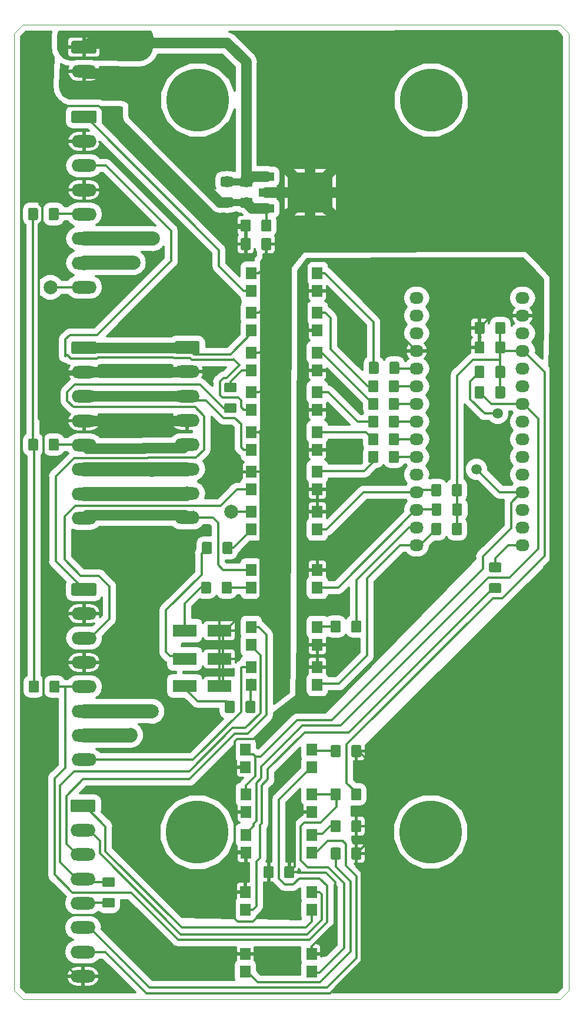
<source format=gbr>
G04 #@! TF.GenerationSoftware,KiCad,Pcbnew,(6.0.0-rc1-dev-347-gd8782b751)*
G04 #@! TF.CreationDate,2019-06-28T15:50:58+02:00*
G04 #@! TF.ProjectId,nano,6E616E6F2E6B696361645F7063620000,rev?*
G04 #@! TF.SameCoordinates,Original*
G04 #@! TF.FileFunction,Copper,L2,Bot,Signal*
G04 #@! TF.FilePolarity,Positive*
%FSLAX46Y46*%
G04 Gerber Fmt 4.6, Leading zero omitted, Abs format (unit mm)*
G04 Created by KiCad (PCBNEW (6.0.0-rc1-dev-347-gd8782b751)) date 06/28/19 15:50:58*
%MOMM*%
%LPD*%
G01*
G04 APERTURE LIST*
G04 #@! TA.AperFunction,NonConductor*
%ADD10C,0.100000*%
G04 #@! TD*
G04 #@! TA.AperFunction,ComponentPad*
%ADD11O,3.600000X1.800000*%
G04 #@! TD*
G04 #@! TA.AperFunction,Conductor*
%ADD12C,0.100000*%
G04 #@! TD*
G04 #@! TA.AperFunction,ComponentPad*
%ADD13C,1.800000*%
G04 #@! TD*
G04 #@! TA.AperFunction,SMDPad,CuDef*
%ADD14C,1.425000*%
G04 #@! TD*
G04 #@! TA.AperFunction,SMDPad,CuDef*
%ADD15R,1.500000X1.780000*%
G04 #@! TD*
G04 #@! TA.AperFunction,SMDPad,CuDef*
%ADD16R,3.500000X1.800000*%
G04 #@! TD*
G04 #@! TA.AperFunction,ComponentPad*
%ADD17C,9.000000*%
G04 #@! TD*
G04 #@! TA.AperFunction,SMDPad,CuDef*
%ADD18R,6.400000X5.800000*%
G04 #@! TD*
G04 #@! TA.AperFunction,SMDPad,CuDef*
%ADD19R,2.200000X1.200000*%
G04 #@! TD*
G04 #@! TA.AperFunction,ComponentPad*
%ADD20O,2.032000X1.727200*%
G04 #@! TD*
G04 #@! TA.AperFunction,ViaPad*
%ADD21C,2.000000*%
G04 #@! TD*
G04 #@! TA.AperFunction,ViaPad*
%ADD22C,1.500000*%
G04 #@! TD*
G04 #@! TA.AperFunction,Conductor*
%ADD23C,0.350000*%
G04 #@! TD*
G04 #@! TA.AperFunction,Conductor*
%ADD24C,2.000000*%
G04 #@! TD*
G04 #@! TA.AperFunction,Conductor*
%ADD25C,1.500000*%
G04 #@! TD*
G04 #@! TA.AperFunction,Conductor*
%ADD26C,1.000000*%
G04 #@! TD*
G04 APERTURE END LIST*
D10*
X82804000Y-172085000D02*
X81534000Y-170815000D01*
X82804000Y-32004000D02*
X81534000Y-33274000D01*
X161353500Y-170815000D02*
X160083500Y-172085000D01*
X161353500Y-33210500D02*
X160083500Y-31940500D01*
X110746885Y-148021384D02*
G75*
G03X110746885Y-148021384I-2796885J0D01*
G01*
X144208500Y-148018500D02*
G75*
G03X144208500Y-148018500I-2794000J0D01*
G01*
X110692022Y-42874021D02*
G75*
G03X110692022Y-42874021I-2805522J0D01*
G01*
X144030668Y-42875168D02*
G75*
G03X144030668Y-42875168I-2552668J0D01*
G01*
X81534000Y-170815000D02*
X81534000Y-33274000D01*
X160083500Y-172085000D02*
X82804000Y-172085000D01*
X161353500Y-33210500D02*
X161353500Y-170815000D01*
X82804000Y-32004000D02*
X160083500Y-31940500D01*
D11*
G04 #@! TO.P,SIGNAL_SOCKET1,8*
G04 #@! TO.N,GNDS*
X91440000Y-168772000D03*
G04 #@! TO.P,SIGNAL_SOCKET1,7*
G04 #@! TO.N,5V_ISO*
X91440000Y-165272000D03*
G04 #@! TO.P,SIGNAL_SOCKET1,6*
G04 #@! TO.N,PROBE_PLATE*
X91440000Y-161772000D03*
G04 #@! TO.P,SIGNAL_SOCKET1,5*
G04 #@! TO.N,GND_SPEED*
X91440000Y-158272000D03*
G04 #@! TO.P,SIGNAL_SOCKET1,4*
G04 #@! TO.N,SIGNAL_SPEED*
X91440000Y-154772000D03*
G04 #@! TO.P,SIGNAL_SOCKET1,3*
G04 #@! TO.N,SOURCE_SPEED*
X91440000Y-151272000D03*
G04 #@! TO.P,SIGNAL_SOCKET1,2*
G04 #@! TO.N,GND_FOR*
X91440000Y-147772000D03*
D12*
G04 #@! TD*
G04 #@! TO.N,SOURCE_FOR*
G04 #@! TO.C,SIGNAL_SOCKET1*
G36*
X93014504Y-143373204D02*
X93038773Y-143376804D01*
X93062571Y-143382765D01*
X93085671Y-143391030D01*
X93107849Y-143401520D01*
X93128893Y-143414133D01*
X93148598Y-143428747D01*
X93166777Y-143445223D01*
X93183253Y-143463402D01*
X93197867Y-143483107D01*
X93210480Y-143504151D01*
X93220970Y-143526329D01*
X93229235Y-143549429D01*
X93235196Y-143573227D01*
X93238796Y-143597496D01*
X93240000Y-143622000D01*
X93240000Y-144922000D01*
X93238796Y-144946504D01*
X93235196Y-144970773D01*
X93229235Y-144994571D01*
X93220970Y-145017671D01*
X93210480Y-145039849D01*
X93197867Y-145060893D01*
X93183253Y-145080598D01*
X93166777Y-145098777D01*
X93148598Y-145115253D01*
X93128893Y-145129867D01*
X93107849Y-145142480D01*
X93085671Y-145152970D01*
X93062571Y-145161235D01*
X93038773Y-145167196D01*
X93014504Y-145170796D01*
X92990000Y-145172000D01*
X89890000Y-145172000D01*
X89865496Y-145170796D01*
X89841227Y-145167196D01*
X89817429Y-145161235D01*
X89794329Y-145152970D01*
X89772151Y-145142480D01*
X89751107Y-145129867D01*
X89731402Y-145115253D01*
X89713223Y-145098777D01*
X89696747Y-145080598D01*
X89682133Y-145060893D01*
X89669520Y-145039849D01*
X89659030Y-145017671D01*
X89650765Y-144994571D01*
X89644804Y-144970773D01*
X89641204Y-144946504D01*
X89640000Y-144922000D01*
X89640000Y-143622000D01*
X89641204Y-143597496D01*
X89644804Y-143573227D01*
X89650765Y-143549429D01*
X89659030Y-143526329D01*
X89669520Y-143504151D01*
X89682133Y-143483107D01*
X89696747Y-143463402D01*
X89713223Y-143445223D01*
X89731402Y-143428747D01*
X89751107Y-143414133D01*
X89772151Y-143401520D01*
X89794329Y-143391030D01*
X89817429Y-143382765D01*
X89841227Y-143376804D01*
X89865496Y-143373204D01*
X89890000Y-143372000D01*
X92990000Y-143372000D01*
X93014504Y-143373204D01*
X93014504Y-143373204D01*
G37*
D13*
G04 #@! TO.P,SIGNAL_SOCKET1,1*
G04 #@! TO.N,SOURCE_FOR*
X91440000Y-144272000D03*
G04 #@! TD*
D12*
G04 #@! TO.N,SIGNAL_SPEED*
G04 #@! TO.C,R27*
G36*
X95772504Y-154519204D02*
X95796773Y-154522804D01*
X95820571Y-154528765D01*
X95843671Y-154537030D01*
X95865849Y-154547520D01*
X95886893Y-154560133D01*
X95906598Y-154574747D01*
X95924777Y-154591223D01*
X95941253Y-154609402D01*
X95955867Y-154629107D01*
X95968480Y-154650151D01*
X95978970Y-154672329D01*
X95987235Y-154695429D01*
X95993196Y-154719227D01*
X95996796Y-154743496D01*
X95998000Y-154768000D01*
X95998000Y-155693000D01*
X95996796Y-155717504D01*
X95993196Y-155741773D01*
X95987235Y-155765571D01*
X95978970Y-155788671D01*
X95968480Y-155810849D01*
X95955867Y-155831893D01*
X95941253Y-155851598D01*
X95924777Y-155869777D01*
X95906598Y-155886253D01*
X95886893Y-155900867D01*
X95865849Y-155913480D01*
X95843671Y-155923970D01*
X95820571Y-155932235D01*
X95796773Y-155938196D01*
X95772504Y-155941796D01*
X95748000Y-155943000D01*
X94498000Y-155943000D01*
X94473496Y-155941796D01*
X94449227Y-155938196D01*
X94425429Y-155932235D01*
X94402329Y-155923970D01*
X94380151Y-155913480D01*
X94359107Y-155900867D01*
X94339402Y-155886253D01*
X94321223Y-155869777D01*
X94304747Y-155851598D01*
X94290133Y-155831893D01*
X94277520Y-155810849D01*
X94267030Y-155788671D01*
X94258765Y-155765571D01*
X94252804Y-155741773D01*
X94249204Y-155717504D01*
X94248000Y-155693000D01*
X94248000Y-154768000D01*
X94249204Y-154743496D01*
X94252804Y-154719227D01*
X94258765Y-154695429D01*
X94267030Y-154672329D01*
X94277520Y-154650151D01*
X94290133Y-154629107D01*
X94304747Y-154609402D01*
X94321223Y-154591223D01*
X94339402Y-154574747D01*
X94359107Y-154560133D01*
X94380151Y-154547520D01*
X94402329Y-154537030D01*
X94425429Y-154528765D01*
X94449227Y-154522804D01*
X94473496Y-154519204D01*
X94498000Y-154518000D01*
X95748000Y-154518000D01*
X95772504Y-154519204D01*
X95772504Y-154519204D01*
G37*
D14*
G04 #@! TD*
G04 #@! TO.P,R27,2*
G04 #@! TO.N,SIGNAL_SPEED*
X95123000Y-155230500D03*
D12*
G04 #@! TO.N,GND_SPEED*
G04 #@! TO.C,R27*
G36*
X95772504Y-157494204D02*
X95796773Y-157497804D01*
X95820571Y-157503765D01*
X95843671Y-157512030D01*
X95865849Y-157522520D01*
X95886893Y-157535133D01*
X95906598Y-157549747D01*
X95924777Y-157566223D01*
X95941253Y-157584402D01*
X95955867Y-157604107D01*
X95968480Y-157625151D01*
X95978970Y-157647329D01*
X95987235Y-157670429D01*
X95993196Y-157694227D01*
X95996796Y-157718496D01*
X95998000Y-157743000D01*
X95998000Y-158668000D01*
X95996796Y-158692504D01*
X95993196Y-158716773D01*
X95987235Y-158740571D01*
X95978970Y-158763671D01*
X95968480Y-158785849D01*
X95955867Y-158806893D01*
X95941253Y-158826598D01*
X95924777Y-158844777D01*
X95906598Y-158861253D01*
X95886893Y-158875867D01*
X95865849Y-158888480D01*
X95843671Y-158898970D01*
X95820571Y-158907235D01*
X95796773Y-158913196D01*
X95772504Y-158916796D01*
X95748000Y-158918000D01*
X94498000Y-158918000D01*
X94473496Y-158916796D01*
X94449227Y-158913196D01*
X94425429Y-158907235D01*
X94402329Y-158898970D01*
X94380151Y-158888480D01*
X94359107Y-158875867D01*
X94339402Y-158861253D01*
X94321223Y-158844777D01*
X94304747Y-158826598D01*
X94290133Y-158806893D01*
X94277520Y-158785849D01*
X94267030Y-158763671D01*
X94258765Y-158740571D01*
X94252804Y-158716773D01*
X94249204Y-158692504D01*
X94248000Y-158668000D01*
X94248000Y-157743000D01*
X94249204Y-157718496D01*
X94252804Y-157694227D01*
X94258765Y-157670429D01*
X94267030Y-157647329D01*
X94277520Y-157625151D01*
X94290133Y-157604107D01*
X94304747Y-157584402D01*
X94321223Y-157566223D01*
X94339402Y-157549747D01*
X94359107Y-157535133D01*
X94380151Y-157522520D01*
X94402329Y-157512030D01*
X94425429Y-157503765D01*
X94449227Y-157497804D01*
X94473496Y-157494204D01*
X94498000Y-157493000D01*
X95748000Y-157493000D01*
X95772504Y-157494204D01*
X95772504Y-157494204D01*
G37*
D14*
G04 #@! TD*
G04 #@! TO.P,R27,1*
G04 #@! TO.N,GND_SPEED*
X95123000Y-158205500D03*
D12*
G04 #@! TO.N,+5V*
G04 #@! TO.C,C6*
G36*
X151952965Y-77485204D02*
X151977234Y-77488804D01*
X152001032Y-77494765D01*
X152024132Y-77503030D01*
X152046310Y-77513520D01*
X152067354Y-77526133D01*
X152087059Y-77540747D01*
X152105238Y-77557223D01*
X152121714Y-77575402D01*
X152136328Y-77595107D01*
X152148941Y-77616151D01*
X152159431Y-77638329D01*
X152167696Y-77661429D01*
X152173657Y-77685227D01*
X152177257Y-77709496D01*
X152178461Y-77734000D01*
X152178461Y-78984000D01*
X152177257Y-79008504D01*
X152173657Y-79032773D01*
X152167696Y-79056571D01*
X152159431Y-79079671D01*
X152148941Y-79101849D01*
X152136328Y-79122893D01*
X152121714Y-79142598D01*
X152105238Y-79160777D01*
X152087059Y-79177253D01*
X152067354Y-79191867D01*
X152046310Y-79204480D01*
X152024132Y-79214970D01*
X152001032Y-79223235D01*
X151977234Y-79229196D01*
X151952965Y-79232796D01*
X151928461Y-79234000D01*
X151003461Y-79234000D01*
X150978957Y-79232796D01*
X150954688Y-79229196D01*
X150930890Y-79223235D01*
X150907790Y-79214970D01*
X150885612Y-79204480D01*
X150864568Y-79191867D01*
X150844863Y-79177253D01*
X150826684Y-79160777D01*
X150810208Y-79142598D01*
X150795594Y-79122893D01*
X150782981Y-79101849D01*
X150772491Y-79079671D01*
X150764226Y-79056571D01*
X150758265Y-79032773D01*
X150754665Y-79008504D01*
X150753461Y-78984000D01*
X150753461Y-77734000D01*
X150754665Y-77709496D01*
X150758265Y-77685227D01*
X150764226Y-77661429D01*
X150772491Y-77638329D01*
X150782981Y-77616151D01*
X150795594Y-77595107D01*
X150810208Y-77575402D01*
X150826684Y-77557223D01*
X150844863Y-77540747D01*
X150864568Y-77526133D01*
X150885612Y-77513520D01*
X150907790Y-77503030D01*
X150930890Y-77494765D01*
X150954688Y-77488804D01*
X150978957Y-77485204D01*
X151003461Y-77484000D01*
X151928461Y-77484000D01*
X151952965Y-77485204D01*
X151952965Y-77485204D01*
G37*
D14*
G04 #@! TD*
G04 #@! TO.P,C6,2*
G04 #@! TO.N,+5V*
X151465961Y-78359000D03*
D12*
G04 #@! TO.N,GND*
G04 #@! TO.C,C6*
G36*
X148977965Y-77485204D02*
X149002234Y-77488804D01*
X149026032Y-77494765D01*
X149049132Y-77503030D01*
X149071310Y-77513520D01*
X149092354Y-77526133D01*
X149112059Y-77540747D01*
X149130238Y-77557223D01*
X149146714Y-77575402D01*
X149161328Y-77595107D01*
X149173941Y-77616151D01*
X149184431Y-77638329D01*
X149192696Y-77661429D01*
X149198657Y-77685227D01*
X149202257Y-77709496D01*
X149203461Y-77734000D01*
X149203461Y-78984000D01*
X149202257Y-79008504D01*
X149198657Y-79032773D01*
X149192696Y-79056571D01*
X149184431Y-79079671D01*
X149173941Y-79101849D01*
X149161328Y-79122893D01*
X149146714Y-79142598D01*
X149130238Y-79160777D01*
X149112059Y-79177253D01*
X149092354Y-79191867D01*
X149071310Y-79204480D01*
X149049132Y-79214970D01*
X149026032Y-79223235D01*
X149002234Y-79229196D01*
X148977965Y-79232796D01*
X148953461Y-79234000D01*
X148028461Y-79234000D01*
X148003957Y-79232796D01*
X147979688Y-79229196D01*
X147955890Y-79223235D01*
X147932790Y-79214970D01*
X147910612Y-79204480D01*
X147889568Y-79191867D01*
X147869863Y-79177253D01*
X147851684Y-79160777D01*
X147835208Y-79142598D01*
X147820594Y-79122893D01*
X147807981Y-79101849D01*
X147797491Y-79079671D01*
X147789226Y-79056571D01*
X147783265Y-79032773D01*
X147779665Y-79008504D01*
X147778461Y-78984000D01*
X147778461Y-77734000D01*
X147779665Y-77709496D01*
X147783265Y-77685227D01*
X147789226Y-77661429D01*
X147797491Y-77638329D01*
X147807981Y-77616151D01*
X147820594Y-77595107D01*
X147835208Y-77575402D01*
X147851684Y-77557223D01*
X147869863Y-77540747D01*
X147889568Y-77526133D01*
X147910612Y-77513520D01*
X147932790Y-77503030D01*
X147955890Y-77494765D01*
X147979688Y-77488804D01*
X148003957Y-77485204D01*
X148028461Y-77484000D01*
X148953461Y-77484000D01*
X148977965Y-77485204D01*
X148977965Y-77485204D01*
G37*
D14*
G04 #@! TD*
G04 #@! TO.P,C6,1*
G04 #@! TO.N,GND*
X148490961Y-78359000D03*
D12*
G04 #@! TO.N,GNDPWR*
G04 #@! TO.C,C5*
G36*
X112790504Y-56783204D02*
X112814773Y-56786804D01*
X112838571Y-56792765D01*
X112861671Y-56801030D01*
X112883849Y-56811520D01*
X112904893Y-56824133D01*
X112924598Y-56838747D01*
X112942777Y-56855223D01*
X112959253Y-56873402D01*
X112973867Y-56893107D01*
X112986480Y-56914151D01*
X112996970Y-56936329D01*
X113005235Y-56959429D01*
X113011196Y-56983227D01*
X113014796Y-57007496D01*
X113016000Y-57032000D01*
X113016000Y-57957000D01*
X113014796Y-57981504D01*
X113011196Y-58005773D01*
X113005235Y-58029571D01*
X112996970Y-58052671D01*
X112986480Y-58074849D01*
X112973867Y-58095893D01*
X112959253Y-58115598D01*
X112942777Y-58133777D01*
X112924598Y-58150253D01*
X112904893Y-58164867D01*
X112883849Y-58177480D01*
X112861671Y-58187970D01*
X112838571Y-58196235D01*
X112814773Y-58202196D01*
X112790504Y-58205796D01*
X112766000Y-58207000D01*
X111516000Y-58207000D01*
X111491496Y-58205796D01*
X111467227Y-58202196D01*
X111443429Y-58196235D01*
X111420329Y-58187970D01*
X111398151Y-58177480D01*
X111377107Y-58164867D01*
X111357402Y-58150253D01*
X111339223Y-58133777D01*
X111322747Y-58115598D01*
X111308133Y-58095893D01*
X111295520Y-58074849D01*
X111285030Y-58052671D01*
X111276765Y-58029571D01*
X111270804Y-58005773D01*
X111267204Y-57981504D01*
X111266000Y-57957000D01*
X111266000Y-57032000D01*
X111267204Y-57007496D01*
X111270804Y-56983227D01*
X111276765Y-56959429D01*
X111285030Y-56936329D01*
X111295520Y-56914151D01*
X111308133Y-56893107D01*
X111322747Y-56873402D01*
X111339223Y-56855223D01*
X111357402Y-56838747D01*
X111377107Y-56824133D01*
X111398151Y-56811520D01*
X111420329Y-56801030D01*
X111443429Y-56792765D01*
X111467227Y-56786804D01*
X111491496Y-56783204D01*
X111516000Y-56782000D01*
X112766000Y-56782000D01*
X112790504Y-56783204D01*
X112790504Y-56783204D01*
G37*
D14*
G04 #@! TD*
G04 #@! TO.P,C5,2*
G04 #@! TO.N,GNDPWR*
X112141000Y-57494500D03*
D12*
G04 #@! TO.N,+36V*
G04 #@! TO.C,C5*
G36*
X112790504Y-53808204D02*
X112814773Y-53811804D01*
X112838571Y-53817765D01*
X112861671Y-53826030D01*
X112883849Y-53836520D01*
X112904893Y-53849133D01*
X112924598Y-53863747D01*
X112942777Y-53880223D01*
X112959253Y-53898402D01*
X112973867Y-53918107D01*
X112986480Y-53939151D01*
X112996970Y-53961329D01*
X113005235Y-53984429D01*
X113011196Y-54008227D01*
X113014796Y-54032496D01*
X113016000Y-54057000D01*
X113016000Y-54982000D01*
X113014796Y-55006504D01*
X113011196Y-55030773D01*
X113005235Y-55054571D01*
X112996970Y-55077671D01*
X112986480Y-55099849D01*
X112973867Y-55120893D01*
X112959253Y-55140598D01*
X112942777Y-55158777D01*
X112924598Y-55175253D01*
X112904893Y-55189867D01*
X112883849Y-55202480D01*
X112861671Y-55212970D01*
X112838571Y-55221235D01*
X112814773Y-55227196D01*
X112790504Y-55230796D01*
X112766000Y-55232000D01*
X111516000Y-55232000D01*
X111491496Y-55230796D01*
X111467227Y-55227196D01*
X111443429Y-55221235D01*
X111420329Y-55212970D01*
X111398151Y-55202480D01*
X111377107Y-55189867D01*
X111357402Y-55175253D01*
X111339223Y-55158777D01*
X111322747Y-55140598D01*
X111308133Y-55120893D01*
X111295520Y-55099849D01*
X111285030Y-55077671D01*
X111276765Y-55054571D01*
X111270804Y-55030773D01*
X111267204Y-55006504D01*
X111266000Y-54982000D01*
X111266000Y-54057000D01*
X111267204Y-54032496D01*
X111270804Y-54008227D01*
X111276765Y-53984429D01*
X111285030Y-53961329D01*
X111295520Y-53939151D01*
X111308133Y-53918107D01*
X111322747Y-53898402D01*
X111339223Y-53880223D01*
X111357402Y-53863747D01*
X111377107Y-53849133D01*
X111398151Y-53836520D01*
X111420329Y-53826030D01*
X111443429Y-53817765D01*
X111467227Y-53811804D01*
X111491496Y-53808204D01*
X111516000Y-53807000D01*
X112766000Y-53807000D01*
X112790504Y-53808204D01*
X112790504Y-53808204D01*
G37*
D14*
G04 #@! TD*
G04 #@! TO.P,C5,1*
G04 #@! TO.N,+36V*
X112141000Y-54519500D03*
D12*
G04 #@! TO.N,PROBE*
G04 #@! TO.C,R26*
G36*
X148977965Y-83942409D02*
X149002234Y-83946009D01*
X149026032Y-83951970D01*
X149049132Y-83960235D01*
X149071310Y-83970725D01*
X149092354Y-83983338D01*
X149112059Y-83997952D01*
X149130238Y-84014428D01*
X149146714Y-84032607D01*
X149161328Y-84052312D01*
X149173941Y-84073356D01*
X149184431Y-84095534D01*
X149192696Y-84118634D01*
X149198657Y-84142432D01*
X149202257Y-84166701D01*
X149203461Y-84191205D01*
X149203461Y-85441205D01*
X149202257Y-85465709D01*
X149198657Y-85489978D01*
X149192696Y-85513776D01*
X149184431Y-85536876D01*
X149173941Y-85559054D01*
X149161328Y-85580098D01*
X149146714Y-85599803D01*
X149130238Y-85617982D01*
X149112059Y-85634458D01*
X149092354Y-85649072D01*
X149071310Y-85661685D01*
X149049132Y-85672175D01*
X149026032Y-85680440D01*
X149002234Y-85686401D01*
X148977965Y-85690001D01*
X148953461Y-85691205D01*
X148028461Y-85691205D01*
X148003957Y-85690001D01*
X147979688Y-85686401D01*
X147955890Y-85680440D01*
X147932790Y-85672175D01*
X147910612Y-85661685D01*
X147889568Y-85649072D01*
X147869863Y-85634458D01*
X147851684Y-85617982D01*
X147835208Y-85599803D01*
X147820594Y-85580098D01*
X147807981Y-85559054D01*
X147797491Y-85536876D01*
X147789226Y-85513776D01*
X147783265Y-85489978D01*
X147779665Y-85465709D01*
X147778461Y-85441205D01*
X147778461Y-84191205D01*
X147779665Y-84166701D01*
X147783265Y-84142432D01*
X147789226Y-84118634D01*
X147797491Y-84095534D01*
X147807981Y-84073356D01*
X147820594Y-84052312D01*
X147835208Y-84032607D01*
X147851684Y-84014428D01*
X147869863Y-83997952D01*
X147889568Y-83983338D01*
X147910612Y-83970725D01*
X147932790Y-83960235D01*
X147955890Y-83951970D01*
X147979688Y-83946009D01*
X148003957Y-83942409D01*
X148028461Y-83941205D01*
X148953461Y-83941205D01*
X148977965Y-83942409D01*
X148977965Y-83942409D01*
G37*
D14*
G04 #@! TD*
G04 #@! TO.P,R26,2*
G04 #@! TO.N,PROBE*
X148490961Y-84816205D03*
D12*
G04 #@! TO.N,+5V*
G04 #@! TO.C,R26*
G36*
X151952965Y-83942409D02*
X151977234Y-83946009D01*
X152001032Y-83951970D01*
X152024132Y-83960235D01*
X152046310Y-83970725D01*
X152067354Y-83983338D01*
X152087059Y-83997952D01*
X152105238Y-84014428D01*
X152121714Y-84032607D01*
X152136328Y-84052312D01*
X152148941Y-84073356D01*
X152159431Y-84095534D01*
X152167696Y-84118634D01*
X152173657Y-84142432D01*
X152177257Y-84166701D01*
X152178461Y-84191205D01*
X152178461Y-85441205D01*
X152177257Y-85465709D01*
X152173657Y-85489978D01*
X152167696Y-85513776D01*
X152159431Y-85536876D01*
X152148941Y-85559054D01*
X152136328Y-85580098D01*
X152121714Y-85599803D01*
X152105238Y-85617982D01*
X152087059Y-85634458D01*
X152067354Y-85649072D01*
X152046310Y-85661685D01*
X152024132Y-85672175D01*
X152001032Y-85680440D01*
X151977234Y-85686401D01*
X151952965Y-85690001D01*
X151928461Y-85691205D01*
X151003461Y-85691205D01*
X150978957Y-85690001D01*
X150954688Y-85686401D01*
X150930890Y-85680440D01*
X150907790Y-85672175D01*
X150885612Y-85661685D01*
X150864568Y-85649072D01*
X150844863Y-85634458D01*
X150826684Y-85617982D01*
X150810208Y-85599803D01*
X150795594Y-85580098D01*
X150782981Y-85559054D01*
X150772491Y-85536876D01*
X150764226Y-85513776D01*
X150758265Y-85489978D01*
X150754665Y-85465709D01*
X150753461Y-85441205D01*
X150753461Y-84191205D01*
X150754665Y-84166701D01*
X150758265Y-84142432D01*
X150764226Y-84118634D01*
X150772491Y-84095534D01*
X150782981Y-84073356D01*
X150795594Y-84052312D01*
X150810208Y-84032607D01*
X150826684Y-84014428D01*
X150844863Y-83997952D01*
X150864568Y-83983338D01*
X150885612Y-83970725D01*
X150907790Y-83960235D01*
X150930890Y-83951970D01*
X150954688Y-83946009D01*
X150978957Y-83942409D01*
X151003461Y-83941205D01*
X151928461Y-83941205D01*
X151952965Y-83942409D01*
X151952965Y-83942409D01*
G37*
D14*
G04 #@! TD*
G04 #@! TO.P,R26,1*
G04 #@! TO.N,+5V*
X151465961Y-84816205D03*
D12*
G04 #@! TO.N,LIM_Z*
G04 #@! TO.C,R25*
G36*
X142763504Y-103583704D02*
X142787773Y-103587304D01*
X142811571Y-103593265D01*
X142834671Y-103601530D01*
X142856849Y-103612020D01*
X142877893Y-103624633D01*
X142897598Y-103639247D01*
X142915777Y-103655723D01*
X142932253Y-103673902D01*
X142946867Y-103693607D01*
X142959480Y-103714651D01*
X142969970Y-103736829D01*
X142978235Y-103759929D01*
X142984196Y-103783727D01*
X142987796Y-103807996D01*
X142989000Y-103832500D01*
X142989000Y-105082500D01*
X142987796Y-105107004D01*
X142984196Y-105131273D01*
X142978235Y-105155071D01*
X142969970Y-105178171D01*
X142959480Y-105200349D01*
X142946867Y-105221393D01*
X142932253Y-105241098D01*
X142915777Y-105259277D01*
X142897598Y-105275753D01*
X142877893Y-105290367D01*
X142856849Y-105302980D01*
X142834671Y-105313470D01*
X142811571Y-105321735D01*
X142787773Y-105327696D01*
X142763504Y-105331296D01*
X142739000Y-105332500D01*
X141814000Y-105332500D01*
X141789496Y-105331296D01*
X141765227Y-105327696D01*
X141741429Y-105321735D01*
X141718329Y-105313470D01*
X141696151Y-105302980D01*
X141675107Y-105290367D01*
X141655402Y-105275753D01*
X141637223Y-105259277D01*
X141620747Y-105241098D01*
X141606133Y-105221393D01*
X141593520Y-105200349D01*
X141583030Y-105178171D01*
X141574765Y-105155071D01*
X141568804Y-105131273D01*
X141565204Y-105107004D01*
X141564000Y-105082500D01*
X141564000Y-103832500D01*
X141565204Y-103807996D01*
X141568804Y-103783727D01*
X141574765Y-103759929D01*
X141583030Y-103736829D01*
X141593520Y-103714651D01*
X141606133Y-103693607D01*
X141620747Y-103673902D01*
X141637223Y-103655723D01*
X141655402Y-103639247D01*
X141675107Y-103624633D01*
X141696151Y-103612020D01*
X141718329Y-103601530D01*
X141741429Y-103593265D01*
X141765227Y-103587304D01*
X141789496Y-103583704D01*
X141814000Y-103582500D01*
X142739000Y-103582500D01*
X142763504Y-103583704D01*
X142763504Y-103583704D01*
G37*
D14*
G04 #@! TD*
G04 #@! TO.P,R25,2*
G04 #@! TO.N,LIM_Z*
X142276500Y-104457500D03*
D12*
G04 #@! TO.N,+5V*
G04 #@! TO.C,R25*
G36*
X145738504Y-103583704D02*
X145762773Y-103587304D01*
X145786571Y-103593265D01*
X145809671Y-103601530D01*
X145831849Y-103612020D01*
X145852893Y-103624633D01*
X145872598Y-103639247D01*
X145890777Y-103655723D01*
X145907253Y-103673902D01*
X145921867Y-103693607D01*
X145934480Y-103714651D01*
X145944970Y-103736829D01*
X145953235Y-103759929D01*
X145959196Y-103783727D01*
X145962796Y-103807996D01*
X145964000Y-103832500D01*
X145964000Y-105082500D01*
X145962796Y-105107004D01*
X145959196Y-105131273D01*
X145953235Y-105155071D01*
X145944970Y-105178171D01*
X145934480Y-105200349D01*
X145921867Y-105221393D01*
X145907253Y-105241098D01*
X145890777Y-105259277D01*
X145872598Y-105275753D01*
X145852893Y-105290367D01*
X145831849Y-105302980D01*
X145809671Y-105313470D01*
X145786571Y-105321735D01*
X145762773Y-105327696D01*
X145738504Y-105331296D01*
X145714000Y-105332500D01*
X144789000Y-105332500D01*
X144764496Y-105331296D01*
X144740227Y-105327696D01*
X144716429Y-105321735D01*
X144693329Y-105313470D01*
X144671151Y-105302980D01*
X144650107Y-105290367D01*
X144630402Y-105275753D01*
X144612223Y-105259277D01*
X144595747Y-105241098D01*
X144581133Y-105221393D01*
X144568520Y-105200349D01*
X144558030Y-105178171D01*
X144549765Y-105155071D01*
X144543804Y-105131273D01*
X144540204Y-105107004D01*
X144539000Y-105082500D01*
X144539000Y-103832500D01*
X144540204Y-103807996D01*
X144543804Y-103783727D01*
X144549765Y-103759929D01*
X144558030Y-103736829D01*
X144568520Y-103714651D01*
X144581133Y-103693607D01*
X144595747Y-103673902D01*
X144612223Y-103655723D01*
X144630402Y-103639247D01*
X144650107Y-103624633D01*
X144671151Y-103612020D01*
X144693329Y-103601530D01*
X144716429Y-103593265D01*
X144740227Y-103587304D01*
X144764496Y-103583704D01*
X144789000Y-103582500D01*
X145714000Y-103582500D01*
X145738504Y-103583704D01*
X145738504Y-103583704D01*
G37*
D14*
G04 #@! TD*
G04 #@! TO.P,R25,1*
G04 #@! TO.N,+5V*
X145251500Y-104457500D03*
D12*
G04 #@! TO.N,LIM_Y*
G04 #@! TO.C,R24*
G36*
X142790504Y-100789704D02*
X142814773Y-100793304D01*
X142838571Y-100799265D01*
X142861671Y-100807530D01*
X142883849Y-100818020D01*
X142904893Y-100830633D01*
X142924598Y-100845247D01*
X142942777Y-100861723D01*
X142959253Y-100879902D01*
X142973867Y-100899607D01*
X142986480Y-100920651D01*
X142996970Y-100942829D01*
X143005235Y-100965929D01*
X143011196Y-100989727D01*
X143014796Y-101013996D01*
X143016000Y-101038500D01*
X143016000Y-102288500D01*
X143014796Y-102313004D01*
X143011196Y-102337273D01*
X143005235Y-102361071D01*
X142996970Y-102384171D01*
X142986480Y-102406349D01*
X142973867Y-102427393D01*
X142959253Y-102447098D01*
X142942777Y-102465277D01*
X142924598Y-102481753D01*
X142904893Y-102496367D01*
X142883849Y-102508980D01*
X142861671Y-102519470D01*
X142838571Y-102527735D01*
X142814773Y-102533696D01*
X142790504Y-102537296D01*
X142766000Y-102538500D01*
X141841000Y-102538500D01*
X141816496Y-102537296D01*
X141792227Y-102533696D01*
X141768429Y-102527735D01*
X141745329Y-102519470D01*
X141723151Y-102508980D01*
X141702107Y-102496367D01*
X141682402Y-102481753D01*
X141664223Y-102465277D01*
X141647747Y-102447098D01*
X141633133Y-102427393D01*
X141620520Y-102406349D01*
X141610030Y-102384171D01*
X141601765Y-102361071D01*
X141595804Y-102337273D01*
X141592204Y-102313004D01*
X141591000Y-102288500D01*
X141591000Y-101038500D01*
X141592204Y-101013996D01*
X141595804Y-100989727D01*
X141601765Y-100965929D01*
X141610030Y-100942829D01*
X141620520Y-100920651D01*
X141633133Y-100899607D01*
X141647747Y-100879902D01*
X141664223Y-100861723D01*
X141682402Y-100845247D01*
X141702107Y-100830633D01*
X141723151Y-100818020D01*
X141745329Y-100807530D01*
X141768429Y-100799265D01*
X141792227Y-100793304D01*
X141816496Y-100789704D01*
X141841000Y-100788500D01*
X142766000Y-100788500D01*
X142790504Y-100789704D01*
X142790504Y-100789704D01*
G37*
D14*
G04 #@! TD*
G04 #@! TO.P,R24,2*
G04 #@! TO.N,LIM_Y*
X142303500Y-101663500D03*
D12*
G04 #@! TO.N,+5V*
G04 #@! TO.C,R24*
G36*
X145765504Y-100789704D02*
X145789773Y-100793304D01*
X145813571Y-100799265D01*
X145836671Y-100807530D01*
X145858849Y-100818020D01*
X145879893Y-100830633D01*
X145899598Y-100845247D01*
X145917777Y-100861723D01*
X145934253Y-100879902D01*
X145948867Y-100899607D01*
X145961480Y-100920651D01*
X145971970Y-100942829D01*
X145980235Y-100965929D01*
X145986196Y-100989727D01*
X145989796Y-101013996D01*
X145991000Y-101038500D01*
X145991000Y-102288500D01*
X145989796Y-102313004D01*
X145986196Y-102337273D01*
X145980235Y-102361071D01*
X145971970Y-102384171D01*
X145961480Y-102406349D01*
X145948867Y-102427393D01*
X145934253Y-102447098D01*
X145917777Y-102465277D01*
X145899598Y-102481753D01*
X145879893Y-102496367D01*
X145858849Y-102508980D01*
X145836671Y-102519470D01*
X145813571Y-102527735D01*
X145789773Y-102533696D01*
X145765504Y-102537296D01*
X145741000Y-102538500D01*
X144816000Y-102538500D01*
X144791496Y-102537296D01*
X144767227Y-102533696D01*
X144743429Y-102527735D01*
X144720329Y-102519470D01*
X144698151Y-102508980D01*
X144677107Y-102496367D01*
X144657402Y-102481753D01*
X144639223Y-102465277D01*
X144622747Y-102447098D01*
X144608133Y-102427393D01*
X144595520Y-102406349D01*
X144585030Y-102384171D01*
X144576765Y-102361071D01*
X144570804Y-102337273D01*
X144567204Y-102313004D01*
X144566000Y-102288500D01*
X144566000Y-101038500D01*
X144567204Y-101013996D01*
X144570804Y-100989727D01*
X144576765Y-100965929D01*
X144585030Y-100942829D01*
X144595520Y-100920651D01*
X144608133Y-100899607D01*
X144622747Y-100879902D01*
X144639223Y-100861723D01*
X144657402Y-100845247D01*
X144677107Y-100830633D01*
X144698151Y-100818020D01*
X144720329Y-100807530D01*
X144743429Y-100799265D01*
X144767227Y-100793304D01*
X144791496Y-100789704D01*
X144816000Y-100788500D01*
X145741000Y-100788500D01*
X145765504Y-100789704D01*
X145765504Y-100789704D01*
G37*
D14*
G04 #@! TD*
G04 #@! TO.P,R24,1*
G04 #@! TO.N,+5V*
X145278500Y-101663500D03*
D12*
G04 #@! TO.N,LIM_X*
G04 #@! TO.C,R23*
G36*
X142763504Y-97995704D02*
X142787773Y-97999304D01*
X142811571Y-98005265D01*
X142834671Y-98013530D01*
X142856849Y-98024020D01*
X142877893Y-98036633D01*
X142897598Y-98051247D01*
X142915777Y-98067723D01*
X142932253Y-98085902D01*
X142946867Y-98105607D01*
X142959480Y-98126651D01*
X142969970Y-98148829D01*
X142978235Y-98171929D01*
X142984196Y-98195727D01*
X142987796Y-98219996D01*
X142989000Y-98244500D01*
X142989000Y-99494500D01*
X142987796Y-99519004D01*
X142984196Y-99543273D01*
X142978235Y-99567071D01*
X142969970Y-99590171D01*
X142959480Y-99612349D01*
X142946867Y-99633393D01*
X142932253Y-99653098D01*
X142915777Y-99671277D01*
X142897598Y-99687753D01*
X142877893Y-99702367D01*
X142856849Y-99714980D01*
X142834671Y-99725470D01*
X142811571Y-99733735D01*
X142787773Y-99739696D01*
X142763504Y-99743296D01*
X142739000Y-99744500D01*
X141814000Y-99744500D01*
X141789496Y-99743296D01*
X141765227Y-99739696D01*
X141741429Y-99733735D01*
X141718329Y-99725470D01*
X141696151Y-99714980D01*
X141675107Y-99702367D01*
X141655402Y-99687753D01*
X141637223Y-99671277D01*
X141620747Y-99653098D01*
X141606133Y-99633393D01*
X141593520Y-99612349D01*
X141583030Y-99590171D01*
X141574765Y-99567071D01*
X141568804Y-99543273D01*
X141565204Y-99519004D01*
X141564000Y-99494500D01*
X141564000Y-98244500D01*
X141565204Y-98219996D01*
X141568804Y-98195727D01*
X141574765Y-98171929D01*
X141583030Y-98148829D01*
X141593520Y-98126651D01*
X141606133Y-98105607D01*
X141620747Y-98085902D01*
X141637223Y-98067723D01*
X141655402Y-98051247D01*
X141675107Y-98036633D01*
X141696151Y-98024020D01*
X141718329Y-98013530D01*
X141741429Y-98005265D01*
X141765227Y-97999304D01*
X141789496Y-97995704D01*
X141814000Y-97994500D01*
X142739000Y-97994500D01*
X142763504Y-97995704D01*
X142763504Y-97995704D01*
G37*
D14*
G04 #@! TD*
G04 #@! TO.P,R23,2*
G04 #@! TO.N,LIM_X*
X142276500Y-98869500D03*
D12*
G04 #@! TO.N,+5V*
G04 #@! TO.C,R23*
G36*
X145738504Y-97995704D02*
X145762773Y-97999304D01*
X145786571Y-98005265D01*
X145809671Y-98013530D01*
X145831849Y-98024020D01*
X145852893Y-98036633D01*
X145872598Y-98051247D01*
X145890777Y-98067723D01*
X145907253Y-98085902D01*
X145921867Y-98105607D01*
X145934480Y-98126651D01*
X145944970Y-98148829D01*
X145953235Y-98171929D01*
X145959196Y-98195727D01*
X145962796Y-98219996D01*
X145964000Y-98244500D01*
X145964000Y-99494500D01*
X145962796Y-99519004D01*
X145959196Y-99543273D01*
X145953235Y-99567071D01*
X145944970Y-99590171D01*
X145934480Y-99612349D01*
X145921867Y-99633393D01*
X145907253Y-99653098D01*
X145890777Y-99671277D01*
X145872598Y-99687753D01*
X145852893Y-99702367D01*
X145831849Y-99714980D01*
X145809671Y-99725470D01*
X145786571Y-99733735D01*
X145762773Y-99739696D01*
X145738504Y-99743296D01*
X145714000Y-99744500D01*
X144789000Y-99744500D01*
X144764496Y-99743296D01*
X144740227Y-99739696D01*
X144716429Y-99733735D01*
X144693329Y-99725470D01*
X144671151Y-99714980D01*
X144650107Y-99702367D01*
X144630402Y-99687753D01*
X144612223Y-99671277D01*
X144595747Y-99653098D01*
X144581133Y-99633393D01*
X144568520Y-99612349D01*
X144558030Y-99590171D01*
X144549765Y-99567071D01*
X144543804Y-99543273D01*
X144540204Y-99519004D01*
X144539000Y-99494500D01*
X144539000Y-98244500D01*
X144540204Y-98219996D01*
X144543804Y-98195727D01*
X144549765Y-98171929D01*
X144558030Y-98148829D01*
X144568520Y-98126651D01*
X144581133Y-98105607D01*
X144595747Y-98085902D01*
X144612223Y-98067723D01*
X144630402Y-98051247D01*
X144650107Y-98036633D01*
X144671151Y-98024020D01*
X144693329Y-98013530D01*
X144716429Y-98005265D01*
X144740227Y-97999304D01*
X144764496Y-97995704D01*
X144789000Y-97994500D01*
X145714000Y-97994500D01*
X145738504Y-97995704D01*
X145738504Y-97995704D01*
G37*
D14*
G04 #@! TD*
G04 #@! TO.P,R23,1*
G04 #@! TO.N,+5V*
X145251500Y-98869500D03*
D15*
G04 #@! TO.P,U16,4*
G04 #@! TO.N,PROBE*
X114869000Y-148463000D03*
G04 #@! TO.P,U16,2*
G04 #@! TO.N,PROBE_PLATE*
X124399000Y-151003000D03*
G04 #@! TO.P,U16,3*
G04 #@! TO.N,GND*
X114869000Y-151003000D03*
G04 #@! TO.P,U16,1*
G04 #@! TO.N,Net-(R14-Pad1)*
X124399000Y-148463000D03*
G04 #@! TD*
D12*
G04 #@! TO.N,GND*
G04 #@! TO.C,R22*
G36*
X121608504Y-152923204D02*
X121632773Y-152926804D01*
X121656571Y-152932765D01*
X121679671Y-152941030D01*
X121701849Y-152951520D01*
X121722893Y-152964133D01*
X121742598Y-152978747D01*
X121760777Y-152995223D01*
X121777253Y-153013402D01*
X121791867Y-153033107D01*
X121804480Y-153054151D01*
X121814970Y-153076329D01*
X121823235Y-153099429D01*
X121829196Y-153123227D01*
X121832796Y-153147496D01*
X121834000Y-153172000D01*
X121834000Y-154422000D01*
X121832796Y-154446504D01*
X121829196Y-154470773D01*
X121823235Y-154494571D01*
X121814970Y-154517671D01*
X121804480Y-154539849D01*
X121791867Y-154560893D01*
X121777253Y-154580598D01*
X121760777Y-154598777D01*
X121742598Y-154615253D01*
X121722893Y-154629867D01*
X121701849Y-154642480D01*
X121679671Y-154652970D01*
X121656571Y-154661235D01*
X121632773Y-154667196D01*
X121608504Y-154670796D01*
X121584000Y-154672000D01*
X120659000Y-154672000D01*
X120634496Y-154670796D01*
X120610227Y-154667196D01*
X120586429Y-154661235D01*
X120563329Y-154652970D01*
X120541151Y-154642480D01*
X120520107Y-154629867D01*
X120500402Y-154615253D01*
X120482223Y-154598777D01*
X120465747Y-154580598D01*
X120451133Y-154560893D01*
X120438520Y-154539849D01*
X120428030Y-154517671D01*
X120419765Y-154494571D01*
X120413804Y-154470773D01*
X120410204Y-154446504D01*
X120409000Y-154422000D01*
X120409000Y-153172000D01*
X120410204Y-153147496D01*
X120413804Y-153123227D01*
X120419765Y-153099429D01*
X120428030Y-153076329D01*
X120438520Y-153054151D01*
X120451133Y-153033107D01*
X120465747Y-153013402D01*
X120482223Y-152995223D01*
X120500402Y-152978747D01*
X120520107Y-152964133D01*
X120541151Y-152951520D01*
X120563329Y-152941030D01*
X120586429Y-152932765D01*
X120610227Y-152926804D01*
X120634496Y-152923204D01*
X120659000Y-152922000D01*
X121584000Y-152922000D01*
X121608504Y-152923204D01*
X121608504Y-152923204D01*
G37*
D14*
G04 #@! TD*
G04 #@! TO.P,R22,2*
G04 #@! TO.N,GND*
X121121500Y-153797000D03*
D12*
G04 #@! TO.N,GND*
G04 #@! TO.C,R22*
G36*
X118633504Y-152923204D02*
X118657773Y-152926804D01*
X118681571Y-152932765D01*
X118704671Y-152941030D01*
X118726849Y-152951520D01*
X118747893Y-152964133D01*
X118767598Y-152978747D01*
X118785777Y-152995223D01*
X118802253Y-153013402D01*
X118816867Y-153033107D01*
X118829480Y-153054151D01*
X118839970Y-153076329D01*
X118848235Y-153099429D01*
X118854196Y-153123227D01*
X118857796Y-153147496D01*
X118859000Y-153172000D01*
X118859000Y-154422000D01*
X118857796Y-154446504D01*
X118854196Y-154470773D01*
X118848235Y-154494571D01*
X118839970Y-154517671D01*
X118829480Y-154539849D01*
X118816867Y-154560893D01*
X118802253Y-154580598D01*
X118785777Y-154598777D01*
X118767598Y-154615253D01*
X118747893Y-154629867D01*
X118726849Y-154642480D01*
X118704671Y-154652970D01*
X118681571Y-154661235D01*
X118657773Y-154667196D01*
X118633504Y-154670796D01*
X118609000Y-154672000D01*
X117684000Y-154672000D01*
X117659496Y-154670796D01*
X117635227Y-154667196D01*
X117611429Y-154661235D01*
X117588329Y-154652970D01*
X117566151Y-154642480D01*
X117545107Y-154629867D01*
X117525402Y-154615253D01*
X117507223Y-154598777D01*
X117490747Y-154580598D01*
X117476133Y-154560893D01*
X117463520Y-154539849D01*
X117453030Y-154517671D01*
X117444765Y-154494571D01*
X117438804Y-154470773D01*
X117435204Y-154446504D01*
X117434000Y-154422000D01*
X117434000Y-153172000D01*
X117435204Y-153147496D01*
X117438804Y-153123227D01*
X117444765Y-153099429D01*
X117453030Y-153076329D01*
X117463520Y-153054151D01*
X117476133Y-153033107D01*
X117490747Y-153013402D01*
X117507223Y-152995223D01*
X117525402Y-152978747D01*
X117545107Y-152964133D01*
X117566151Y-152951520D01*
X117588329Y-152941030D01*
X117611429Y-152932765D01*
X117635227Y-152926804D01*
X117659496Y-152923204D01*
X117684000Y-152922000D01*
X118609000Y-152922000D01*
X118633504Y-152923204D01*
X118633504Y-152923204D01*
G37*
D14*
G04 #@! TD*
G04 #@! TO.P,R22,1*
G04 #@! TO.N,GND*
X118146500Y-153797000D03*
D16*
G04 #@! TO.P,S1JA-13-F3,2*
G04 #@! TO.N,Net-(R4-Pad2)*
X106071270Y-127028648D03*
G04 #@! TO.P,S1JA-13-F3,1*
G04 #@! TO.N,5V_ISO*
X111071270Y-127028648D03*
G04 #@! TD*
G04 #@! TO.P,S1JA-13-F2,2*
G04 #@! TO.N,Net-(R3-Pad2)*
X106071270Y-119067648D03*
G04 #@! TO.P,S1JA-13-F2,1*
G04 #@! TO.N,5V_ISO*
X111071270Y-119067648D03*
G04 #@! TD*
D12*
G04 #@! TO.N,+5V*
G04 #@! TO.C,R21*
G36*
X151952965Y-81021409D02*
X151977234Y-81025009D01*
X152001032Y-81030970D01*
X152024132Y-81039235D01*
X152046310Y-81049725D01*
X152067354Y-81062338D01*
X152087059Y-81076952D01*
X152105238Y-81093428D01*
X152121714Y-81111607D01*
X152136328Y-81131312D01*
X152148941Y-81152356D01*
X152159431Y-81174534D01*
X152167696Y-81197634D01*
X152173657Y-81221432D01*
X152177257Y-81245701D01*
X152178461Y-81270205D01*
X152178461Y-82520205D01*
X152177257Y-82544709D01*
X152173657Y-82568978D01*
X152167696Y-82592776D01*
X152159431Y-82615876D01*
X152148941Y-82638054D01*
X152136328Y-82659098D01*
X152121714Y-82678803D01*
X152105238Y-82696982D01*
X152087059Y-82713458D01*
X152067354Y-82728072D01*
X152046310Y-82740685D01*
X152024132Y-82751175D01*
X152001032Y-82759440D01*
X151977234Y-82765401D01*
X151952965Y-82769001D01*
X151928461Y-82770205D01*
X151003461Y-82770205D01*
X150978957Y-82769001D01*
X150954688Y-82765401D01*
X150930890Y-82759440D01*
X150907790Y-82751175D01*
X150885612Y-82740685D01*
X150864568Y-82728072D01*
X150844863Y-82713458D01*
X150826684Y-82696982D01*
X150810208Y-82678803D01*
X150795594Y-82659098D01*
X150782981Y-82638054D01*
X150772491Y-82615876D01*
X150764226Y-82592776D01*
X150758265Y-82568978D01*
X150754665Y-82544709D01*
X150753461Y-82520205D01*
X150753461Y-81270205D01*
X150754665Y-81245701D01*
X150758265Y-81221432D01*
X150764226Y-81197634D01*
X150772491Y-81174534D01*
X150782981Y-81152356D01*
X150795594Y-81131312D01*
X150810208Y-81111607D01*
X150826684Y-81093428D01*
X150844863Y-81076952D01*
X150864568Y-81062338D01*
X150885612Y-81049725D01*
X150907790Y-81039235D01*
X150930890Y-81030970D01*
X150954688Y-81025009D01*
X150978957Y-81021409D01*
X151003461Y-81020205D01*
X151928461Y-81020205D01*
X151952965Y-81021409D01*
X151952965Y-81021409D01*
G37*
D14*
G04 #@! TD*
G04 #@! TO.P,R21,2*
G04 #@! TO.N,+5V*
X151465961Y-81895205D03*
D12*
G04 #@! TO.N,Net-(D1-Pad2)*
G04 #@! TO.C,R21*
G36*
X148977965Y-81021409D02*
X149002234Y-81025009D01*
X149026032Y-81030970D01*
X149049132Y-81039235D01*
X149071310Y-81049725D01*
X149092354Y-81062338D01*
X149112059Y-81076952D01*
X149130238Y-81093428D01*
X149146714Y-81111607D01*
X149161328Y-81131312D01*
X149173941Y-81152356D01*
X149184431Y-81174534D01*
X149192696Y-81197634D01*
X149198657Y-81221432D01*
X149202257Y-81245701D01*
X149203461Y-81270205D01*
X149203461Y-82520205D01*
X149202257Y-82544709D01*
X149198657Y-82568978D01*
X149192696Y-82592776D01*
X149184431Y-82615876D01*
X149173941Y-82638054D01*
X149161328Y-82659098D01*
X149146714Y-82678803D01*
X149130238Y-82696982D01*
X149112059Y-82713458D01*
X149092354Y-82728072D01*
X149071310Y-82740685D01*
X149049132Y-82751175D01*
X149026032Y-82759440D01*
X149002234Y-82765401D01*
X148977965Y-82769001D01*
X148953461Y-82770205D01*
X148028461Y-82770205D01*
X148003957Y-82769001D01*
X147979688Y-82765401D01*
X147955890Y-82759440D01*
X147932790Y-82751175D01*
X147910612Y-82740685D01*
X147889568Y-82728072D01*
X147869863Y-82713458D01*
X147851684Y-82696982D01*
X147835208Y-82678803D01*
X147820594Y-82659098D01*
X147807981Y-82638054D01*
X147797491Y-82615876D01*
X147789226Y-82592776D01*
X147783265Y-82568978D01*
X147779665Y-82544709D01*
X147778461Y-82520205D01*
X147778461Y-81270205D01*
X147779665Y-81245701D01*
X147783265Y-81221432D01*
X147789226Y-81197634D01*
X147797491Y-81174534D01*
X147807981Y-81152356D01*
X147820594Y-81131312D01*
X147835208Y-81111607D01*
X147851684Y-81093428D01*
X147869863Y-81076952D01*
X147889568Y-81062338D01*
X147910612Y-81049725D01*
X147932790Y-81039235D01*
X147955890Y-81030970D01*
X147979688Y-81025009D01*
X148003957Y-81021409D01*
X148028461Y-81020205D01*
X148953461Y-81020205D01*
X148977965Y-81021409D01*
X148977965Y-81021409D01*
G37*
D14*
G04 #@! TD*
G04 #@! TO.P,R21,1*
G04 #@! TO.N,Net-(D1-Pad2)*
X148490961Y-81895205D03*
D16*
G04 #@! TO.P,S1JA-13-F1,2*
G04 #@! TO.N,Net-(R2-Pad2)*
X106071270Y-123131648D03*
G04 #@! TO.P,S1JA-13-F1,1*
G04 #@! TO.N,5V_ISO*
X111071270Y-123131648D03*
G04 #@! TD*
D11*
G04 #@! TO.P,Z_PLUG_SOCKET1,8*
G04 #@! TO.N,LIM_Z_IN*
X91567000Y-137657000D03*
G04 #@! TO.P,Z_PLUG_SOCKET1,7*
G04 #@! TO.N,GNDPWR*
X91567000Y-134157000D03*
G04 #@! TO.P,Z_PLUG_SOCKET1,6*
G04 #@! TO.N,+36V*
X91567000Y-130657000D03*
G04 #@! TO.P,Z_PLUG_SOCKET1,5*
G04 #@! TO.N,ALARM_IN*
X91567000Y-127157000D03*
G04 #@! TO.P,Z_PLUG_SOCKET1,4*
G04 #@! TO.N,GNDS*
X91567000Y-123657000D03*
G04 #@! TO.P,Z_PLUG_SOCKET1,3*
G04 #@! TO.N,DIR_Z_OUT*
X91567000Y-120157000D03*
G04 #@! TO.P,Z_PLUG_SOCKET1,2*
G04 #@! TO.N,GNDS*
X91567000Y-116657000D03*
D12*
G04 #@! TD*
G04 #@! TO.N,PUL_Z_OUT*
G04 #@! TO.C,Z_PLUG_SOCKET1*
G36*
X93141504Y-112258204D02*
X93165773Y-112261804D01*
X93189571Y-112267765D01*
X93212671Y-112276030D01*
X93234849Y-112286520D01*
X93255893Y-112299133D01*
X93275598Y-112313747D01*
X93293777Y-112330223D01*
X93310253Y-112348402D01*
X93324867Y-112368107D01*
X93337480Y-112389151D01*
X93347970Y-112411329D01*
X93356235Y-112434429D01*
X93362196Y-112458227D01*
X93365796Y-112482496D01*
X93367000Y-112507000D01*
X93367000Y-113807000D01*
X93365796Y-113831504D01*
X93362196Y-113855773D01*
X93356235Y-113879571D01*
X93347970Y-113902671D01*
X93337480Y-113924849D01*
X93324867Y-113945893D01*
X93310253Y-113965598D01*
X93293777Y-113983777D01*
X93275598Y-114000253D01*
X93255893Y-114014867D01*
X93234849Y-114027480D01*
X93212671Y-114037970D01*
X93189571Y-114046235D01*
X93165773Y-114052196D01*
X93141504Y-114055796D01*
X93117000Y-114057000D01*
X90017000Y-114057000D01*
X89992496Y-114055796D01*
X89968227Y-114052196D01*
X89944429Y-114046235D01*
X89921329Y-114037970D01*
X89899151Y-114027480D01*
X89878107Y-114014867D01*
X89858402Y-114000253D01*
X89840223Y-113983777D01*
X89823747Y-113965598D01*
X89809133Y-113945893D01*
X89796520Y-113924849D01*
X89786030Y-113902671D01*
X89777765Y-113879571D01*
X89771804Y-113855773D01*
X89768204Y-113831504D01*
X89767000Y-113807000D01*
X89767000Y-112507000D01*
X89768204Y-112482496D01*
X89771804Y-112458227D01*
X89777765Y-112434429D01*
X89786030Y-112411329D01*
X89796520Y-112389151D01*
X89809133Y-112368107D01*
X89823747Y-112348402D01*
X89840223Y-112330223D01*
X89858402Y-112313747D01*
X89878107Y-112299133D01*
X89899151Y-112286520D01*
X89921329Y-112276030D01*
X89944429Y-112267765D01*
X89968227Y-112261804D01*
X89992496Y-112258204D01*
X90017000Y-112257000D01*
X93117000Y-112257000D01*
X93141504Y-112258204D01*
X93141504Y-112258204D01*
G37*
D13*
G04 #@! TO.P,Z_PLUG_SOCKET1,1*
G04 #@! TO.N,PUL_Z_OUT*
X91567000Y-113157000D03*
G04 #@! TD*
D11*
G04 #@! TO.P,PWR_IN1,2*
G04 #@! TO.N,GNDPWR*
X91567000Y-38679000D03*
D12*
G04 #@! TD*
G04 #@! TO.N,+36V*
G04 #@! TO.C,PWR_IN1*
G36*
X93141504Y-34280204D02*
X93165773Y-34283804D01*
X93189571Y-34289765D01*
X93212671Y-34298030D01*
X93234849Y-34308520D01*
X93255893Y-34321133D01*
X93275598Y-34335747D01*
X93293777Y-34352223D01*
X93310253Y-34370402D01*
X93324867Y-34390107D01*
X93337480Y-34411151D01*
X93347970Y-34433329D01*
X93356235Y-34456429D01*
X93362196Y-34480227D01*
X93365796Y-34504496D01*
X93367000Y-34529000D01*
X93367000Y-35829000D01*
X93365796Y-35853504D01*
X93362196Y-35877773D01*
X93356235Y-35901571D01*
X93347970Y-35924671D01*
X93337480Y-35946849D01*
X93324867Y-35967893D01*
X93310253Y-35987598D01*
X93293777Y-36005777D01*
X93275598Y-36022253D01*
X93255893Y-36036867D01*
X93234849Y-36049480D01*
X93212671Y-36059970D01*
X93189571Y-36068235D01*
X93165773Y-36074196D01*
X93141504Y-36077796D01*
X93117000Y-36079000D01*
X90017000Y-36079000D01*
X89992496Y-36077796D01*
X89968227Y-36074196D01*
X89944429Y-36068235D01*
X89921329Y-36059970D01*
X89899151Y-36049480D01*
X89878107Y-36036867D01*
X89858402Y-36022253D01*
X89840223Y-36005777D01*
X89823747Y-35987598D01*
X89809133Y-35967893D01*
X89796520Y-35946849D01*
X89786030Y-35924671D01*
X89777765Y-35901571D01*
X89771804Y-35877773D01*
X89768204Y-35853504D01*
X89767000Y-35829000D01*
X89767000Y-34529000D01*
X89768204Y-34504496D01*
X89771804Y-34480227D01*
X89777765Y-34456429D01*
X89786030Y-34433329D01*
X89796520Y-34411151D01*
X89809133Y-34390107D01*
X89823747Y-34370402D01*
X89840223Y-34352223D01*
X89858402Y-34335747D01*
X89878107Y-34321133D01*
X89899151Y-34308520D01*
X89921329Y-34298030D01*
X89944429Y-34289765D01*
X89968227Y-34283804D01*
X89992496Y-34280204D01*
X90017000Y-34279000D01*
X93117000Y-34279000D01*
X93141504Y-34280204D01*
X93141504Y-34280204D01*
G37*
D13*
G04 #@! TO.P,PWR_IN1,1*
G04 #@! TO.N,+36V*
X91567000Y-35179000D03*
G04 #@! TD*
D11*
G04 #@! TO.P,Y2_PLUG_SOCKET1,8*
G04 #@! TO.N,LIM_Y_IN*
X106426000Y-102859000D03*
G04 #@! TO.P,Y2_PLUG_SOCKET1,7*
G04 #@! TO.N,GNDPWR*
X106426000Y-99359000D03*
G04 #@! TO.P,Y2_PLUG_SOCKET1,6*
G04 #@! TO.N,+36V*
X106426000Y-95859000D03*
G04 #@! TO.P,Y2_PLUG_SOCKET1,5*
G04 #@! TO.N,ALARM_IN*
X106426000Y-92359000D03*
G04 #@! TO.P,Y2_PLUG_SOCKET1,4*
G04 #@! TO.N,GNDS*
X106426000Y-88859000D03*
G04 #@! TO.P,Y2_PLUG_SOCKET1,3*
G04 #@! TO.N,DIR_Y_OUT*
X106426000Y-85359000D03*
G04 #@! TO.P,Y2_PLUG_SOCKET1,2*
G04 #@! TO.N,GNDS*
X106426000Y-81859000D03*
D12*
G04 #@! TD*
G04 #@! TO.N,PUL_Y_OUT*
G04 #@! TO.C,Y2_PLUG_SOCKET1*
G36*
X108000504Y-77460204D02*
X108024773Y-77463804D01*
X108048571Y-77469765D01*
X108071671Y-77478030D01*
X108093849Y-77488520D01*
X108114893Y-77501133D01*
X108134598Y-77515747D01*
X108152777Y-77532223D01*
X108169253Y-77550402D01*
X108183867Y-77570107D01*
X108196480Y-77591151D01*
X108206970Y-77613329D01*
X108215235Y-77636429D01*
X108221196Y-77660227D01*
X108224796Y-77684496D01*
X108226000Y-77709000D01*
X108226000Y-79009000D01*
X108224796Y-79033504D01*
X108221196Y-79057773D01*
X108215235Y-79081571D01*
X108206970Y-79104671D01*
X108196480Y-79126849D01*
X108183867Y-79147893D01*
X108169253Y-79167598D01*
X108152777Y-79185777D01*
X108134598Y-79202253D01*
X108114893Y-79216867D01*
X108093849Y-79229480D01*
X108071671Y-79239970D01*
X108048571Y-79248235D01*
X108024773Y-79254196D01*
X108000504Y-79257796D01*
X107976000Y-79259000D01*
X104876000Y-79259000D01*
X104851496Y-79257796D01*
X104827227Y-79254196D01*
X104803429Y-79248235D01*
X104780329Y-79239970D01*
X104758151Y-79229480D01*
X104737107Y-79216867D01*
X104717402Y-79202253D01*
X104699223Y-79185777D01*
X104682747Y-79167598D01*
X104668133Y-79147893D01*
X104655520Y-79126849D01*
X104645030Y-79104671D01*
X104636765Y-79081571D01*
X104630804Y-79057773D01*
X104627204Y-79033504D01*
X104626000Y-79009000D01*
X104626000Y-77709000D01*
X104627204Y-77684496D01*
X104630804Y-77660227D01*
X104636765Y-77636429D01*
X104645030Y-77613329D01*
X104655520Y-77591151D01*
X104668133Y-77570107D01*
X104682747Y-77550402D01*
X104699223Y-77532223D01*
X104717402Y-77515747D01*
X104737107Y-77501133D01*
X104758151Y-77488520D01*
X104780329Y-77478030D01*
X104803429Y-77469765D01*
X104827227Y-77463804D01*
X104851496Y-77460204D01*
X104876000Y-77459000D01*
X107976000Y-77459000D01*
X108000504Y-77460204D01*
X108000504Y-77460204D01*
G37*
D13*
G04 #@! TO.P,Y2_PLUG_SOCKET1,1*
G04 #@! TO.N,PUL_Y_OUT*
X106426000Y-78359000D03*
G04 #@! TD*
D11*
G04 #@! TO.P,Y1_PLUG_SOCKET1,8*
G04 #@! TO.N,LIM_Y_IN*
X91567000Y-102910278D03*
G04 #@! TO.P,Y1_PLUG_SOCKET1,7*
G04 #@! TO.N,GNDPWR*
X91567000Y-99410278D03*
G04 #@! TO.P,Y1_PLUG_SOCKET1,6*
G04 #@! TO.N,+36V*
X91567000Y-95910278D03*
G04 #@! TO.P,Y1_PLUG_SOCKET1,5*
G04 #@! TO.N,ALARM_IN*
X91567000Y-92410278D03*
G04 #@! TO.P,Y1_PLUG_SOCKET1,4*
G04 #@! TO.N,GNDS*
X91567000Y-88910278D03*
G04 #@! TO.P,Y1_PLUG_SOCKET1,3*
G04 #@! TO.N,DIR_Y_OUT*
X91567000Y-85410278D03*
G04 #@! TO.P,Y1_PLUG_SOCKET1,2*
G04 #@! TO.N,GNDS*
X91567000Y-81910278D03*
D12*
G04 #@! TD*
G04 #@! TO.N,PUL_Y_OUT*
G04 #@! TO.C,Y1_PLUG_SOCKET1*
G36*
X93141504Y-77511482D02*
X93165773Y-77515082D01*
X93189571Y-77521043D01*
X93212671Y-77529308D01*
X93234849Y-77539798D01*
X93255893Y-77552411D01*
X93275598Y-77567025D01*
X93293777Y-77583501D01*
X93310253Y-77601680D01*
X93324867Y-77621385D01*
X93337480Y-77642429D01*
X93347970Y-77664607D01*
X93356235Y-77687707D01*
X93362196Y-77711505D01*
X93365796Y-77735774D01*
X93367000Y-77760278D01*
X93367000Y-79060278D01*
X93365796Y-79084782D01*
X93362196Y-79109051D01*
X93356235Y-79132849D01*
X93347970Y-79155949D01*
X93337480Y-79178127D01*
X93324867Y-79199171D01*
X93310253Y-79218876D01*
X93293777Y-79237055D01*
X93275598Y-79253531D01*
X93255893Y-79268145D01*
X93234849Y-79280758D01*
X93212671Y-79291248D01*
X93189571Y-79299513D01*
X93165773Y-79305474D01*
X93141504Y-79309074D01*
X93117000Y-79310278D01*
X90017000Y-79310278D01*
X89992496Y-79309074D01*
X89968227Y-79305474D01*
X89944429Y-79299513D01*
X89921329Y-79291248D01*
X89899151Y-79280758D01*
X89878107Y-79268145D01*
X89858402Y-79253531D01*
X89840223Y-79237055D01*
X89823747Y-79218876D01*
X89809133Y-79199171D01*
X89796520Y-79178127D01*
X89786030Y-79155949D01*
X89777765Y-79132849D01*
X89771804Y-79109051D01*
X89768204Y-79084782D01*
X89767000Y-79060278D01*
X89767000Y-77760278D01*
X89768204Y-77735774D01*
X89771804Y-77711505D01*
X89777765Y-77687707D01*
X89786030Y-77664607D01*
X89796520Y-77642429D01*
X89809133Y-77621385D01*
X89823747Y-77601680D01*
X89840223Y-77583501D01*
X89858402Y-77567025D01*
X89878107Y-77552411D01*
X89899151Y-77539798D01*
X89921329Y-77529308D01*
X89944429Y-77521043D01*
X89968227Y-77515082D01*
X89992496Y-77511482D01*
X90017000Y-77510278D01*
X93117000Y-77510278D01*
X93141504Y-77511482D01*
X93141504Y-77511482D01*
G37*
D13*
G04 #@! TO.P,Y1_PLUG_SOCKET1,1*
G04 #@! TO.N,PUL_Y_OUT*
X91567000Y-78410278D03*
G04 #@! TD*
D11*
G04 #@! TO.P,X_PLUG_SOCKET1,8*
G04 #@! TO.N,LIM_X_IN*
X91567000Y-69712000D03*
G04 #@! TO.P,X_PLUG_SOCKET1,7*
G04 #@! TO.N,GNDPWR*
X91567000Y-66212000D03*
G04 #@! TO.P,X_PLUG_SOCKET1,6*
G04 #@! TO.N,+36V*
X91567000Y-62712000D03*
G04 #@! TO.P,X_PLUG_SOCKET1,5*
G04 #@! TO.N,ALARM_IN*
X91567000Y-59212000D03*
G04 #@! TO.P,X_PLUG_SOCKET1,4*
G04 #@! TO.N,GNDS*
X91567000Y-55712000D03*
G04 #@! TO.P,X_PLUG_SOCKET1,3*
G04 #@! TO.N,DIR_X_OUT*
X91567000Y-52212000D03*
G04 #@! TO.P,X_PLUG_SOCKET1,2*
G04 #@! TO.N,GNDS*
X91567000Y-48712000D03*
D12*
G04 #@! TD*
G04 #@! TO.N,PUL_X_OUT*
G04 #@! TO.C,X_PLUG_SOCKET1*
G36*
X93141504Y-44313204D02*
X93165773Y-44316804D01*
X93189571Y-44322765D01*
X93212671Y-44331030D01*
X93234849Y-44341520D01*
X93255893Y-44354133D01*
X93275598Y-44368747D01*
X93293777Y-44385223D01*
X93310253Y-44403402D01*
X93324867Y-44423107D01*
X93337480Y-44444151D01*
X93347970Y-44466329D01*
X93356235Y-44489429D01*
X93362196Y-44513227D01*
X93365796Y-44537496D01*
X93367000Y-44562000D01*
X93367000Y-45862000D01*
X93365796Y-45886504D01*
X93362196Y-45910773D01*
X93356235Y-45934571D01*
X93347970Y-45957671D01*
X93337480Y-45979849D01*
X93324867Y-46000893D01*
X93310253Y-46020598D01*
X93293777Y-46038777D01*
X93275598Y-46055253D01*
X93255893Y-46069867D01*
X93234849Y-46082480D01*
X93212671Y-46092970D01*
X93189571Y-46101235D01*
X93165773Y-46107196D01*
X93141504Y-46110796D01*
X93117000Y-46112000D01*
X90017000Y-46112000D01*
X89992496Y-46110796D01*
X89968227Y-46107196D01*
X89944429Y-46101235D01*
X89921329Y-46092970D01*
X89899151Y-46082480D01*
X89878107Y-46069867D01*
X89858402Y-46055253D01*
X89840223Y-46038777D01*
X89823747Y-46020598D01*
X89809133Y-46000893D01*
X89796520Y-45979849D01*
X89786030Y-45957671D01*
X89777765Y-45934571D01*
X89771804Y-45910773D01*
X89768204Y-45886504D01*
X89767000Y-45862000D01*
X89767000Y-44562000D01*
X89768204Y-44537496D01*
X89771804Y-44513227D01*
X89777765Y-44489429D01*
X89786030Y-44466329D01*
X89796520Y-44444151D01*
X89809133Y-44423107D01*
X89823747Y-44403402D01*
X89840223Y-44385223D01*
X89858402Y-44368747D01*
X89878107Y-44354133D01*
X89899151Y-44341520D01*
X89921329Y-44331030D01*
X89944429Y-44322765D01*
X89968227Y-44316804D01*
X89992496Y-44313204D01*
X90017000Y-44312000D01*
X93117000Y-44312000D01*
X93141504Y-44313204D01*
X93141504Y-44313204D01*
G37*
D13*
G04 #@! TO.P,X_PLUG_SOCKET1,1*
G04 #@! TO.N,PUL_X_OUT*
X91567000Y-45212000D03*
G04 #@! TD*
D17*
G04 #@! TO.P,MH4,1*
G04 #@! TO.N,N/C*
X107886500Y-148082000D03*
G04 #@! TD*
G04 #@! TO.P,MH3,1*
G04 #@! TO.N,N/C*
X141478000Y-148018500D03*
G04 #@! TD*
G04 #@! TO.P,MH2,1*
G04 #@! TO.N,N/C*
X107950000Y-42799000D03*
G04 #@! TD*
G04 #@! TO.P,MH1,1*
G04 #@! TO.N,N/C*
X141541500Y-42799000D03*
G04 #@! TD*
D12*
G04 #@! TO.N,GNDPWR*
G04 #@! TO.C,R20*
G36*
X118306504Y-59959204D02*
X118330773Y-59962804D01*
X118354571Y-59968765D01*
X118377671Y-59977030D01*
X118399849Y-59987520D01*
X118420893Y-60000133D01*
X118440598Y-60014747D01*
X118458777Y-60031223D01*
X118475253Y-60049402D01*
X118489867Y-60069107D01*
X118502480Y-60090151D01*
X118512970Y-60112329D01*
X118521235Y-60135429D01*
X118527196Y-60159227D01*
X118530796Y-60183496D01*
X118532000Y-60208000D01*
X118532000Y-61458000D01*
X118530796Y-61482504D01*
X118527196Y-61506773D01*
X118521235Y-61530571D01*
X118512970Y-61553671D01*
X118502480Y-61575849D01*
X118489867Y-61596893D01*
X118475253Y-61616598D01*
X118458777Y-61634777D01*
X118440598Y-61651253D01*
X118420893Y-61665867D01*
X118399849Y-61678480D01*
X118377671Y-61688970D01*
X118354571Y-61697235D01*
X118330773Y-61703196D01*
X118306504Y-61706796D01*
X118282000Y-61708000D01*
X117357000Y-61708000D01*
X117332496Y-61706796D01*
X117308227Y-61703196D01*
X117284429Y-61697235D01*
X117261329Y-61688970D01*
X117239151Y-61678480D01*
X117218107Y-61665867D01*
X117198402Y-61651253D01*
X117180223Y-61634777D01*
X117163747Y-61616598D01*
X117149133Y-61596893D01*
X117136520Y-61575849D01*
X117126030Y-61553671D01*
X117117765Y-61530571D01*
X117111804Y-61506773D01*
X117108204Y-61482504D01*
X117107000Y-61458000D01*
X117107000Y-60208000D01*
X117108204Y-60183496D01*
X117111804Y-60159227D01*
X117117765Y-60135429D01*
X117126030Y-60112329D01*
X117136520Y-60090151D01*
X117149133Y-60069107D01*
X117163747Y-60049402D01*
X117180223Y-60031223D01*
X117198402Y-60014747D01*
X117218107Y-60000133D01*
X117239151Y-59987520D01*
X117261329Y-59977030D01*
X117284429Y-59968765D01*
X117308227Y-59962804D01*
X117332496Y-59959204D01*
X117357000Y-59958000D01*
X118282000Y-59958000D01*
X118306504Y-59959204D01*
X118306504Y-59959204D01*
G37*
D14*
G04 #@! TD*
G04 #@! TO.P,R20,2*
G04 #@! TO.N,GNDPWR*
X117819500Y-60833000D03*
D12*
G04 #@! TO.N,GNDS*
G04 #@! TO.C,R20*
G36*
X115331504Y-59959204D02*
X115355773Y-59962804D01*
X115379571Y-59968765D01*
X115402671Y-59977030D01*
X115424849Y-59987520D01*
X115445893Y-60000133D01*
X115465598Y-60014747D01*
X115483777Y-60031223D01*
X115500253Y-60049402D01*
X115514867Y-60069107D01*
X115527480Y-60090151D01*
X115537970Y-60112329D01*
X115546235Y-60135429D01*
X115552196Y-60159227D01*
X115555796Y-60183496D01*
X115557000Y-60208000D01*
X115557000Y-61458000D01*
X115555796Y-61482504D01*
X115552196Y-61506773D01*
X115546235Y-61530571D01*
X115537970Y-61553671D01*
X115527480Y-61575849D01*
X115514867Y-61596893D01*
X115500253Y-61616598D01*
X115483777Y-61634777D01*
X115465598Y-61651253D01*
X115445893Y-61665867D01*
X115424849Y-61678480D01*
X115402671Y-61688970D01*
X115379571Y-61697235D01*
X115355773Y-61703196D01*
X115331504Y-61706796D01*
X115307000Y-61708000D01*
X114382000Y-61708000D01*
X114357496Y-61706796D01*
X114333227Y-61703196D01*
X114309429Y-61697235D01*
X114286329Y-61688970D01*
X114264151Y-61678480D01*
X114243107Y-61665867D01*
X114223402Y-61651253D01*
X114205223Y-61634777D01*
X114188747Y-61616598D01*
X114174133Y-61596893D01*
X114161520Y-61575849D01*
X114151030Y-61553671D01*
X114142765Y-61530571D01*
X114136804Y-61506773D01*
X114133204Y-61482504D01*
X114132000Y-61458000D01*
X114132000Y-60208000D01*
X114133204Y-60183496D01*
X114136804Y-60159227D01*
X114142765Y-60135429D01*
X114151030Y-60112329D01*
X114161520Y-60090151D01*
X114174133Y-60069107D01*
X114188747Y-60049402D01*
X114205223Y-60031223D01*
X114223402Y-60014747D01*
X114243107Y-60000133D01*
X114264151Y-59987520D01*
X114286329Y-59977030D01*
X114309429Y-59968765D01*
X114333227Y-59962804D01*
X114357496Y-59959204D01*
X114382000Y-59958000D01*
X115307000Y-59958000D01*
X115331504Y-59959204D01*
X115331504Y-59959204D01*
G37*
D14*
G04 #@! TD*
G04 #@! TO.P,R20,1*
G04 #@! TO.N,GNDS*
X114844500Y-60833000D03*
D12*
G04 #@! TO.N,Net-(R19-Pad2)*
G04 #@! TO.C,R19*
G36*
X113298504Y-83399204D02*
X113322773Y-83402804D01*
X113346571Y-83408765D01*
X113369671Y-83417030D01*
X113391849Y-83427520D01*
X113412893Y-83440133D01*
X113432598Y-83454747D01*
X113450777Y-83471223D01*
X113467253Y-83489402D01*
X113481867Y-83509107D01*
X113494480Y-83530151D01*
X113504970Y-83552329D01*
X113513235Y-83575429D01*
X113519196Y-83599227D01*
X113522796Y-83623496D01*
X113524000Y-83648000D01*
X113524000Y-84573000D01*
X113522796Y-84597504D01*
X113519196Y-84621773D01*
X113513235Y-84645571D01*
X113504970Y-84668671D01*
X113494480Y-84690849D01*
X113481867Y-84711893D01*
X113467253Y-84731598D01*
X113450777Y-84749777D01*
X113432598Y-84766253D01*
X113412893Y-84780867D01*
X113391849Y-84793480D01*
X113369671Y-84803970D01*
X113346571Y-84812235D01*
X113322773Y-84818196D01*
X113298504Y-84821796D01*
X113274000Y-84823000D01*
X112024000Y-84823000D01*
X111999496Y-84821796D01*
X111975227Y-84818196D01*
X111951429Y-84812235D01*
X111928329Y-84803970D01*
X111906151Y-84793480D01*
X111885107Y-84780867D01*
X111865402Y-84766253D01*
X111847223Y-84749777D01*
X111830747Y-84731598D01*
X111816133Y-84711893D01*
X111803520Y-84690849D01*
X111793030Y-84668671D01*
X111784765Y-84645571D01*
X111778804Y-84621773D01*
X111775204Y-84597504D01*
X111774000Y-84573000D01*
X111774000Y-83648000D01*
X111775204Y-83623496D01*
X111778804Y-83599227D01*
X111784765Y-83575429D01*
X111793030Y-83552329D01*
X111803520Y-83530151D01*
X111816133Y-83509107D01*
X111830747Y-83489402D01*
X111847223Y-83471223D01*
X111865402Y-83454747D01*
X111885107Y-83440133D01*
X111906151Y-83427520D01*
X111928329Y-83417030D01*
X111951429Y-83408765D01*
X111975227Y-83402804D01*
X111999496Y-83399204D01*
X112024000Y-83398000D01*
X113274000Y-83398000D01*
X113298504Y-83399204D01*
X113298504Y-83399204D01*
G37*
D14*
G04 #@! TD*
G04 #@! TO.P,R19,2*
G04 #@! TO.N,Net-(R19-Pad2)*
X112649000Y-84110500D03*
D12*
G04 #@! TO.N,PUL_Z_OUT*
G04 #@! TO.C,R19*
G36*
X113298504Y-86374204D02*
X113322773Y-86377804D01*
X113346571Y-86383765D01*
X113369671Y-86392030D01*
X113391849Y-86402520D01*
X113412893Y-86415133D01*
X113432598Y-86429747D01*
X113450777Y-86446223D01*
X113467253Y-86464402D01*
X113481867Y-86484107D01*
X113494480Y-86505151D01*
X113504970Y-86527329D01*
X113513235Y-86550429D01*
X113519196Y-86574227D01*
X113522796Y-86598496D01*
X113524000Y-86623000D01*
X113524000Y-87548000D01*
X113522796Y-87572504D01*
X113519196Y-87596773D01*
X113513235Y-87620571D01*
X113504970Y-87643671D01*
X113494480Y-87665849D01*
X113481867Y-87686893D01*
X113467253Y-87706598D01*
X113450777Y-87724777D01*
X113432598Y-87741253D01*
X113412893Y-87755867D01*
X113391849Y-87768480D01*
X113369671Y-87778970D01*
X113346571Y-87787235D01*
X113322773Y-87793196D01*
X113298504Y-87796796D01*
X113274000Y-87798000D01*
X112024000Y-87798000D01*
X111999496Y-87796796D01*
X111975227Y-87793196D01*
X111951429Y-87787235D01*
X111928329Y-87778970D01*
X111906151Y-87768480D01*
X111885107Y-87755867D01*
X111865402Y-87741253D01*
X111847223Y-87724777D01*
X111830747Y-87706598D01*
X111816133Y-87686893D01*
X111803520Y-87665849D01*
X111793030Y-87643671D01*
X111784765Y-87620571D01*
X111778804Y-87596773D01*
X111775204Y-87572504D01*
X111774000Y-87548000D01*
X111774000Y-86623000D01*
X111775204Y-86598496D01*
X111778804Y-86574227D01*
X111784765Y-86550429D01*
X111793030Y-86527329D01*
X111803520Y-86505151D01*
X111816133Y-86484107D01*
X111830747Y-86464402D01*
X111847223Y-86446223D01*
X111865402Y-86429747D01*
X111885107Y-86415133D01*
X111906151Y-86402520D01*
X111928329Y-86392030D01*
X111951429Y-86383765D01*
X111975227Y-86377804D01*
X111999496Y-86374204D01*
X112024000Y-86373000D01*
X113274000Y-86373000D01*
X113298504Y-86374204D01*
X113298504Y-86374204D01*
G37*
D14*
G04 #@! TD*
G04 #@! TO.P,R19,1*
G04 #@! TO.N,PUL_Z_OUT*
X112649000Y-87085500D03*
D12*
G04 #@! TO.N,ALARM_IN*
G04 #@! TO.C,R18*
G36*
X84851504Y-126253204D02*
X84875773Y-126256804D01*
X84899571Y-126262765D01*
X84922671Y-126271030D01*
X84944849Y-126281520D01*
X84965893Y-126294133D01*
X84985598Y-126308747D01*
X85003777Y-126325223D01*
X85020253Y-126343402D01*
X85034867Y-126363107D01*
X85047480Y-126384151D01*
X85057970Y-126406329D01*
X85066235Y-126429429D01*
X85072196Y-126453227D01*
X85075796Y-126477496D01*
X85077000Y-126502000D01*
X85077000Y-127752000D01*
X85075796Y-127776504D01*
X85072196Y-127800773D01*
X85066235Y-127824571D01*
X85057970Y-127847671D01*
X85047480Y-127869849D01*
X85034867Y-127890893D01*
X85020253Y-127910598D01*
X85003777Y-127928777D01*
X84985598Y-127945253D01*
X84965893Y-127959867D01*
X84944849Y-127972480D01*
X84922671Y-127982970D01*
X84899571Y-127991235D01*
X84875773Y-127997196D01*
X84851504Y-128000796D01*
X84827000Y-128002000D01*
X83902000Y-128002000D01*
X83877496Y-128000796D01*
X83853227Y-127997196D01*
X83829429Y-127991235D01*
X83806329Y-127982970D01*
X83784151Y-127972480D01*
X83763107Y-127959867D01*
X83743402Y-127945253D01*
X83725223Y-127928777D01*
X83708747Y-127910598D01*
X83694133Y-127890893D01*
X83681520Y-127869849D01*
X83671030Y-127847671D01*
X83662765Y-127824571D01*
X83656804Y-127800773D01*
X83653204Y-127776504D01*
X83652000Y-127752000D01*
X83652000Y-126502000D01*
X83653204Y-126477496D01*
X83656804Y-126453227D01*
X83662765Y-126429429D01*
X83671030Y-126406329D01*
X83681520Y-126384151D01*
X83694133Y-126363107D01*
X83708747Y-126343402D01*
X83725223Y-126325223D01*
X83743402Y-126308747D01*
X83763107Y-126294133D01*
X83784151Y-126281520D01*
X83806329Y-126271030D01*
X83829429Y-126262765D01*
X83853227Y-126256804D01*
X83877496Y-126253204D01*
X83902000Y-126252000D01*
X84827000Y-126252000D01*
X84851504Y-126253204D01*
X84851504Y-126253204D01*
G37*
D14*
G04 #@! TD*
G04 #@! TO.P,R18,2*
G04 #@! TO.N,ALARM_IN*
X84364500Y-127127000D03*
D12*
G04 #@! TO.N,ALARM_IN*
G04 #@! TO.C,R18*
G36*
X87826504Y-126253204D02*
X87850773Y-126256804D01*
X87874571Y-126262765D01*
X87897671Y-126271030D01*
X87919849Y-126281520D01*
X87940893Y-126294133D01*
X87960598Y-126308747D01*
X87978777Y-126325223D01*
X87995253Y-126343402D01*
X88009867Y-126363107D01*
X88022480Y-126384151D01*
X88032970Y-126406329D01*
X88041235Y-126429429D01*
X88047196Y-126453227D01*
X88050796Y-126477496D01*
X88052000Y-126502000D01*
X88052000Y-127752000D01*
X88050796Y-127776504D01*
X88047196Y-127800773D01*
X88041235Y-127824571D01*
X88032970Y-127847671D01*
X88022480Y-127869849D01*
X88009867Y-127890893D01*
X87995253Y-127910598D01*
X87978777Y-127928777D01*
X87960598Y-127945253D01*
X87940893Y-127959867D01*
X87919849Y-127972480D01*
X87897671Y-127982970D01*
X87874571Y-127991235D01*
X87850773Y-127997196D01*
X87826504Y-128000796D01*
X87802000Y-128002000D01*
X86877000Y-128002000D01*
X86852496Y-128000796D01*
X86828227Y-127997196D01*
X86804429Y-127991235D01*
X86781329Y-127982970D01*
X86759151Y-127972480D01*
X86738107Y-127959867D01*
X86718402Y-127945253D01*
X86700223Y-127928777D01*
X86683747Y-127910598D01*
X86669133Y-127890893D01*
X86656520Y-127869849D01*
X86646030Y-127847671D01*
X86637765Y-127824571D01*
X86631804Y-127800773D01*
X86628204Y-127776504D01*
X86627000Y-127752000D01*
X86627000Y-126502000D01*
X86628204Y-126477496D01*
X86631804Y-126453227D01*
X86637765Y-126429429D01*
X86646030Y-126406329D01*
X86656520Y-126384151D01*
X86669133Y-126363107D01*
X86683747Y-126343402D01*
X86700223Y-126325223D01*
X86718402Y-126308747D01*
X86738107Y-126294133D01*
X86759151Y-126281520D01*
X86781329Y-126271030D01*
X86804429Y-126262765D01*
X86828227Y-126256804D01*
X86852496Y-126253204D01*
X86877000Y-126252000D01*
X87802000Y-126252000D01*
X87826504Y-126253204D01*
X87826504Y-126253204D01*
G37*
D14*
G04 #@! TD*
G04 #@! TO.P,R18,1*
G04 #@! TO.N,ALARM_IN*
X87339500Y-127127000D03*
D12*
G04 #@! TO.N,ALARM_IN*
G04 #@! TO.C,R17*
G36*
X84724504Y-91455204D02*
X84748773Y-91458804D01*
X84772571Y-91464765D01*
X84795671Y-91473030D01*
X84817849Y-91483520D01*
X84838893Y-91496133D01*
X84858598Y-91510747D01*
X84876777Y-91527223D01*
X84893253Y-91545402D01*
X84907867Y-91565107D01*
X84920480Y-91586151D01*
X84930970Y-91608329D01*
X84939235Y-91631429D01*
X84945196Y-91655227D01*
X84948796Y-91679496D01*
X84950000Y-91704000D01*
X84950000Y-92954000D01*
X84948796Y-92978504D01*
X84945196Y-93002773D01*
X84939235Y-93026571D01*
X84930970Y-93049671D01*
X84920480Y-93071849D01*
X84907867Y-93092893D01*
X84893253Y-93112598D01*
X84876777Y-93130777D01*
X84858598Y-93147253D01*
X84838893Y-93161867D01*
X84817849Y-93174480D01*
X84795671Y-93184970D01*
X84772571Y-93193235D01*
X84748773Y-93199196D01*
X84724504Y-93202796D01*
X84700000Y-93204000D01*
X83775000Y-93204000D01*
X83750496Y-93202796D01*
X83726227Y-93199196D01*
X83702429Y-93193235D01*
X83679329Y-93184970D01*
X83657151Y-93174480D01*
X83636107Y-93161867D01*
X83616402Y-93147253D01*
X83598223Y-93130777D01*
X83581747Y-93112598D01*
X83567133Y-93092893D01*
X83554520Y-93071849D01*
X83544030Y-93049671D01*
X83535765Y-93026571D01*
X83529804Y-93002773D01*
X83526204Y-92978504D01*
X83525000Y-92954000D01*
X83525000Y-91704000D01*
X83526204Y-91679496D01*
X83529804Y-91655227D01*
X83535765Y-91631429D01*
X83544030Y-91608329D01*
X83554520Y-91586151D01*
X83567133Y-91565107D01*
X83581747Y-91545402D01*
X83598223Y-91527223D01*
X83616402Y-91510747D01*
X83636107Y-91496133D01*
X83657151Y-91483520D01*
X83679329Y-91473030D01*
X83702429Y-91464765D01*
X83726227Y-91458804D01*
X83750496Y-91455204D01*
X83775000Y-91454000D01*
X84700000Y-91454000D01*
X84724504Y-91455204D01*
X84724504Y-91455204D01*
G37*
D14*
G04 #@! TD*
G04 #@! TO.P,R17,2*
G04 #@! TO.N,ALARM_IN*
X84237500Y-92329000D03*
D12*
G04 #@! TO.N,ALARM_IN*
G04 #@! TO.C,R17*
G36*
X87699504Y-91455204D02*
X87723773Y-91458804D01*
X87747571Y-91464765D01*
X87770671Y-91473030D01*
X87792849Y-91483520D01*
X87813893Y-91496133D01*
X87833598Y-91510747D01*
X87851777Y-91527223D01*
X87868253Y-91545402D01*
X87882867Y-91565107D01*
X87895480Y-91586151D01*
X87905970Y-91608329D01*
X87914235Y-91631429D01*
X87920196Y-91655227D01*
X87923796Y-91679496D01*
X87925000Y-91704000D01*
X87925000Y-92954000D01*
X87923796Y-92978504D01*
X87920196Y-93002773D01*
X87914235Y-93026571D01*
X87905970Y-93049671D01*
X87895480Y-93071849D01*
X87882867Y-93092893D01*
X87868253Y-93112598D01*
X87851777Y-93130777D01*
X87833598Y-93147253D01*
X87813893Y-93161867D01*
X87792849Y-93174480D01*
X87770671Y-93184970D01*
X87747571Y-93193235D01*
X87723773Y-93199196D01*
X87699504Y-93202796D01*
X87675000Y-93204000D01*
X86750000Y-93204000D01*
X86725496Y-93202796D01*
X86701227Y-93199196D01*
X86677429Y-93193235D01*
X86654329Y-93184970D01*
X86632151Y-93174480D01*
X86611107Y-93161867D01*
X86591402Y-93147253D01*
X86573223Y-93130777D01*
X86556747Y-93112598D01*
X86542133Y-93092893D01*
X86529520Y-93071849D01*
X86519030Y-93049671D01*
X86510765Y-93026571D01*
X86504804Y-93002773D01*
X86501204Y-92978504D01*
X86500000Y-92954000D01*
X86500000Y-91704000D01*
X86501204Y-91679496D01*
X86504804Y-91655227D01*
X86510765Y-91631429D01*
X86519030Y-91608329D01*
X86529520Y-91586151D01*
X86542133Y-91565107D01*
X86556747Y-91545402D01*
X86573223Y-91527223D01*
X86591402Y-91510747D01*
X86611107Y-91496133D01*
X86632151Y-91483520D01*
X86654329Y-91473030D01*
X86677429Y-91464765D01*
X86701227Y-91458804D01*
X86725496Y-91455204D01*
X86750000Y-91454000D01*
X87675000Y-91454000D01*
X87699504Y-91455204D01*
X87699504Y-91455204D01*
G37*
D14*
G04 #@! TD*
G04 #@! TO.P,R17,1*
G04 #@! TO.N,ALARM_IN*
X87212500Y-92329000D03*
D12*
G04 #@! TO.N,ALARM_IN*
G04 #@! TO.C,R16*
G36*
X84724504Y-58308204D02*
X84748773Y-58311804D01*
X84772571Y-58317765D01*
X84795671Y-58326030D01*
X84817849Y-58336520D01*
X84838893Y-58349133D01*
X84858598Y-58363747D01*
X84876777Y-58380223D01*
X84893253Y-58398402D01*
X84907867Y-58418107D01*
X84920480Y-58439151D01*
X84930970Y-58461329D01*
X84939235Y-58484429D01*
X84945196Y-58508227D01*
X84948796Y-58532496D01*
X84950000Y-58557000D01*
X84950000Y-59807000D01*
X84948796Y-59831504D01*
X84945196Y-59855773D01*
X84939235Y-59879571D01*
X84930970Y-59902671D01*
X84920480Y-59924849D01*
X84907867Y-59945893D01*
X84893253Y-59965598D01*
X84876777Y-59983777D01*
X84858598Y-60000253D01*
X84838893Y-60014867D01*
X84817849Y-60027480D01*
X84795671Y-60037970D01*
X84772571Y-60046235D01*
X84748773Y-60052196D01*
X84724504Y-60055796D01*
X84700000Y-60057000D01*
X83775000Y-60057000D01*
X83750496Y-60055796D01*
X83726227Y-60052196D01*
X83702429Y-60046235D01*
X83679329Y-60037970D01*
X83657151Y-60027480D01*
X83636107Y-60014867D01*
X83616402Y-60000253D01*
X83598223Y-59983777D01*
X83581747Y-59965598D01*
X83567133Y-59945893D01*
X83554520Y-59924849D01*
X83544030Y-59902671D01*
X83535765Y-59879571D01*
X83529804Y-59855773D01*
X83526204Y-59831504D01*
X83525000Y-59807000D01*
X83525000Y-58557000D01*
X83526204Y-58532496D01*
X83529804Y-58508227D01*
X83535765Y-58484429D01*
X83544030Y-58461329D01*
X83554520Y-58439151D01*
X83567133Y-58418107D01*
X83581747Y-58398402D01*
X83598223Y-58380223D01*
X83616402Y-58363747D01*
X83636107Y-58349133D01*
X83657151Y-58336520D01*
X83679329Y-58326030D01*
X83702429Y-58317765D01*
X83726227Y-58311804D01*
X83750496Y-58308204D01*
X83775000Y-58307000D01*
X84700000Y-58307000D01*
X84724504Y-58308204D01*
X84724504Y-58308204D01*
G37*
D14*
G04 #@! TD*
G04 #@! TO.P,R16,2*
G04 #@! TO.N,ALARM_IN*
X84237500Y-59182000D03*
D12*
G04 #@! TO.N,ALARM_IN*
G04 #@! TO.C,R16*
G36*
X87699504Y-58308204D02*
X87723773Y-58311804D01*
X87747571Y-58317765D01*
X87770671Y-58326030D01*
X87792849Y-58336520D01*
X87813893Y-58349133D01*
X87833598Y-58363747D01*
X87851777Y-58380223D01*
X87868253Y-58398402D01*
X87882867Y-58418107D01*
X87895480Y-58439151D01*
X87905970Y-58461329D01*
X87914235Y-58484429D01*
X87920196Y-58508227D01*
X87923796Y-58532496D01*
X87925000Y-58557000D01*
X87925000Y-59807000D01*
X87923796Y-59831504D01*
X87920196Y-59855773D01*
X87914235Y-59879571D01*
X87905970Y-59902671D01*
X87895480Y-59924849D01*
X87882867Y-59945893D01*
X87868253Y-59965598D01*
X87851777Y-59983777D01*
X87833598Y-60000253D01*
X87813893Y-60014867D01*
X87792849Y-60027480D01*
X87770671Y-60037970D01*
X87747571Y-60046235D01*
X87723773Y-60052196D01*
X87699504Y-60055796D01*
X87675000Y-60057000D01*
X86750000Y-60057000D01*
X86725496Y-60055796D01*
X86701227Y-60052196D01*
X86677429Y-60046235D01*
X86654329Y-60037970D01*
X86632151Y-60027480D01*
X86611107Y-60014867D01*
X86591402Y-60000253D01*
X86573223Y-59983777D01*
X86556747Y-59965598D01*
X86542133Y-59945893D01*
X86529520Y-59924849D01*
X86519030Y-59902671D01*
X86510765Y-59879571D01*
X86504804Y-59855773D01*
X86501204Y-59831504D01*
X86500000Y-59807000D01*
X86500000Y-58557000D01*
X86501204Y-58532496D01*
X86504804Y-58508227D01*
X86510765Y-58484429D01*
X86519030Y-58461329D01*
X86529520Y-58439151D01*
X86542133Y-58418107D01*
X86556747Y-58398402D01*
X86573223Y-58380223D01*
X86591402Y-58363747D01*
X86611107Y-58349133D01*
X86632151Y-58336520D01*
X86654329Y-58326030D01*
X86677429Y-58317765D01*
X86701227Y-58311804D01*
X86725496Y-58308204D01*
X86750000Y-58307000D01*
X87675000Y-58307000D01*
X87699504Y-58308204D01*
X87699504Y-58308204D01*
G37*
D14*
G04 #@! TD*
G04 #@! TO.P,R16,1*
G04 #@! TO.N,ALARM_IN*
X87212500Y-59182000D03*
D12*
G04 #@! TO.N,5V_ISO*
G04 #@! TO.C,R12*
G36*
X131260504Y-150256204D02*
X131284773Y-150259804D01*
X131308571Y-150265765D01*
X131331671Y-150274030D01*
X131353849Y-150284520D01*
X131374893Y-150297133D01*
X131394598Y-150311747D01*
X131412777Y-150328223D01*
X131429253Y-150346402D01*
X131443867Y-150366107D01*
X131456480Y-150387151D01*
X131466970Y-150409329D01*
X131475235Y-150432429D01*
X131481196Y-150456227D01*
X131484796Y-150480496D01*
X131486000Y-150505000D01*
X131486000Y-151755000D01*
X131484796Y-151779504D01*
X131481196Y-151803773D01*
X131475235Y-151827571D01*
X131466970Y-151850671D01*
X131456480Y-151872849D01*
X131443867Y-151893893D01*
X131429253Y-151913598D01*
X131412777Y-151931777D01*
X131394598Y-151948253D01*
X131374893Y-151962867D01*
X131353849Y-151975480D01*
X131331671Y-151985970D01*
X131308571Y-151994235D01*
X131284773Y-152000196D01*
X131260504Y-152003796D01*
X131236000Y-152005000D01*
X130311000Y-152005000D01*
X130286496Y-152003796D01*
X130262227Y-152000196D01*
X130238429Y-151994235D01*
X130215329Y-151985970D01*
X130193151Y-151975480D01*
X130172107Y-151962867D01*
X130152402Y-151948253D01*
X130134223Y-151931777D01*
X130117747Y-151913598D01*
X130103133Y-151893893D01*
X130090520Y-151872849D01*
X130080030Y-151850671D01*
X130071765Y-151827571D01*
X130065804Y-151803773D01*
X130062204Y-151779504D01*
X130061000Y-151755000D01*
X130061000Y-150505000D01*
X130062204Y-150480496D01*
X130065804Y-150456227D01*
X130071765Y-150432429D01*
X130080030Y-150409329D01*
X130090520Y-150387151D01*
X130103133Y-150366107D01*
X130117747Y-150346402D01*
X130134223Y-150328223D01*
X130152402Y-150311747D01*
X130172107Y-150297133D01*
X130193151Y-150284520D01*
X130215329Y-150274030D01*
X130238429Y-150265765D01*
X130262227Y-150259804D01*
X130286496Y-150256204D01*
X130311000Y-150255000D01*
X131236000Y-150255000D01*
X131260504Y-150256204D01*
X131260504Y-150256204D01*
G37*
D14*
G04 #@! TD*
G04 #@! TO.P,R12,2*
G04 #@! TO.N,5V_ISO*
X130773500Y-151130000D03*
D12*
G04 #@! TO.N,Net-(R12-Pad1)*
G04 #@! TO.C,R12*
G36*
X128285504Y-150256204D02*
X128309773Y-150259804D01*
X128333571Y-150265765D01*
X128356671Y-150274030D01*
X128378849Y-150284520D01*
X128399893Y-150297133D01*
X128419598Y-150311747D01*
X128437777Y-150328223D01*
X128454253Y-150346402D01*
X128468867Y-150366107D01*
X128481480Y-150387151D01*
X128491970Y-150409329D01*
X128500235Y-150432429D01*
X128506196Y-150456227D01*
X128509796Y-150480496D01*
X128511000Y-150505000D01*
X128511000Y-151755000D01*
X128509796Y-151779504D01*
X128506196Y-151803773D01*
X128500235Y-151827571D01*
X128491970Y-151850671D01*
X128481480Y-151872849D01*
X128468867Y-151893893D01*
X128454253Y-151913598D01*
X128437777Y-151931777D01*
X128419598Y-151948253D01*
X128399893Y-151962867D01*
X128378849Y-151975480D01*
X128356671Y-151985970D01*
X128333571Y-151994235D01*
X128309773Y-152000196D01*
X128285504Y-152003796D01*
X128261000Y-152005000D01*
X127336000Y-152005000D01*
X127311496Y-152003796D01*
X127287227Y-152000196D01*
X127263429Y-151994235D01*
X127240329Y-151985970D01*
X127218151Y-151975480D01*
X127197107Y-151962867D01*
X127177402Y-151948253D01*
X127159223Y-151931777D01*
X127142747Y-151913598D01*
X127128133Y-151893893D01*
X127115520Y-151872849D01*
X127105030Y-151850671D01*
X127096765Y-151827571D01*
X127090804Y-151803773D01*
X127087204Y-151779504D01*
X127086000Y-151755000D01*
X127086000Y-150505000D01*
X127087204Y-150480496D01*
X127090804Y-150456227D01*
X127096765Y-150432429D01*
X127105030Y-150409329D01*
X127115520Y-150387151D01*
X127128133Y-150366107D01*
X127142747Y-150346402D01*
X127159223Y-150328223D01*
X127177402Y-150311747D01*
X127197107Y-150297133D01*
X127218151Y-150284520D01*
X127240329Y-150274030D01*
X127263429Y-150265765D01*
X127287227Y-150259804D01*
X127311496Y-150256204D01*
X127336000Y-150255000D01*
X128261000Y-150255000D01*
X128285504Y-150256204D01*
X128285504Y-150256204D01*
G37*
D14*
G04 #@! TD*
G04 #@! TO.P,R12,1*
G04 #@! TO.N,Net-(R12-Pad1)*
X127798500Y-151130000D03*
D15*
G04 #@! TO.P,U14,4*
G04 #@! TO.N,LIM_Z*
X125161000Y-126848611D03*
G04 #@! TO.P,U14,2*
G04 #@! TO.N,LIM_Z_IN*
X115631000Y-124308611D03*
G04 #@! TO.P,U14,3*
G04 #@! TO.N,GND*
X125161000Y-124308611D03*
G04 #@! TO.P,U14,1*
G04 #@! TO.N,Net-(R4-Pad1)*
X115631000Y-126848611D03*
G04 #@! TD*
G04 #@! TO.P,U13,4*
G04 #@! TO.N,SOURCE_FOR*
X124335500Y-159194500D03*
G04 #@! TO.P,U13,2*
G04 #@! TO.N,GND*
X114805500Y-156654500D03*
G04 #@! TO.P,U13,3*
G04 #@! TO.N,GND_FOR*
X124335500Y-156654500D03*
G04 #@! TO.P,U13,1*
G04 #@! TO.N,Net-(R10-Pad1)*
X114805500Y-159194500D03*
G04 #@! TD*
G04 #@! TO.P,U12,4*
G04 #@! TO.N,5V_ISO*
X115631000Y-96241611D03*
G04 #@! TO.P,U12,2*
G04 #@! TO.N,GND*
X125161000Y-98781611D03*
G04 #@! TO.P,U12,3*
G04 #@! TO.N,DIR_Z_OUT*
X115631000Y-98781611D03*
G04 #@! TO.P,U12,1*
G04 #@! TO.N,Net-(R9-Pad1)*
X125161000Y-96241611D03*
G04 #@! TD*
G04 #@! TO.P,U11,4*
G04 #@! TO.N,5V_ISO*
X115631000Y-90526611D03*
G04 #@! TO.P,U11,2*
G04 #@! TO.N,GND*
X125161000Y-93066611D03*
G04 #@! TO.P,U11,3*
G04 #@! TO.N,DIR_Y_OUT*
X115631000Y-93066611D03*
G04 #@! TO.P,U11,1*
G04 #@! TO.N,Net-(R8-Pad1)*
X125161000Y-90526611D03*
G04 #@! TD*
G04 #@! TO.P,U10,4*
G04 #@! TO.N,5V_ISO*
X115631000Y-84811611D03*
G04 #@! TO.P,U10,2*
G04 #@! TO.N,GND*
X125161000Y-87351611D03*
G04 #@! TO.P,U10,3*
G04 #@! TO.N,DIR_X_OUT*
X115631000Y-87351611D03*
G04 #@! TO.P,U10,1*
G04 #@! TO.N,Net-(R7-Pad1)*
X125161000Y-84811611D03*
G04 #@! TD*
G04 #@! TO.P,U9,4*
G04 #@! TO.N,5V_ISO*
X115631000Y-79096611D03*
G04 #@! TO.P,U9,2*
G04 #@! TO.N,GND*
X125161000Y-81636611D03*
G04 #@! TO.P,U9,3*
G04 #@! TO.N,Net-(R19-Pad2)*
X115631000Y-81636611D03*
G04 #@! TO.P,U9,1*
G04 #@! TO.N,Net-(R6-Pad1)*
X125161000Y-79096611D03*
G04 #@! TD*
G04 #@! TO.P,U8,4*
G04 #@! TO.N,5V_ISO*
X115631000Y-73381611D03*
G04 #@! TO.P,U8,2*
G04 #@! TO.N,GND*
X125161000Y-75921611D03*
G04 #@! TO.P,U8,3*
G04 #@! TO.N,PUL_Y_OUT*
X115631000Y-75921611D03*
G04 #@! TO.P,U8,1*
G04 #@! TO.N,Net-(R5-Pad1)*
X125161000Y-73381611D03*
G04 #@! TD*
G04 #@! TO.P,U7,4*
G04 #@! TO.N,SOURCE_SPEED*
X115631000Y-118593611D03*
G04 #@! TO.P,U7,2*
G04 #@! TO.N,GND*
X125161000Y-121133611D03*
G04 #@! TO.P,U7,3*
G04 #@! TO.N,SIGNAL_SPEED*
X115631000Y-121133611D03*
G04 #@! TO.P,U7,1*
G04 #@! TO.N,Net-(R11-Pad1)*
X125161000Y-118593611D03*
G04 #@! TD*
G04 #@! TO.P,U6,4*
G04 #@! TO.N,5V_ISO*
X115631000Y-67691000D03*
G04 #@! TO.P,U6,2*
G04 #@! TO.N,GND*
X125161000Y-70231000D03*
G04 #@! TO.P,U6,3*
G04 #@! TO.N,PUL_X_OUT*
X115631000Y-70231000D03*
G04 #@! TO.P,U6,1*
G04 #@! TO.N,Net-(R1-Pad1)*
X125161000Y-67691000D03*
G04 #@! TD*
G04 #@! TO.P,U5,4*
G04 #@! TO.N,LIM_Y*
X125161000Y-112878611D03*
G04 #@! TO.P,U5,2*
G04 #@! TO.N,LIM_Y_IN*
X115631000Y-110338611D03*
G04 #@! TO.P,U5,3*
G04 #@! TO.N,GND*
X125161000Y-110338611D03*
G04 #@! TO.P,U5,1*
G04 #@! TO.N,Net-(R3-Pad1)*
X115631000Y-112878611D03*
G04 #@! TD*
G04 #@! TO.P,U4,4*
G04 #@! TO.N,LIM_X*
X125161000Y-104496611D03*
G04 #@! TO.P,U4,2*
G04 #@! TO.N,LIM_X_IN*
X115631000Y-101956611D03*
G04 #@! TO.P,U4,3*
G04 #@! TO.N,GND*
X125161000Y-101956611D03*
G04 #@! TO.P,U4,1*
G04 #@! TO.N,Net-(R2-Pad1)*
X115631000Y-104496611D03*
G04 #@! TD*
G04 #@! TO.P,U3,4*
G04 #@! TO.N,ABORT*
X114805500Y-136207500D03*
G04 #@! TO.P,U3,2*
G04 #@! TO.N,ALARM_IN*
X124335500Y-138747500D03*
G04 #@! TO.P,U3,3*
G04 #@! TO.N,GND*
X114805500Y-138747500D03*
G04 #@! TO.P,U3,1*
G04 #@! TO.N,Net-(R13-Pad1)*
X124335500Y-136207500D03*
G04 #@! TD*
G04 #@! TO.P,U2,4*
G04 #@! TO.N,ABORT*
X114869000Y-142621000D03*
G04 #@! TO.P,U2,2*
G04 #@! TO.N,GND*
X124399000Y-145161000D03*
G04 #@! TO.P,U2,3*
X114869000Y-145161000D03*
G04 #@! TO.P,U2,1*
G04 #@! TO.N,Net-(R15-Pad1)*
X124399000Y-142621000D03*
G04 #@! TD*
G04 #@! TO.P,U1,4*
G04 #@! TO.N,Net-(R15-Pad1)*
X124335500Y-168084500D03*
G04 #@! TO.P,U1,2*
G04 #@! TO.N,GNDS*
X114805500Y-165544500D03*
G04 #@! TO.P,U1,3*
G04 #@! TO.N,GND*
X124335500Y-165544500D03*
G04 #@! TO.P,U1,1*
G04 #@! TO.N,Net-(R12-Pad1)*
X114805500Y-168084500D03*
G04 #@! TD*
D18*
G04 #@! TO.P,U15,2*
G04 #@! TO.N,5V_ISO*
X124147000Y-56058548D03*
D19*
G04 #@! TO.P,U15,3*
G04 #@! TO.N,+36V*
X117847000Y-53778548D03*
G04 #@! TO.P,U15,2*
G04 #@! TO.N,5V_ISO*
X117847000Y-56058548D03*
G04 #@! TO.P,U15,1*
G04 #@! TO.N,GNDPWR*
X117847000Y-58338548D03*
G04 #@! TD*
D12*
G04 #@! TO.N,+5V*
G04 #@! TO.C,R15*
G36*
X131260504Y-141747204D02*
X131284773Y-141750804D01*
X131308571Y-141756765D01*
X131331671Y-141765030D01*
X131353849Y-141775520D01*
X131374893Y-141788133D01*
X131394598Y-141802747D01*
X131412777Y-141819223D01*
X131429253Y-141837402D01*
X131443867Y-141857107D01*
X131456480Y-141878151D01*
X131466970Y-141900329D01*
X131475235Y-141923429D01*
X131481196Y-141947227D01*
X131484796Y-141971496D01*
X131486000Y-141996000D01*
X131486000Y-143246000D01*
X131484796Y-143270504D01*
X131481196Y-143294773D01*
X131475235Y-143318571D01*
X131466970Y-143341671D01*
X131456480Y-143363849D01*
X131443867Y-143384893D01*
X131429253Y-143404598D01*
X131412777Y-143422777D01*
X131394598Y-143439253D01*
X131374893Y-143453867D01*
X131353849Y-143466480D01*
X131331671Y-143476970D01*
X131308571Y-143485235D01*
X131284773Y-143491196D01*
X131260504Y-143494796D01*
X131236000Y-143496000D01*
X130311000Y-143496000D01*
X130286496Y-143494796D01*
X130262227Y-143491196D01*
X130238429Y-143485235D01*
X130215329Y-143476970D01*
X130193151Y-143466480D01*
X130172107Y-143453867D01*
X130152402Y-143439253D01*
X130134223Y-143422777D01*
X130117747Y-143404598D01*
X130103133Y-143384893D01*
X130090520Y-143363849D01*
X130080030Y-143341671D01*
X130071765Y-143318571D01*
X130065804Y-143294773D01*
X130062204Y-143270504D01*
X130061000Y-143246000D01*
X130061000Y-141996000D01*
X130062204Y-141971496D01*
X130065804Y-141947227D01*
X130071765Y-141923429D01*
X130080030Y-141900329D01*
X130090520Y-141878151D01*
X130103133Y-141857107D01*
X130117747Y-141837402D01*
X130134223Y-141819223D01*
X130152402Y-141802747D01*
X130172107Y-141788133D01*
X130193151Y-141775520D01*
X130215329Y-141765030D01*
X130238429Y-141756765D01*
X130262227Y-141750804D01*
X130286496Y-141747204D01*
X130311000Y-141746000D01*
X131236000Y-141746000D01*
X131260504Y-141747204D01*
X131260504Y-141747204D01*
G37*
D14*
G04 #@! TD*
G04 #@! TO.P,R15,2*
G04 #@! TO.N,+5V*
X130773500Y-142621000D03*
D12*
G04 #@! TO.N,Net-(R15-Pad1)*
G04 #@! TO.C,R15*
G36*
X128285504Y-141747204D02*
X128309773Y-141750804D01*
X128333571Y-141756765D01*
X128356671Y-141765030D01*
X128378849Y-141775520D01*
X128399893Y-141788133D01*
X128419598Y-141802747D01*
X128437777Y-141819223D01*
X128454253Y-141837402D01*
X128468867Y-141857107D01*
X128481480Y-141878151D01*
X128491970Y-141900329D01*
X128500235Y-141923429D01*
X128506196Y-141947227D01*
X128509796Y-141971496D01*
X128511000Y-141996000D01*
X128511000Y-143246000D01*
X128509796Y-143270504D01*
X128506196Y-143294773D01*
X128500235Y-143318571D01*
X128491970Y-143341671D01*
X128481480Y-143363849D01*
X128468867Y-143384893D01*
X128454253Y-143404598D01*
X128437777Y-143422777D01*
X128419598Y-143439253D01*
X128399893Y-143453867D01*
X128378849Y-143466480D01*
X128356671Y-143476970D01*
X128333571Y-143485235D01*
X128309773Y-143491196D01*
X128285504Y-143494796D01*
X128261000Y-143496000D01*
X127336000Y-143496000D01*
X127311496Y-143494796D01*
X127287227Y-143491196D01*
X127263429Y-143485235D01*
X127240329Y-143476970D01*
X127218151Y-143466480D01*
X127197107Y-143453867D01*
X127177402Y-143439253D01*
X127159223Y-143422777D01*
X127142747Y-143404598D01*
X127128133Y-143384893D01*
X127115520Y-143363849D01*
X127105030Y-143341671D01*
X127096765Y-143318571D01*
X127090804Y-143294773D01*
X127087204Y-143270504D01*
X127086000Y-143246000D01*
X127086000Y-141996000D01*
X127087204Y-141971496D01*
X127090804Y-141947227D01*
X127096765Y-141923429D01*
X127105030Y-141900329D01*
X127115520Y-141878151D01*
X127128133Y-141857107D01*
X127142747Y-141837402D01*
X127159223Y-141819223D01*
X127177402Y-141802747D01*
X127197107Y-141788133D01*
X127218151Y-141775520D01*
X127240329Y-141765030D01*
X127263429Y-141756765D01*
X127287227Y-141750804D01*
X127311496Y-141747204D01*
X127336000Y-141746000D01*
X128261000Y-141746000D01*
X128285504Y-141747204D01*
X128285504Y-141747204D01*
G37*
D14*
G04 #@! TD*
G04 #@! TO.P,R15,1*
G04 #@! TO.N,Net-(R15-Pad1)*
X127798500Y-142621000D03*
D12*
G04 #@! TO.N,5V_ISO*
G04 #@! TO.C,R14*
G36*
X131260504Y-146319204D02*
X131284773Y-146322804D01*
X131308571Y-146328765D01*
X131331671Y-146337030D01*
X131353849Y-146347520D01*
X131374893Y-146360133D01*
X131394598Y-146374747D01*
X131412777Y-146391223D01*
X131429253Y-146409402D01*
X131443867Y-146429107D01*
X131456480Y-146450151D01*
X131466970Y-146472329D01*
X131475235Y-146495429D01*
X131481196Y-146519227D01*
X131484796Y-146543496D01*
X131486000Y-146568000D01*
X131486000Y-147818000D01*
X131484796Y-147842504D01*
X131481196Y-147866773D01*
X131475235Y-147890571D01*
X131466970Y-147913671D01*
X131456480Y-147935849D01*
X131443867Y-147956893D01*
X131429253Y-147976598D01*
X131412777Y-147994777D01*
X131394598Y-148011253D01*
X131374893Y-148025867D01*
X131353849Y-148038480D01*
X131331671Y-148048970D01*
X131308571Y-148057235D01*
X131284773Y-148063196D01*
X131260504Y-148066796D01*
X131236000Y-148068000D01*
X130311000Y-148068000D01*
X130286496Y-148066796D01*
X130262227Y-148063196D01*
X130238429Y-148057235D01*
X130215329Y-148048970D01*
X130193151Y-148038480D01*
X130172107Y-148025867D01*
X130152402Y-148011253D01*
X130134223Y-147994777D01*
X130117747Y-147976598D01*
X130103133Y-147956893D01*
X130090520Y-147935849D01*
X130080030Y-147913671D01*
X130071765Y-147890571D01*
X130065804Y-147866773D01*
X130062204Y-147842504D01*
X130061000Y-147818000D01*
X130061000Y-146568000D01*
X130062204Y-146543496D01*
X130065804Y-146519227D01*
X130071765Y-146495429D01*
X130080030Y-146472329D01*
X130090520Y-146450151D01*
X130103133Y-146429107D01*
X130117747Y-146409402D01*
X130134223Y-146391223D01*
X130152402Y-146374747D01*
X130172107Y-146360133D01*
X130193151Y-146347520D01*
X130215329Y-146337030D01*
X130238429Y-146328765D01*
X130262227Y-146322804D01*
X130286496Y-146319204D01*
X130311000Y-146318000D01*
X131236000Y-146318000D01*
X131260504Y-146319204D01*
X131260504Y-146319204D01*
G37*
D14*
G04 #@! TD*
G04 #@! TO.P,R14,2*
G04 #@! TO.N,5V_ISO*
X130773500Y-147193000D03*
D12*
G04 #@! TO.N,Net-(R14-Pad1)*
G04 #@! TO.C,R14*
G36*
X128285504Y-146319204D02*
X128309773Y-146322804D01*
X128333571Y-146328765D01*
X128356671Y-146337030D01*
X128378849Y-146347520D01*
X128399893Y-146360133D01*
X128419598Y-146374747D01*
X128437777Y-146391223D01*
X128454253Y-146409402D01*
X128468867Y-146429107D01*
X128481480Y-146450151D01*
X128491970Y-146472329D01*
X128500235Y-146495429D01*
X128506196Y-146519227D01*
X128509796Y-146543496D01*
X128511000Y-146568000D01*
X128511000Y-147818000D01*
X128509796Y-147842504D01*
X128506196Y-147866773D01*
X128500235Y-147890571D01*
X128491970Y-147913671D01*
X128481480Y-147935849D01*
X128468867Y-147956893D01*
X128454253Y-147976598D01*
X128437777Y-147994777D01*
X128419598Y-148011253D01*
X128399893Y-148025867D01*
X128378849Y-148038480D01*
X128356671Y-148048970D01*
X128333571Y-148057235D01*
X128309773Y-148063196D01*
X128285504Y-148066796D01*
X128261000Y-148068000D01*
X127336000Y-148068000D01*
X127311496Y-148066796D01*
X127287227Y-148063196D01*
X127263429Y-148057235D01*
X127240329Y-148048970D01*
X127218151Y-148038480D01*
X127197107Y-148025867D01*
X127177402Y-148011253D01*
X127159223Y-147994777D01*
X127142747Y-147976598D01*
X127128133Y-147956893D01*
X127115520Y-147935849D01*
X127105030Y-147913671D01*
X127096765Y-147890571D01*
X127090804Y-147866773D01*
X127087204Y-147842504D01*
X127086000Y-147818000D01*
X127086000Y-146568000D01*
X127087204Y-146543496D01*
X127090804Y-146519227D01*
X127096765Y-146495429D01*
X127105030Y-146472329D01*
X127115520Y-146450151D01*
X127128133Y-146429107D01*
X127142747Y-146409402D01*
X127159223Y-146391223D01*
X127177402Y-146374747D01*
X127197107Y-146360133D01*
X127218151Y-146347520D01*
X127240329Y-146337030D01*
X127263429Y-146328765D01*
X127287227Y-146322804D01*
X127311496Y-146319204D01*
X127336000Y-146318000D01*
X128261000Y-146318000D01*
X128285504Y-146319204D01*
X128285504Y-146319204D01*
G37*
D14*
G04 #@! TD*
G04 #@! TO.P,R14,1*
G04 #@! TO.N,Net-(R14-Pad1)*
X127798500Y-147193000D03*
D12*
G04 #@! TO.N,5V_ISO*
G04 #@! TO.C,R13*
G36*
X131260504Y-135524204D02*
X131284773Y-135527804D01*
X131308571Y-135533765D01*
X131331671Y-135542030D01*
X131353849Y-135552520D01*
X131374893Y-135565133D01*
X131394598Y-135579747D01*
X131412777Y-135596223D01*
X131429253Y-135614402D01*
X131443867Y-135634107D01*
X131456480Y-135655151D01*
X131466970Y-135677329D01*
X131475235Y-135700429D01*
X131481196Y-135724227D01*
X131484796Y-135748496D01*
X131486000Y-135773000D01*
X131486000Y-137023000D01*
X131484796Y-137047504D01*
X131481196Y-137071773D01*
X131475235Y-137095571D01*
X131466970Y-137118671D01*
X131456480Y-137140849D01*
X131443867Y-137161893D01*
X131429253Y-137181598D01*
X131412777Y-137199777D01*
X131394598Y-137216253D01*
X131374893Y-137230867D01*
X131353849Y-137243480D01*
X131331671Y-137253970D01*
X131308571Y-137262235D01*
X131284773Y-137268196D01*
X131260504Y-137271796D01*
X131236000Y-137273000D01*
X130311000Y-137273000D01*
X130286496Y-137271796D01*
X130262227Y-137268196D01*
X130238429Y-137262235D01*
X130215329Y-137253970D01*
X130193151Y-137243480D01*
X130172107Y-137230867D01*
X130152402Y-137216253D01*
X130134223Y-137199777D01*
X130117747Y-137181598D01*
X130103133Y-137161893D01*
X130090520Y-137140849D01*
X130080030Y-137118671D01*
X130071765Y-137095571D01*
X130065804Y-137071773D01*
X130062204Y-137047504D01*
X130061000Y-137023000D01*
X130061000Y-135773000D01*
X130062204Y-135748496D01*
X130065804Y-135724227D01*
X130071765Y-135700429D01*
X130080030Y-135677329D01*
X130090520Y-135655151D01*
X130103133Y-135634107D01*
X130117747Y-135614402D01*
X130134223Y-135596223D01*
X130152402Y-135579747D01*
X130172107Y-135565133D01*
X130193151Y-135552520D01*
X130215329Y-135542030D01*
X130238429Y-135533765D01*
X130262227Y-135527804D01*
X130286496Y-135524204D01*
X130311000Y-135523000D01*
X131236000Y-135523000D01*
X131260504Y-135524204D01*
X131260504Y-135524204D01*
G37*
D14*
G04 #@! TD*
G04 #@! TO.P,R13,2*
G04 #@! TO.N,5V_ISO*
X130773500Y-136398000D03*
D12*
G04 #@! TO.N,Net-(R13-Pad1)*
G04 #@! TO.C,R13*
G36*
X128285504Y-135524204D02*
X128309773Y-135527804D01*
X128333571Y-135533765D01*
X128356671Y-135542030D01*
X128378849Y-135552520D01*
X128399893Y-135565133D01*
X128419598Y-135579747D01*
X128437777Y-135596223D01*
X128454253Y-135614402D01*
X128468867Y-135634107D01*
X128481480Y-135655151D01*
X128491970Y-135677329D01*
X128500235Y-135700429D01*
X128506196Y-135724227D01*
X128509796Y-135748496D01*
X128511000Y-135773000D01*
X128511000Y-137023000D01*
X128509796Y-137047504D01*
X128506196Y-137071773D01*
X128500235Y-137095571D01*
X128491970Y-137118671D01*
X128481480Y-137140849D01*
X128468867Y-137161893D01*
X128454253Y-137181598D01*
X128437777Y-137199777D01*
X128419598Y-137216253D01*
X128399893Y-137230867D01*
X128378849Y-137243480D01*
X128356671Y-137253970D01*
X128333571Y-137262235D01*
X128309773Y-137268196D01*
X128285504Y-137271796D01*
X128261000Y-137273000D01*
X127336000Y-137273000D01*
X127311496Y-137271796D01*
X127287227Y-137268196D01*
X127263429Y-137262235D01*
X127240329Y-137253970D01*
X127218151Y-137243480D01*
X127197107Y-137230867D01*
X127177402Y-137216253D01*
X127159223Y-137199777D01*
X127142747Y-137181598D01*
X127128133Y-137161893D01*
X127115520Y-137140849D01*
X127105030Y-137118671D01*
X127096765Y-137095571D01*
X127090804Y-137071773D01*
X127087204Y-137047504D01*
X127086000Y-137023000D01*
X127086000Y-135773000D01*
X127087204Y-135748496D01*
X127090804Y-135724227D01*
X127096765Y-135700429D01*
X127105030Y-135677329D01*
X127115520Y-135655151D01*
X127128133Y-135634107D01*
X127142747Y-135614402D01*
X127159223Y-135596223D01*
X127177402Y-135579747D01*
X127197107Y-135565133D01*
X127218151Y-135552520D01*
X127240329Y-135542030D01*
X127263429Y-135533765D01*
X127287227Y-135527804D01*
X127311496Y-135524204D01*
X127336000Y-135523000D01*
X128261000Y-135523000D01*
X128285504Y-135524204D01*
X128285504Y-135524204D01*
G37*
D14*
G04 #@! TD*
G04 #@! TO.P,R13,1*
G04 #@! TO.N,Net-(R13-Pad1)*
X127798500Y-136398000D03*
D12*
G04 #@! TO.N,SPINDLE_PWM*
G04 #@! TO.C,R11*
G36*
X131260504Y-117617204D02*
X131284773Y-117620804D01*
X131308571Y-117626765D01*
X131331671Y-117635030D01*
X131353849Y-117645520D01*
X131374893Y-117658133D01*
X131394598Y-117672747D01*
X131412777Y-117689223D01*
X131429253Y-117707402D01*
X131443867Y-117727107D01*
X131456480Y-117748151D01*
X131466970Y-117770329D01*
X131475235Y-117793429D01*
X131481196Y-117817227D01*
X131484796Y-117841496D01*
X131486000Y-117866000D01*
X131486000Y-119116000D01*
X131484796Y-119140504D01*
X131481196Y-119164773D01*
X131475235Y-119188571D01*
X131466970Y-119211671D01*
X131456480Y-119233849D01*
X131443867Y-119254893D01*
X131429253Y-119274598D01*
X131412777Y-119292777D01*
X131394598Y-119309253D01*
X131374893Y-119323867D01*
X131353849Y-119336480D01*
X131331671Y-119346970D01*
X131308571Y-119355235D01*
X131284773Y-119361196D01*
X131260504Y-119364796D01*
X131236000Y-119366000D01*
X130311000Y-119366000D01*
X130286496Y-119364796D01*
X130262227Y-119361196D01*
X130238429Y-119355235D01*
X130215329Y-119346970D01*
X130193151Y-119336480D01*
X130172107Y-119323867D01*
X130152402Y-119309253D01*
X130134223Y-119292777D01*
X130117747Y-119274598D01*
X130103133Y-119254893D01*
X130090520Y-119233849D01*
X130080030Y-119211671D01*
X130071765Y-119188571D01*
X130065804Y-119164773D01*
X130062204Y-119140504D01*
X130061000Y-119116000D01*
X130061000Y-117866000D01*
X130062204Y-117841496D01*
X130065804Y-117817227D01*
X130071765Y-117793429D01*
X130080030Y-117770329D01*
X130090520Y-117748151D01*
X130103133Y-117727107D01*
X130117747Y-117707402D01*
X130134223Y-117689223D01*
X130152402Y-117672747D01*
X130172107Y-117658133D01*
X130193151Y-117645520D01*
X130215329Y-117635030D01*
X130238429Y-117626765D01*
X130262227Y-117620804D01*
X130286496Y-117617204D01*
X130311000Y-117616000D01*
X131236000Y-117616000D01*
X131260504Y-117617204D01*
X131260504Y-117617204D01*
G37*
D14*
G04 #@! TD*
G04 #@! TO.P,R11,2*
G04 #@! TO.N,SPINDLE_PWM*
X130773500Y-118491000D03*
D12*
G04 #@! TO.N,Net-(R11-Pad1)*
G04 #@! TO.C,R11*
G36*
X128285504Y-117617204D02*
X128309773Y-117620804D01*
X128333571Y-117626765D01*
X128356671Y-117635030D01*
X128378849Y-117645520D01*
X128399893Y-117658133D01*
X128419598Y-117672747D01*
X128437777Y-117689223D01*
X128454253Y-117707402D01*
X128468867Y-117727107D01*
X128481480Y-117748151D01*
X128491970Y-117770329D01*
X128500235Y-117793429D01*
X128506196Y-117817227D01*
X128509796Y-117841496D01*
X128511000Y-117866000D01*
X128511000Y-119116000D01*
X128509796Y-119140504D01*
X128506196Y-119164773D01*
X128500235Y-119188571D01*
X128491970Y-119211671D01*
X128481480Y-119233849D01*
X128468867Y-119254893D01*
X128454253Y-119274598D01*
X128437777Y-119292777D01*
X128419598Y-119309253D01*
X128399893Y-119323867D01*
X128378849Y-119336480D01*
X128356671Y-119346970D01*
X128333571Y-119355235D01*
X128309773Y-119361196D01*
X128285504Y-119364796D01*
X128261000Y-119366000D01*
X127336000Y-119366000D01*
X127311496Y-119364796D01*
X127287227Y-119361196D01*
X127263429Y-119355235D01*
X127240329Y-119346970D01*
X127218151Y-119336480D01*
X127197107Y-119323867D01*
X127177402Y-119309253D01*
X127159223Y-119292777D01*
X127142747Y-119274598D01*
X127128133Y-119254893D01*
X127115520Y-119233849D01*
X127105030Y-119211671D01*
X127096765Y-119188571D01*
X127090804Y-119164773D01*
X127087204Y-119140504D01*
X127086000Y-119116000D01*
X127086000Y-117866000D01*
X127087204Y-117841496D01*
X127090804Y-117817227D01*
X127096765Y-117793429D01*
X127105030Y-117770329D01*
X127115520Y-117748151D01*
X127128133Y-117727107D01*
X127142747Y-117707402D01*
X127159223Y-117689223D01*
X127177402Y-117672747D01*
X127197107Y-117658133D01*
X127218151Y-117645520D01*
X127240329Y-117635030D01*
X127263429Y-117626765D01*
X127287227Y-117620804D01*
X127311496Y-117617204D01*
X127336000Y-117616000D01*
X128261000Y-117616000D01*
X128285504Y-117617204D01*
X128285504Y-117617204D01*
G37*
D14*
G04 #@! TD*
G04 #@! TO.P,R11,1*
G04 #@! TO.N,Net-(R11-Pad1)*
X127798500Y-118491000D03*
D12*
G04 #@! TO.N,SPINDLE_EN*
G04 #@! TO.C,R10*
G36*
X151398504Y-109270704D02*
X151422773Y-109274304D01*
X151446571Y-109280265D01*
X151469671Y-109288530D01*
X151491849Y-109299020D01*
X151512893Y-109311633D01*
X151532598Y-109326247D01*
X151550777Y-109342723D01*
X151567253Y-109360902D01*
X151581867Y-109380607D01*
X151594480Y-109401651D01*
X151604970Y-109423829D01*
X151613235Y-109446929D01*
X151619196Y-109470727D01*
X151622796Y-109494996D01*
X151624000Y-109519500D01*
X151624000Y-110444500D01*
X151622796Y-110469004D01*
X151619196Y-110493273D01*
X151613235Y-110517071D01*
X151604970Y-110540171D01*
X151594480Y-110562349D01*
X151581867Y-110583393D01*
X151567253Y-110603098D01*
X151550777Y-110621277D01*
X151532598Y-110637753D01*
X151512893Y-110652367D01*
X151491849Y-110664980D01*
X151469671Y-110675470D01*
X151446571Y-110683735D01*
X151422773Y-110689696D01*
X151398504Y-110693296D01*
X151374000Y-110694500D01*
X150124000Y-110694500D01*
X150099496Y-110693296D01*
X150075227Y-110689696D01*
X150051429Y-110683735D01*
X150028329Y-110675470D01*
X150006151Y-110664980D01*
X149985107Y-110652367D01*
X149965402Y-110637753D01*
X149947223Y-110621277D01*
X149930747Y-110603098D01*
X149916133Y-110583393D01*
X149903520Y-110562349D01*
X149893030Y-110540171D01*
X149884765Y-110517071D01*
X149878804Y-110493273D01*
X149875204Y-110469004D01*
X149874000Y-110444500D01*
X149874000Y-109519500D01*
X149875204Y-109494996D01*
X149878804Y-109470727D01*
X149884765Y-109446929D01*
X149893030Y-109423829D01*
X149903520Y-109401651D01*
X149916133Y-109380607D01*
X149930747Y-109360902D01*
X149947223Y-109342723D01*
X149965402Y-109326247D01*
X149985107Y-109311633D01*
X150006151Y-109299020D01*
X150028329Y-109288530D01*
X150051429Y-109280265D01*
X150075227Y-109274304D01*
X150099496Y-109270704D01*
X150124000Y-109269500D01*
X151374000Y-109269500D01*
X151398504Y-109270704D01*
X151398504Y-109270704D01*
G37*
D14*
G04 #@! TD*
G04 #@! TO.P,R10,2*
G04 #@! TO.N,SPINDLE_EN*
X150749000Y-109982000D03*
D12*
G04 #@! TO.N,Net-(R10-Pad1)*
G04 #@! TO.C,R10*
G36*
X151398504Y-112245704D02*
X151422773Y-112249304D01*
X151446571Y-112255265D01*
X151469671Y-112263530D01*
X151491849Y-112274020D01*
X151512893Y-112286633D01*
X151532598Y-112301247D01*
X151550777Y-112317723D01*
X151567253Y-112335902D01*
X151581867Y-112355607D01*
X151594480Y-112376651D01*
X151604970Y-112398829D01*
X151613235Y-112421929D01*
X151619196Y-112445727D01*
X151622796Y-112469996D01*
X151624000Y-112494500D01*
X151624000Y-113419500D01*
X151622796Y-113444004D01*
X151619196Y-113468273D01*
X151613235Y-113492071D01*
X151604970Y-113515171D01*
X151594480Y-113537349D01*
X151581867Y-113558393D01*
X151567253Y-113578098D01*
X151550777Y-113596277D01*
X151532598Y-113612753D01*
X151512893Y-113627367D01*
X151491849Y-113639980D01*
X151469671Y-113650470D01*
X151446571Y-113658735D01*
X151422773Y-113664696D01*
X151398504Y-113668296D01*
X151374000Y-113669500D01*
X150124000Y-113669500D01*
X150099496Y-113668296D01*
X150075227Y-113664696D01*
X150051429Y-113658735D01*
X150028329Y-113650470D01*
X150006151Y-113639980D01*
X149985107Y-113627367D01*
X149965402Y-113612753D01*
X149947223Y-113596277D01*
X149930747Y-113578098D01*
X149916133Y-113558393D01*
X149903520Y-113537349D01*
X149893030Y-113515171D01*
X149884765Y-113492071D01*
X149878804Y-113468273D01*
X149875204Y-113444004D01*
X149874000Y-113419500D01*
X149874000Y-112494500D01*
X149875204Y-112469996D01*
X149878804Y-112445727D01*
X149884765Y-112421929D01*
X149893030Y-112398829D01*
X149903520Y-112376651D01*
X149916133Y-112355607D01*
X149930747Y-112335902D01*
X149947223Y-112317723D01*
X149965402Y-112301247D01*
X149985107Y-112286633D01*
X150006151Y-112274020D01*
X150028329Y-112263530D01*
X150051429Y-112255265D01*
X150075227Y-112249304D01*
X150099496Y-112245704D01*
X150124000Y-112244500D01*
X151374000Y-112244500D01*
X151398504Y-112245704D01*
X151398504Y-112245704D01*
G37*
D14*
G04 #@! TD*
G04 #@! TO.P,R10,1*
G04 #@! TO.N,Net-(R10-Pad1)*
X150749000Y-112957000D03*
D12*
G04 #@! TO.N,DIR_Z*
G04 #@! TO.C,R9*
G36*
X136663840Y-93230206D02*
X136688109Y-93233806D01*
X136711907Y-93239767D01*
X136735007Y-93248032D01*
X136757185Y-93258522D01*
X136778229Y-93271135D01*
X136797934Y-93285749D01*
X136816113Y-93302225D01*
X136832589Y-93320404D01*
X136847203Y-93340109D01*
X136859816Y-93361153D01*
X136870306Y-93383331D01*
X136878571Y-93406431D01*
X136884532Y-93430229D01*
X136888132Y-93454498D01*
X136889336Y-93479002D01*
X136889336Y-94729002D01*
X136888132Y-94753506D01*
X136884532Y-94777775D01*
X136878571Y-94801573D01*
X136870306Y-94824673D01*
X136859816Y-94846851D01*
X136847203Y-94867895D01*
X136832589Y-94887600D01*
X136816113Y-94905779D01*
X136797934Y-94922255D01*
X136778229Y-94936869D01*
X136757185Y-94949482D01*
X136735007Y-94959972D01*
X136711907Y-94968237D01*
X136688109Y-94974198D01*
X136663840Y-94977798D01*
X136639336Y-94979002D01*
X135714336Y-94979002D01*
X135689832Y-94977798D01*
X135665563Y-94974198D01*
X135641765Y-94968237D01*
X135618665Y-94959972D01*
X135596487Y-94949482D01*
X135575443Y-94936869D01*
X135555738Y-94922255D01*
X135537559Y-94905779D01*
X135521083Y-94887600D01*
X135506469Y-94867895D01*
X135493856Y-94846851D01*
X135483366Y-94824673D01*
X135475101Y-94801573D01*
X135469140Y-94777775D01*
X135465540Y-94753506D01*
X135464336Y-94729002D01*
X135464336Y-93479002D01*
X135465540Y-93454498D01*
X135469140Y-93430229D01*
X135475101Y-93406431D01*
X135483366Y-93383331D01*
X135493856Y-93361153D01*
X135506469Y-93340109D01*
X135521083Y-93320404D01*
X135537559Y-93302225D01*
X135555738Y-93285749D01*
X135575443Y-93271135D01*
X135596487Y-93258522D01*
X135618665Y-93248032D01*
X135641765Y-93239767D01*
X135665563Y-93233806D01*
X135689832Y-93230206D01*
X135714336Y-93229002D01*
X136639336Y-93229002D01*
X136663840Y-93230206D01*
X136663840Y-93230206D01*
G37*
D14*
G04 #@! TD*
G04 #@! TO.P,R9,2*
G04 #@! TO.N,DIR_Z*
X136176836Y-94104002D03*
D12*
G04 #@! TO.N,Net-(R9-Pad1)*
G04 #@! TO.C,R9*
G36*
X133688840Y-93230206D02*
X133713109Y-93233806D01*
X133736907Y-93239767D01*
X133760007Y-93248032D01*
X133782185Y-93258522D01*
X133803229Y-93271135D01*
X133822934Y-93285749D01*
X133841113Y-93302225D01*
X133857589Y-93320404D01*
X133872203Y-93340109D01*
X133884816Y-93361153D01*
X133895306Y-93383331D01*
X133903571Y-93406431D01*
X133909532Y-93430229D01*
X133913132Y-93454498D01*
X133914336Y-93479002D01*
X133914336Y-94729002D01*
X133913132Y-94753506D01*
X133909532Y-94777775D01*
X133903571Y-94801573D01*
X133895306Y-94824673D01*
X133884816Y-94846851D01*
X133872203Y-94867895D01*
X133857589Y-94887600D01*
X133841113Y-94905779D01*
X133822934Y-94922255D01*
X133803229Y-94936869D01*
X133782185Y-94949482D01*
X133760007Y-94959972D01*
X133736907Y-94968237D01*
X133713109Y-94974198D01*
X133688840Y-94977798D01*
X133664336Y-94979002D01*
X132739336Y-94979002D01*
X132714832Y-94977798D01*
X132690563Y-94974198D01*
X132666765Y-94968237D01*
X132643665Y-94959972D01*
X132621487Y-94949482D01*
X132600443Y-94936869D01*
X132580738Y-94922255D01*
X132562559Y-94905779D01*
X132546083Y-94887600D01*
X132531469Y-94867895D01*
X132518856Y-94846851D01*
X132508366Y-94824673D01*
X132500101Y-94801573D01*
X132494140Y-94777775D01*
X132490540Y-94753506D01*
X132489336Y-94729002D01*
X132489336Y-93479002D01*
X132490540Y-93454498D01*
X132494140Y-93430229D01*
X132500101Y-93406431D01*
X132508366Y-93383331D01*
X132518856Y-93361153D01*
X132531469Y-93340109D01*
X132546083Y-93320404D01*
X132562559Y-93302225D01*
X132580738Y-93285749D01*
X132600443Y-93271135D01*
X132621487Y-93258522D01*
X132643665Y-93248032D01*
X132666765Y-93239767D01*
X132690563Y-93233806D01*
X132714832Y-93230206D01*
X132739336Y-93229002D01*
X133664336Y-93229002D01*
X133688840Y-93230206D01*
X133688840Y-93230206D01*
G37*
D14*
G04 #@! TD*
G04 #@! TO.P,R9,1*
G04 #@! TO.N,Net-(R9-Pad1)*
X133201836Y-94104002D03*
D12*
G04 #@! TO.N,DIR_Y*
G04 #@! TO.C,R8*
G36*
X136663840Y-90690206D02*
X136688109Y-90693806D01*
X136711907Y-90699767D01*
X136735007Y-90708032D01*
X136757185Y-90718522D01*
X136778229Y-90731135D01*
X136797934Y-90745749D01*
X136816113Y-90762225D01*
X136832589Y-90780404D01*
X136847203Y-90800109D01*
X136859816Y-90821153D01*
X136870306Y-90843331D01*
X136878571Y-90866431D01*
X136884532Y-90890229D01*
X136888132Y-90914498D01*
X136889336Y-90939002D01*
X136889336Y-92189002D01*
X136888132Y-92213506D01*
X136884532Y-92237775D01*
X136878571Y-92261573D01*
X136870306Y-92284673D01*
X136859816Y-92306851D01*
X136847203Y-92327895D01*
X136832589Y-92347600D01*
X136816113Y-92365779D01*
X136797934Y-92382255D01*
X136778229Y-92396869D01*
X136757185Y-92409482D01*
X136735007Y-92419972D01*
X136711907Y-92428237D01*
X136688109Y-92434198D01*
X136663840Y-92437798D01*
X136639336Y-92439002D01*
X135714336Y-92439002D01*
X135689832Y-92437798D01*
X135665563Y-92434198D01*
X135641765Y-92428237D01*
X135618665Y-92419972D01*
X135596487Y-92409482D01*
X135575443Y-92396869D01*
X135555738Y-92382255D01*
X135537559Y-92365779D01*
X135521083Y-92347600D01*
X135506469Y-92327895D01*
X135493856Y-92306851D01*
X135483366Y-92284673D01*
X135475101Y-92261573D01*
X135469140Y-92237775D01*
X135465540Y-92213506D01*
X135464336Y-92189002D01*
X135464336Y-90939002D01*
X135465540Y-90914498D01*
X135469140Y-90890229D01*
X135475101Y-90866431D01*
X135483366Y-90843331D01*
X135493856Y-90821153D01*
X135506469Y-90800109D01*
X135521083Y-90780404D01*
X135537559Y-90762225D01*
X135555738Y-90745749D01*
X135575443Y-90731135D01*
X135596487Y-90718522D01*
X135618665Y-90708032D01*
X135641765Y-90699767D01*
X135665563Y-90693806D01*
X135689832Y-90690206D01*
X135714336Y-90689002D01*
X136639336Y-90689002D01*
X136663840Y-90690206D01*
X136663840Y-90690206D01*
G37*
D14*
G04 #@! TD*
G04 #@! TO.P,R8,2*
G04 #@! TO.N,DIR_Y*
X136176836Y-91564002D03*
D12*
G04 #@! TO.N,Net-(R8-Pad1)*
G04 #@! TO.C,R8*
G36*
X133688840Y-90690206D02*
X133713109Y-90693806D01*
X133736907Y-90699767D01*
X133760007Y-90708032D01*
X133782185Y-90718522D01*
X133803229Y-90731135D01*
X133822934Y-90745749D01*
X133841113Y-90762225D01*
X133857589Y-90780404D01*
X133872203Y-90800109D01*
X133884816Y-90821153D01*
X133895306Y-90843331D01*
X133903571Y-90866431D01*
X133909532Y-90890229D01*
X133913132Y-90914498D01*
X133914336Y-90939002D01*
X133914336Y-92189002D01*
X133913132Y-92213506D01*
X133909532Y-92237775D01*
X133903571Y-92261573D01*
X133895306Y-92284673D01*
X133884816Y-92306851D01*
X133872203Y-92327895D01*
X133857589Y-92347600D01*
X133841113Y-92365779D01*
X133822934Y-92382255D01*
X133803229Y-92396869D01*
X133782185Y-92409482D01*
X133760007Y-92419972D01*
X133736907Y-92428237D01*
X133713109Y-92434198D01*
X133688840Y-92437798D01*
X133664336Y-92439002D01*
X132739336Y-92439002D01*
X132714832Y-92437798D01*
X132690563Y-92434198D01*
X132666765Y-92428237D01*
X132643665Y-92419972D01*
X132621487Y-92409482D01*
X132600443Y-92396869D01*
X132580738Y-92382255D01*
X132562559Y-92365779D01*
X132546083Y-92347600D01*
X132531469Y-92327895D01*
X132518856Y-92306851D01*
X132508366Y-92284673D01*
X132500101Y-92261573D01*
X132494140Y-92237775D01*
X132490540Y-92213506D01*
X132489336Y-92189002D01*
X132489336Y-90939002D01*
X132490540Y-90914498D01*
X132494140Y-90890229D01*
X132500101Y-90866431D01*
X132508366Y-90843331D01*
X132518856Y-90821153D01*
X132531469Y-90800109D01*
X132546083Y-90780404D01*
X132562559Y-90762225D01*
X132580738Y-90745749D01*
X132600443Y-90731135D01*
X132621487Y-90718522D01*
X132643665Y-90708032D01*
X132666765Y-90699767D01*
X132690563Y-90693806D01*
X132714832Y-90690206D01*
X132739336Y-90689002D01*
X133664336Y-90689002D01*
X133688840Y-90690206D01*
X133688840Y-90690206D01*
G37*
D14*
G04 #@! TD*
G04 #@! TO.P,R8,1*
G04 #@! TO.N,Net-(R8-Pad1)*
X133201836Y-91564002D03*
D12*
G04 #@! TO.N,DIR_X*
G04 #@! TO.C,R7*
G36*
X136663840Y-88150206D02*
X136688109Y-88153806D01*
X136711907Y-88159767D01*
X136735007Y-88168032D01*
X136757185Y-88178522D01*
X136778229Y-88191135D01*
X136797934Y-88205749D01*
X136816113Y-88222225D01*
X136832589Y-88240404D01*
X136847203Y-88260109D01*
X136859816Y-88281153D01*
X136870306Y-88303331D01*
X136878571Y-88326431D01*
X136884532Y-88350229D01*
X136888132Y-88374498D01*
X136889336Y-88399002D01*
X136889336Y-89649002D01*
X136888132Y-89673506D01*
X136884532Y-89697775D01*
X136878571Y-89721573D01*
X136870306Y-89744673D01*
X136859816Y-89766851D01*
X136847203Y-89787895D01*
X136832589Y-89807600D01*
X136816113Y-89825779D01*
X136797934Y-89842255D01*
X136778229Y-89856869D01*
X136757185Y-89869482D01*
X136735007Y-89879972D01*
X136711907Y-89888237D01*
X136688109Y-89894198D01*
X136663840Y-89897798D01*
X136639336Y-89899002D01*
X135714336Y-89899002D01*
X135689832Y-89897798D01*
X135665563Y-89894198D01*
X135641765Y-89888237D01*
X135618665Y-89879972D01*
X135596487Y-89869482D01*
X135575443Y-89856869D01*
X135555738Y-89842255D01*
X135537559Y-89825779D01*
X135521083Y-89807600D01*
X135506469Y-89787895D01*
X135493856Y-89766851D01*
X135483366Y-89744673D01*
X135475101Y-89721573D01*
X135469140Y-89697775D01*
X135465540Y-89673506D01*
X135464336Y-89649002D01*
X135464336Y-88399002D01*
X135465540Y-88374498D01*
X135469140Y-88350229D01*
X135475101Y-88326431D01*
X135483366Y-88303331D01*
X135493856Y-88281153D01*
X135506469Y-88260109D01*
X135521083Y-88240404D01*
X135537559Y-88222225D01*
X135555738Y-88205749D01*
X135575443Y-88191135D01*
X135596487Y-88178522D01*
X135618665Y-88168032D01*
X135641765Y-88159767D01*
X135665563Y-88153806D01*
X135689832Y-88150206D01*
X135714336Y-88149002D01*
X136639336Y-88149002D01*
X136663840Y-88150206D01*
X136663840Y-88150206D01*
G37*
D14*
G04 #@! TD*
G04 #@! TO.P,R7,2*
G04 #@! TO.N,DIR_X*
X136176836Y-89024002D03*
D12*
G04 #@! TO.N,Net-(R7-Pad1)*
G04 #@! TO.C,R7*
G36*
X133688840Y-88150206D02*
X133713109Y-88153806D01*
X133736907Y-88159767D01*
X133760007Y-88168032D01*
X133782185Y-88178522D01*
X133803229Y-88191135D01*
X133822934Y-88205749D01*
X133841113Y-88222225D01*
X133857589Y-88240404D01*
X133872203Y-88260109D01*
X133884816Y-88281153D01*
X133895306Y-88303331D01*
X133903571Y-88326431D01*
X133909532Y-88350229D01*
X133913132Y-88374498D01*
X133914336Y-88399002D01*
X133914336Y-89649002D01*
X133913132Y-89673506D01*
X133909532Y-89697775D01*
X133903571Y-89721573D01*
X133895306Y-89744673D01*
X133884816Y-89766851D01*
X133872203Y-89787895D01*
X133857589Y-89807600D01*
X133841113Y-89825779D01*
X133822934Y-89842255D01*
X133803229Y-89856869D01*
X133782185Y-89869482D01*
X133760007Y-89879972D01*
X133736907Y-89888237D01*
X133713109Y-89894198D01*
X133688840Y-89897798D01*
X133664336Y-89899002D01*
X132739336Y-89899002D01*
X132714832Y-89897798D01*
X132690563Y-89894198D01*
X132666765Y-89888237D01*
X132643665Y-89879972D01*
X132621487Y-89869482D01*
X132600443Y-89856869D01*
X132580738Y-89842255D01*
X132562559Y-89825779D01*
X132546083Y-89807600D01*
X132531469Y-89787895D01*
X132518856Y-89766851D01*
X132508366Y-89744673D01*
X132500101Y-89721573D01*
X132494140Y-89697775D01*
X132490540Y-89673506D01*
X132489336Y-89649002D01*
X132489336Y-88399002D01*
X132490540Y-88374498D01*
X132494140Y-88350229D01*
X132500101Y-88326431D01*
X132508366Y-88303331D01*
X132518856Y-88281153D01*
X132531469Y-88260109D01*
X132546083Y-88240404D01*
X132562559Y-88222225D01*
X132580738Y-88205749D01*
X132600443Y-88191135D01*
X132621487Y-88178522D01*
X132643665Y-88168032D01*
X132666765Y-88159767D01*
X132690563Y-88153806D01*
X132714832Y-88150206D01*
X132739336Y-88149002D01*
X133664336Y-88149002D01*
X133688840Y-88150206D01*
X133688840Y-88150206D01*
G37*
D14*
G04 #@! TD*
G04 #@! TO.P,R7,1*
G04 #@! TO.N,Net-(R7-Pad1)*
X133201836Y-89024002D03*
D12*
G04 #@! TO.N,PUL_Z*
G04 #@! TO.C,R6*
G36*
X136663840Y-85610206D02*
X136688109Y-85613806D01*
X136711907Y-85619767D01*
X136735007Y-85628032D01*
X136757185Y-85638522D01*
X136778229Y-85651135D01*
X136797934Y-85665749D01*
X136816113Y-85682225D01*
X136832589Y-85700404D01*
X136847203Y-85720109D01*
X136859816Y-85741153D01*
X136870306Y-85763331D01*
X136878571Y-85786431D01*
X136884532Y-85810229D01*
X136888132Y-85834498D01*
X136889336Y-85859002D01*
X136889336Y-87109002D01*
X136888132Y-87133506D01*
X136884532Y-87157775D01*
X136878571Y-87181573D01*
X136870306Y-87204673D01*
X136859816Y-87226851D01*
X136847203Y-87247895D01*
X136832589Y-87267600D01*
X136816113Y-87285779D01*
X136797934Y-87302255D01*
X136778229Y-87316869D01*
X136757185Y-87329482D01*
X136735007Y-87339972D01*
X136711907Y-87348237D01*
X136688109Y-87354198D01*
X136663840Y-87357798D01*
X136639336Y-87359002D01*
X135714336Y-87359002D01*
X135689832Y-87357798D01*
X135665563Y-87354198D01*
X135641765Y-87348237D01*
X135618665Y-87339972D01*
X135596487Y-87329482D01*
X135575443Y-87316869D01*
X135555738Y-87302255D01*
X135537559Y-87285779D01*
X135521083Y-87267600D01*
X135506469Y-87247895D01*
X135493856Y-87226851D01*
X135483366Y-87204673D01*
X135475101Y-87181573D01*
X135469140Y-87157775D01*
X135465540Y-87133506D01*
X135464336Y-87109002D01*
X135464336Y-85859002D01*
X135465540Y-85834498D01*
X135469140Y-85810229D01*
X135475101Y-85786431D01*
X135483366Y-85763331D01*
X135493856Y-85741153D01*
X135506469Y-85720109D01*
X135521083Y-85700404D01*
X135537559Y-85682225D01*
X135555738Y-85665749D01*
X135575443Y-85651135D01*
X135596487Y-85638522D01*
X135618665Y-85628032D01*
X135641765Y-85619767D01*
X135665563Y-85613806D01*
X135689832Y-85610206D01*
X135714336Y-85609002D01*
X136639336Y-85609002D01*
X136663840Y-85610206D01*
X136663840Y-85610206D01*
G37*
D14*
G04 #@! TD*
G04 #@! TO.P,R6,2*
G04 #@! TO.N,PUL_Z*
X136176836Y-86484002D03*
D12*
G04 #@! TO.N,Net-(R6-Pad1)*
G04 #@! TO.C,R6*
G36*
X133688840Y-85610206D02*
X133713109Y-85613806D01*
X133736907Y-85619767D01*
X133760007Y-85628032D01*
X133782185Y-85638522D01*
X133803229Y-85651135D01*
X133822934Y-85665749D01*
X133841113Y-85682225D01*
X133857589Y-85700404D01*
X133872203Y-85720109D01*
X133884816Y-85741153D01*
X133895306Y-85763331D01*
X133903571Y-85786431D01*
X133909532Y-85810229D01*
X133913132Y-85834498D01*
X133914336Y-85859002D01*
X133914336Y-87109002D01*
X133913132Y-87133506D01*
X133909532Y-87157775D01*
X133903571Y-87181573D01*
X133895306Y-87204673D01*
X133884816Y-87226851D01*
X133872203Y-87247895D01*
X133857589Y-87267600D01*
X133841113Y-87285779D01*
X133822934Y-87302255D01*
X133803229Y-87316869D01*
X133782185Y-87329482D01*
X133760007Y-87339972D01*
X133736907Y-87348237D01*
X133713109Y-87354198D01*
X133688840Y-87357798D01*
X133664336Y-87359002D01*
X132739336Y-87359002D01*
X132714832Y-87357798D01*
X132690563Y-87354198D01*
X132666765Y-87348237D01*
X132643665Y-87339972D01*
X132621487Y-87329482D01*
X132600443Y-87316869D01*
X132580738Y-87302255D01*
X132562559Y-87285779D01*
X132546083Y-87267600D01*
X132531469Y-87247895D01*
X132518856Y-87226851D01*
X132508366Y-87204673D01*
X132500101Y-87181573D01*
X132494140Y-87157775D01*
X132490540Y-87133506D01*
X132489336Y-87109002D01*
X132489336Y-85859002D01*
X132490540Y-85834498D01*
X132494140Y-85810229D01*
X132500101Y-85786431D01*
X132508366Y-85763331D01*
X132518856Y-85741153D01*
X132531469Y-85720109D01*
X132546083Y-85700404D01*
X132562559Y-85682225D01*
X132580738Y-85665749D01*
X132600443Y-85651135D01*
X132621487Y-85638522D01*
X132643665Y-85628032D01*
X132666765Y-85619767D01*
X132690563Y-85613806D01*
X132714832Y-85610206D01*
X132739336Y-85609002D01*
X133664336Y-85609002D01*
X133688840Y-85610206D01*
X133688840Y-85610206D01*
G37*
D14*
G04 #@! TD*
G04 #@! TO.P,R6,1*
G04 #@! TO.N,Net-(R6-Pad1)*
X133201836Y-86484002D03*
D12*
G04 #@! TO.N,PUL_Y*
G04 #@! TO.C,R5*
G36*
X136663840Y-83070206D02*
X136688109Y-83073806D01*
X136711907Y-83079767D01*
X136735007Y-83088032D01*
X136757185Y-83098522D01*
X136778229Y-83111135D01*
X136797934Y-83125749D01*
X136816113Y-83142225D01*
X136832589Y-83160404D01*
X136847203Y-83180109D01*
X136859816Y-83201153D01*
X136870306Y-83223331D01*
X136878571Y-83246431D01*
X136884532Y-83270229D01*
X136888132Y-83294498D01*
X136889336Y-83319002D01*
X136889336Y-84569002D01*
X136888132Y-84593506D01*
X136884532Y-84617775D01*
X136878571Y-84641573D01*
X136870306Y-84664673D01*
X136859816Y-84686851D01*
X136847203Y-84707895D01*
X136832589Y-84727600D01*
X136816113Y-84745779D01*
X136797934Y-84762255D01*
X136778229Y-84776869D01*
X136757185Y-84789482D01*
X136735007Y-84799972D01*
X136711907Y-84808237D01*
X136688109Y-84814198D01*
X136663840Y-84817798D01*
X136639336Y-84819002D01*
X135714336Y-84819002D01*
X135689832Y-84817798D01*
X135665563Y-84814198D01*
X135641765Y-84808237D01*
X135618665Y-84799972D01*
X135596487Y-84789482D01*
X135575443Y-84776869D01*
X135555738Y-84762255D01*
X135537559Y-84745779D01*
X135521083Y-84727600D01*
X135506469Y-84707895D01*
X135493856Y-84686851D01*
X135483366Y-84664673D01*
X135475101Y-84641573D01*
X135469140Y-84617775D01*
X135465540Y-84593506D01*
X135464336Y-84569002D01*
X135464336Y-83319002D01*
X135465540Y-83294498D01*
X135469140Y-83270229D01*
X135475101Y-83246431D01*
X135483366Y-83223331D01*
X135493856Y-83201153D01*
X135506469Y-83180109D01*
X135521083Y-83160404D01*
X135537559Y-83142225D01*
X135555738Y-83125749D01*
X135575443Y-83111135D01*
X135596487Y-83098522D01*
X135618665Y-83088032D01*
X135641765Y-83079767D01*
X135665563Y-83073806D01*
X135689832Y-83070206D01*
X135714336Y-83069002D01*
X136639336Y-83069002D01*
X136663840Y-83070206D01*
X136663840Y-83070206D01*
G37*
D14*
G04 #@! TD*
G04 #@! TO.P,R5,2*
G04 #@! TO.N,PUL_Y*
X136176836Y-83944002D03*
D12*
G04 #@! TO.N,Net-(R5-Pad1)*
G04 #@! TO.C,R5*
G36*
X133688840Y-83070206D02*
X133713109Y-83073806D01*
X133736907Y-83079767D01*
X133760007Y-83088032D01*
X133782185Y-83098522D01*
X133803229Y-83111135D01*
X133822934Y-83125749D01*
X133841113Y-83142225D01*
X133857589Y-83160404D01*
X133872203Y-83180109D01*
X133884816Y-83201153D01*
X133895306Y-83223331D01*
X133903571Y-83246431D01*
X133909532Y-83270229D01*
X133913132Y-83294498D01*
X133914336Y-83319002D01*
X133914336Y-84569002D01*
X133913132Y-84593506D01*
X133909532Y-84617775D01*
X133903571Y-84641573D01*
X133895306Y-84664673D01*
X133884816Y-84686851D01*
X133872203Y-84707895D01*
X133857589Y-84727600D01*
X133841113Y-84745779D01*
X133822934Y-84762255D01*
X133803229Y-84776869D01*
X133782185Y-84789482D01*
X133760007Y-84799972D01*
X133736907Y-84808237D01*
X133713109Y-84814198D01*
X133688840Y-84817798D01*
X133664336Y-84819002D01*
X132739336Y-84819002D01*
X132714832Y-84817798D01*
X132690563Y-84814198D01*
X132666765Y-84808237D01*
X132643665Y-84799972D01*
X132621487Y-84789482D01*
X132600443Y-84776869D01*
X132580738Y-84762255D01*
X132562559Y-84745779D01*
X132546083Y-84727600D01*
X132531469Y-84707895D01*
X132518856Y-84686851D01*
X132508366Y-84664673D01*
X132500101Y-84641573D01*
X132494140Y-84617775D01*
X132490540Y-84593506D01*
X132489336Y-84569002D01*
X132489336Y-83319002D01*
X132490540Y-83294498D01*
X132494140Y-83270229D01*
X132500101Y-83246431D01*
X132508366Y-83223331D01*
X132518856Y-83201153D01*
X132531469Y-83180109D01*
X132546083Y-83160404D01*
X132562559Y-83142225D01*
X132580738Y-83125749D01*
X132600443Y-83111135D01*
X132621487Y-83098522D01*
X132643665Y-83088032D01*
X132666765Y-83079767D01*
X132690563Y-83073806D01*
X132714832Y-83070206D01*
X132739336Y-83069002D01*
X133664336Y-83069002D01*
X133688840Y-83070206D01*
X133688840Y-83070206D01*
G37*
D14*
G04 #@! TD*
G04 #@! TO.P,R5,1*
G04 #@! TO.N,Net-(R5-Pad1)*
X133201836Y-83944002D03*
D12*
G04 #@! TO.N,Net-(R4-Pad2)*
G04 #@! TO.C,R4*
G36*
X113045504Y-129174204D02*
X113069773Y-129177804D01*
X113093571Y-129183765D01*
X113116671Y-129192030D01*
X113138849Y-129202520D01*
X113159893Y-129215133D01*
X113179598Y-129229747D01*
X113197777Y-129246223D01*
X113214253Y-129264402D01*
X113228867Y-129284107D01*
X113241480Y-129305151D01*
X113251970Y-129327329D01*
X113260235Y-129350429D01*
X113266196Y-129374227D01*
X113269796Y-129398496D01*
X113271000Y-129423000D01*
X113271000Y-130673000D01*
X113269796Y-130697504D01*
X113266196Y-130721773D01*
X113260235Y-130745571D01*
X113251970Y-130768671D01*
X113241480Y-130790849D01*
X113228867Y-130811893D01*
X113214253Y-130831598D01*
X113197777Y-130849777D01*
X113179598Y-130866253D01*
X113159893Y-130880867D01*
X113138849Y-130893480D01*
X113116671Y-130903970D01*
X113093571Y-130912235D01*
X113069773Y-130918196D01*
X113045504Y-130921796D01*
X113021000Y-130923000D01*
X112096000Y-130923000D01*
X112071496Y-130921796D01*
X112047227Y-130918196D01*
X112023429Y-130912235D01*
X112000329Y-130903970D01*
X111978151Y-130893480D01*
X111957107Y-130880867D01*
X111937402Y-130866253D01*
X111919223Y-130849777D01*
X111902747Y-130831598D01*
X111888133Y-130811893D01*
X111875520Y-130790849D01*
X111865030Y-130768671D01*
X111856765Y-130745571D01*
X111850804Y-130721773D01*
X111847204Y-130697504D01*
X111846000Y-130673000D01*
X111846000Y-129423000D01*
X111847204Y-129398496D01*
X111850804Y-129374227D01*
X111856765Y-129350429D01*
X111865030Y-129327329D01*
X111875520Y-129305151D01*
X111888133Y-129284107D01*
X111902747Y-129264402D01*
X111919223Y-129246223D01*
X111937402Y-129229747D01*
X111957107Y-129215133D01*
X111978151Y-129202520D01*
X112000329Y-129192030D01*
X112023429Y-129183765D01*
X112047227Y-129177804D01*
X112071496Y-129174204D01*
X112096000Y-129173000D01*
X113021000Y-129173000D01*
X113045504Y-129174204D01*
X113045504Y-129174204D01*
G37*
D14*
G04 #@! TD*
G04 #@! TO.P,R4,2*
G04 #@! TO.N,Net-(R4-Pad2)*
X112558500Y-130048000D03*
D12*
G04 #@! TO.N,Net-(R4-Pad1)*
G04 #@! TO.C,R4*
G36*
X116020504Y-129174204D02*
X116044773Y-129177804D01*
X116068571Y-129183765D01*
X116091671Y-129192030D01*
X116113849Y-129202520D01*
X116134893Y-129215133D01*
X116154598Y-129229747D01*
X116172777Y-129246223D01*
X116189253Y-129264402D01*
X116203867Y-129284107D01*
X116216480Y-129305151D01*
X116226970Y-129327329D01*
X116235235Y-129350429D01*
X116241196Y-129374227D01*
X116244796Y-129398496D01*
X116246000Y-129423000D01*
X116246000Y-130673000D01*
X116244796Y-130697504D01*
X116241196Y-130721773D01*
X116235235Y-130745571D01*
X116226970Y-130768671D01*
X116216480Y-130790849D01*
X116203867Y-130811893D01*
X116189253Y-130831598D01*
X116172777Y-130849777D01*
X116154598Y-130866253D01*
X116134893Y-130880867D01*
X116113849Y-130893480D01*
X116091671Y-130903970D01*
X116068571Y-130912235D01*
X116044773Y-130918196D01*
X116020504Y-130921796D01*
X115996000Y-130923000D01*
X115071000Y-130923000D01*
X115046496Y-130921796D01*
X115022227Y-130918196D01*
X114998429Y-130912235D01*
X114975329Y-130903970D01*
X114953151Y-130893480D01*
X114932107Y-130880867D01*
X114912402Y-130866253D01*
X114894223Y-130849777D01*
X114877747Y-130831598D01*
X114863133Y-130811893D01*
X114850520Y-130790849D01*
X114840030Y-130768671D01*
X114831765Y-130745571D01*
X114825804Y-130721773D01*
X114822204Y-130697504D01*
X114821000Y-130673000D01*
X114821000Y-129423000D01*
X114822204Y-129398496D01*
X114825804Y-129374227D01*
X114831765Y-129350429D01*
X114840030Y-129327329D01*
X114850520Y-129305151D01*
X114863133Y-129284107D01*
X114877747Y-129264402D01*
X114894223Y-129246223D01*
X114912402Y-129229747D01*
X114932107Y-129215133D01*
X114953151Y-129202520D01*
X114975329Y-129192030D01*
X114998429Y-129183765D01*
X115022227Y-129177804D01*
X115046496Y-129174204D01*
X115071000Y-129173000D01*
X115996000Y-129173000D01*
X116020504Y-129174204D01*
X116020504Y-129174204D01*
G37*
D14*
G04 #@! TD*
G04 #@! TO.P,R4,1*
G04 #@! TO.N,Net-(R4-Pad1)*
X115533500Y-130048000D03*
D12*
G04 #@! TO.N,Net-(R3-Pad2)*
G04 #@! TO.C,R3*
G36*
X109616504Y-112029204D02*
X109640773Y-112032804D01*
X109664571Y-112038765D01*
X109687671Y-112047030D01*
X109709849Y-112057520D01*
X109730893Y-112070133D01*
X109750598Y-112084747D01*
X109768777Y-112101223D01*
X109785253Y-112119402D01*
X109799867Y-112139107D01*
X109812480Y-112160151D01*
X109822970Y-112182329D01*
X109831235Y-112205429D01*
X109837196Y-112229227D01*
X109840796Y-112253496D01*
X109842000Y-112278000D01*
X109842000Y-113528000D01*
X109840796Y-113552504D01*
X109837196Y-113576773D01*
X109831235Y-113600571D01*
X109822970Y-113623671D01*
X109812480Y-113645849D01*
X109799867Y-113666893D01*
X109785253Y-113686598D01*
X109768777Y-113704777D01*
X109750598Y-113721253D01*
X109730893Y-113735867D01*
X109709849Y-113748480D01*
X109687671Y-113758970D01*
X109664571Y-113767235D01*
X109640773Y-113773196D01*
X109616504Y-113776796D01*
X109592000Y-113778000D01*
X108667000Y-113778000D01*
X108642496Y-113776796D01*
X108618227Y-113773196D01*
X108594429Y-113767235D01*
X108571329Y-113758970D01*
X108549151Y-113748480D01*
X108528107Y-113735867D01*
X108508402Y-113721253D01*
X108490223Y-113704777D01*
X108473747Y-113686598D01*
X108459133Y-113666893D01*
X108446520Y-113645849D01*
X108436030Y-113623671D01*
X108427765Y-113600571D01*
X108421804Y-113576773D01*
X108418204Y-113552504D01*
X108417000Y-113528000D01*
X108417000Y-112278000D01*
X108418204Y-112253496D01*
X108421804Y-112229227D01*
X108427765Y-112205429D01*
X108436030Y-112182329D01*
X108446520Y-112160151D01*
X108459133Y-112139107D01*
X108473747Y-112119402D01*
X108490223Y-112101223D01*
X108508402Y-112084747D01*
X108528107Y-112070133D01*
X108549151Y-112057520D01*
X108571329Y-112047030D01*
X108594429Y-112038765D01*
X108618227Y-112032804D01*
X108642496Y-112029204D01*
X108667000Y-112028000D01*
X109592000Y-112028000D01*
X109616504Y-112029204D01*
X109616504Y-112029204D01*
G37*
D14*
G04 #@! TD*
G04 #@! TO.P,R3,2*
G04 #@! TO.N,Net-(R3-Pad2)*
X109129500Y-112903000D03*
D12*
G04 #@! TO.N,Net-(R3-Pad1)*
G04 #@! TO.C,R3*
G36*
X112591504Y-112029204D02*
X112615773Y-112032804D01*
X112639571Y-112038765D01*
X112662671Y-112047030D01*
X112684849Y-112057520D01*
X112705893Y-112070133D01*
X112725598Y-112084747D01*
X112743777Y-112101223D01*
X112760253Y-112119402D01*
X112774867Y-112139107D01*
X112787480Y-112160151D01*
X112797970Y-112182329D01*
X112806235Y-112205429D01*
X112812196Y-112229227D01*
X112815796Y-112253496D01*
X112817000Y-112278000D01*
X112817000Y-113528000D01*
X112815796Y-113552504D01*
X112812196Y-113576773D01*
X112806235Y-113600571D01*
X112797970Y-113623671D01*
X112787480Y-113645849D01*
X112774867Y-113666893D01*
X112760253Y-113686598D01*
X112743777Y-113704777D01*
X112725598Y-113721253D01*
X112705893Y-113735867D01*
X112684849Y-113748480D01*
X112662671Y-113758970D01*
X112639571Y-113767235D01*
X112615773Y-113773196D01*
X112591504Y-113776796D01*
X112567000Y-113778000D01*
X111642000Y-113778000D01*
X111617496Y-113776796D01*
X111593227Y-113773196D01*
X111569429Y-113767235D01*
X111546329Y-113758970D01*
X111524151Y-113748480D01*
X111503107Y-113735867D01*
X111483402Y-113721253D01*
X111465223Y-113704777D01*
X111448747Y-113686598D01*
X111434133Y-113666893D01*
X111421520Y-113645849D01*
X111411030Y-113623671D01*
X111402765Y-113600571D01*
X111396804Y-113576773D01*
X111393204Y-113552504D01*
X111392000Y-113528000D01*
X111392000Y-112278000D01*
X111393204Y-112253496D01*
X111396804Y-112229227D01*
X111402765Y-112205429D01*
X111411030Y-112182329D01*
X111421520Y-112160151D01*
X111434133Y-112139107D01*
X111448747Y-112119402D01*
X111465223Y-112101223D01*
X111483402Y-112084747D01*
X111503107Y-112070133D01*
X111524151Y-112057520D01*
X111546329Y-112047030D01*
X111569429Y-112038765D01*
X111593227Y-112032804D01*
X111617496Y-112029204D01*
X111642000Y-112028000D01*
X112567000Y-112028000D01*
X112591504Y-112029204D01*
X112591504Y-112029204D01*
G37*
D14*
G04 #@! TD*
G04 #@! TO.P,R3,1*
G04 #@! TO.N,Net-(R3-Pad1)*
X112104500Y-112903000D03*
D12*
G04 #@! TO.N,Net-(R2-Pad2)*
G04 #@! TO.C,R2*
G36*
X109743504Y-106314204D02*
X109767773Y-106317804D01*
X109791571Y-106323765D01*
X109814671Y-106332030D01*
X109836849Y-106342520D01*
X109857893Y-106355133D01*
X109877598Y-106369747D01*
X109895777Y-106386223D01*
X109912253Y-106404402D01*
X109926867Y-106424107D01*
X109939480Y-106445151D01*
X109949970Y-106467329D01*
X109958235Y-106490429D01*
X109964196Y-106514227D01*
X109967796Y-106538496D01*
X109969000Y-106563000D01*
X109969000Y-107813000D01*
X109967796Y-107837504D01*
X109964196Y-107861773D01*
X109958235Y-107885571D01*
X109949970Y-107908671D01*
X109939480Y-107930849D01*
X109926867Y-107951893D01*
X109912253Y-107971598D01*
X109895777Y-107989777D01*
X109877598Y-108006253D01*
X109857893Y-108020867D01*
X109836849Y-108033480D01*
X109814671Y-108043970D01*
X109791571Y-108052235D01*
X109767773Y-108058196D01*
X109743504Y-108061796D01*
X109719000Y-108063000D01*
X108794000Y-108063000D01*
X108769496Y-108061796D01*
X108745227Y-108058196D01*
X108721429Y-108052235D01*
X108698329Y-108043970D01*
X108676151Y-108033480D01*
X108655107Y-108020867D01*
X108635402Y-108006253D01*
X108617223Y-107989777D01*
X108600747Y-107971598D01*
X108586133Y-107951893D01*
X108573520Y-107930849D01*
X108563030Y-107908671D01*
X108554765Y-107885571D01*
X108548804Y-107861773D01*
X108545204Y-107837504D01*
X108544000Y-107813000D01*
X108544000Y-106563000D01*
X108545204Y-106538496D01*
X108548804Y-106514227D01*
X108554765Y-106490429D01*
X108563030Y-106467329D01*
X108573520Y-106445151D01*
X108586133Y-106424107D01*
X108600747Y-106404402D01*
X108617223Y-106386223D01*
X108635402Y-106369747D01*
X108655107Y-106355133D01*
X108676151Y-106342520D01*
X108698329Y-106332030D01*
X108721429Y-106323765D01*
X108745227Y-106317804D01*
X108769496Y-106314204D01*
X108794000Y-106313000D01*
X109719000Y-106313000D01*
X109743504Y-106314204D01*
X109743504Y-106314204D01*
G37*
D14*
G04 #@! TD*
G04 #@! TO.P,R2,2*
G04 #@! TO.N,Net-(R2-Pad2)*
X109256500Y-107188000D03*
D12*
G04 #@! TO.N,Net-(R2-Pad1)*
G04 #@! TO.C,R2*
G36*
X112718504Y-106314204D02*
X112742773Y-106317804D01*
X112766571Y-106323765D01*
X112789671Y-106332030D01*
X112811849Y-106342520D01*
X112832893Y-106355133D01*
X112852598Y-106369747D01*
X112870777Y-106386223D01*
X112887253Y-106404402D01*
X112901867Y-106424107D01*
X112914480Y-106445151D01*
X112924970Y-106467329D01*
X112933235Y-106490429D01*
X112939196Y-106514227D01*
X112942796Y-106538496D01*
X112944000Y-106563000D01*
X112944000Y-107813000D01*
X112942796Y-107837504D01*
X112939196Y-107861773D01*
X112933235Y-107885571D01*
X112924970Y-107908671D01*
X112914480Y-107930849D01*
X112901867Y-107951893D01*
X112887253Y-107971598D01*
X112870777Y-107989777D01*
X112852598Y-108006253D01*
X112832893Y-108020867D01*
X112811849Y-108033480D01*
X112789671Y-108043970D01*
X112766571Y-108052235D01*
X112742773Y-108058196D01*
X112718504Y-108061796D01*
X112694000Y-108063000D01*
X111769000Y-108063000D01*
X111744496Y-108061796D01*
X111720227Y-108058196D01*
X111696429Y-108052235D01*
X111673329Y-108043970D01*
X111651151Y-108033480D01*
X111630107Y-108020867D01*
X111610402Y-108006253D01*
X111592223Y-107989777D01*
X111575747Y-107971598D01*
X111561133Y-107951893D01*
X111548520Y-107930849D01*
X111538030Y-107908671D01*
X111529765Y-107885571D01*
X111523804Y-107861773D01*
X111520204Y-107837504D01*
X111519000Y-107813000D01*
X111519000Y-106563000D01*
X111520204Y-106538496D01*
X111523804Y-106514227D01*
X111529765Y-106490429D01*
X111538030Y-106467329D01*
X111548520Y-106445151D01*
X111561133Y-106424107D01*
X111575747Y-106404402D01*
X111592223Y-106386223D01*
X111610402Y-106369747D01*
X111630107Y-106355133D01*
X111651151Y-106342520D01*
X111673329Y-106332030D01*
X111696429Y-106323765D01*
X111720227Y-106317804D01*
X111744496Y-106314204D01*
X111769000Y-106313000D01*
X112694000Y-106313000D01*
X112718504Y-106314204D01*
X112718504Y-106314204D01*
G37*
D14*
G04 #@! TD*
G04 #@! TO.P,R2,1*
G04 #@! TO.N,Net-(R2-Pad1)*
X112231500Y-107188000D03*
D12*
G04 #@! TO.N,+5V*
G04 #@! TO.C,C3*
G36*
X151961504Y-74691204D02*
X151985773Y-74694804D01*
X152009571Y-74700765D01*
X152032671Y-74709030D01*
X152054849Y-74719520D01*
X152075893Y-74732133D01*
X152095598Y-74746747D01*
X152113777Y-74763223D01*
X152130253Y-74781402D01*
X152144867Y-74801107D01*
X152157480Y-74822151D01*
X152167970Y-74844329D01*
X152176235Y-74867429D01*
X152182196Y-74891227D01*
X152185796Y-74915496D01*
X152187000Y-74940000D01*
X152187000Y-76190000D01*
X152185796Y-76214504D01*
X152182196Y-76238773D01*
X152176235Y-76262571D01*
X152167970Y-76285671D01*
X152157480Y-76307849D01*
X152144867Y-76328893D01*
X152130253Y-76348598D01*
X152113777Y-76366777D01*
X152095598Y-76383253D01*
X152075893Y-76397867D01*
X152054849Y-76410480D01*
X152032671Y-76420970D01*
X152009571Y-76429235D01*
X151985773Y-76435196D01*
X151961504Y-76438796D01*
X151937000Y-76440000D01*
X151012000Y-76440000D01*
X150987496Y-76438796D01*
X150963227Y-76435196D01*
X150939429Y-76429235D01*
X150916329Y-76420970D01*
X150894151Y-76410480D01*
X150873107Y-76397867D01*
X150853402Y-76383253D01*
X150835223Y-76366777D01*
X150818747Y-76348598D01*
X150804133Y-76328893D01*
X150791520Y-76307849D01*
X150781030Y-76285671D01*
X150772765Y-76262571D01*
X150766804Y-76238773D01*
X150763204Y-76214504D01*
X150762000Y-76190000D01*
X150762000Y-74940000D01*
X150763204Y-74915496D01*
X150766804Y-74891227D01*
X150772765Y-74867429D01*
X150781030Y-74844329D01*
X150791520Y-74822151D01*
X150804133Y-74801107D01*
X150818747Y-74781402D01*
X150835223Y-74763223D01*
X150853402Y-74746747D01*
X150873107Y-74732133D01*
X150894151Y-74719520D01*
X150916329Y-74709030D01*
X150939429Y-74700765D01*
X150963227Y-74694804D01*
X150987496Y-74691204D01*
X151012000Y-74690000D01*
X151937000Y-74690000D01*
X151961504Y-74691204D01*
X151961504Y-74691204D01*
G37*
D14*
G04 #@! TD*
G04 #@! TO.P,C3,2*
G04 #@! TO.N,+5V*
X151474500Y-75565000D03*
D12*
G04 #@! TO.N,GND*
G04 #@! TO.C,C3*
G36*
X148986504Y-74691204D02*
X149010773Y-74694804D01*
X149034571Y-74700765D01*
X149057671Y-74709030D01*
X149079849Y-74719520D01*
X149100893Y-74732133D01*
X149120598Y-74746747D01*
X149138777Y-74763223D01*
X149155253Y-74781402D01*
X149169867Y-74801107D01*
X149182480Y-74822151D01*
X149192970Y-74844329D01*
X149201235Y-74867429D01*
X149207196Y-74891227D01*
X149210796Y-74915496D01*
X149212000Y-74940000D01*
X149212000Y-76190000D01*
X149210796Y-76214504D01*
X149207196Y-76238773D01*
X149201235Y-76262571D01*
X149192970Y-76285671D01*
X149182480Y-76307849D01*
X149169867Y-76328893D01*
X149155253Y-76348598D01*
X149138777Y-76366777D01*
X149120598Y-76383253D01*
X149100893Y-76397867D01*
X149079849Y-76410480D01*
X149057671Y-76420970D01*
X149034571Y-76429235D01*
X149010773Y-76435196D01*
X148986504Y-76438796D01*
X148962000Y-76440000D01*
X148037000Y-76440000D01*
X148012496Y-76438796D01*
X147988227Y-76435196D01*
X147964429Y-76429235D01*
X147941329Y-76420970D01*
X147919151Y-76410480D01*
X147898107Y-76397867D01*
X147878402Y-76383253D01*
X147860223Y-76366777D01*
X147843747Y-76348598D01*
X147829133Y-76328893D01*
X147816520Y-76307849D01*
X147806030Y-76285671D01*
X147797765Y-76262571D01*
X147791804Y-76238773D01*
X147788204Y-76214504D01*
X147787000Y-76190000D01*
X147787000Y-74940000D01*
X147788204Y-74915496D01*
X147791804Y-74891227D01*
X147797765Y-74867429D01*
X147806030Y-74844329D01*
X147816520Y-74822151D01*
X147829133Y-74801107D01*
X147843747Y-74781402D01*
X147860223Y-74763223D01*
X147878402Y-74746747D01*
X147898107Y-74732133D01*
X147919151Y-74719520D01*
X147941329Y-74709030D01*
X147964429Y-74700765D01*
X147988227Y-74694804D01*
X148012496Y-74691204D01*
X148037000Y-74690000D01*
X148962000Y-74690000D01*
X148986504Y-74691204D01*
X148986504Y-74691204D01*
G37*
D14*
G04 #@! TD*
G04 #@! TO.P,C3,1*
G04 #@! TO.N,GND*
X148499500Y-75565000D03*
D12*
G04 #@! TO.N,GNDPWR*
G04 #@! TO.C,C2*
G36*
X115584504Y-56834752D02*
X115608773Y-56838352D01*
X115632571Y-56844313D01*
X115655671Y-56852578D01*
X115677849Y-56863068D01*
X115698893Y-56875681D01*
X115718598Y-56890295D01*
X115736777Y-56906771D01*
X115753253Y-56924950D01*
X115767867Y-56944655D01*
X115780480Y-56965699D01*
X115790970Y-56987877D01*
X115799235Y-57010977D01*
X115805196Y-57034775D01*
X115808796Y-57059044D01*
X115810000Y-57083548D01*
X115810000Y-58008548D01*
X115808796Y-58033052D01*
X115805196Y-58057321D01*
X115799235Y-58081119D01*
X115790970Y-58104219D01*
X115780480Y-58126397D01*
X115767867Y-58147441D01*
X115753253Y-58167146D01*
X115736777Y-58185325D01*
X115718598Y-58201801D01*
X115698893Y-58216415D01*
X115677849Y-58229028D01*
X115655671Y-58239518D01*
X115632571Y-58247783D01*
X115608773Y-58253744D01*
X115584504Y-58257344D01*
X115560000Y-58258548D01*
X114310000Y-58258548D01*
X114285496Y-58257344D01*
X114261227Y-58253744D01*
X114237429Y-58247783D01*
X114214329Y-58239518D01*
X114192151Y-58229028D01*
X114171107Y-58216415D01*
X114151402Y-58201801D01*
X114133223Y-58185325D01*
X114116747Y-58167146D01*
X114102133Y-58147441D01*
X114089520Y-58126397D01*
X114079030Y-58104219D01*
X114070765Y-58081119D01*
X114064804Y-58057321D01*
X114061204Y-58033052D01*
X114060000Y-58008548D01*
X114060000Y-57083548D01*
X114061204Y-57059044D01*
X114064804Y-57034775D01*
X114070765Y-57010977D01*
X114079030Y-56987877D01*
X114089520Y-56965699D01*
X114102133Y-56944655D01*
X114116747Y-56924950D01*
X114133223Y-56906771D01*
X114151402Y-56890295D01*
X114171107Y-56875681D01*
X114192151Y-56863068D01*
X114214329Y-56852578D01*
X114237429Y-56844313D01*
X114261227Y-56838352D01*
X114285496Y-56834752D01*
X114310000Y-56833548D01*
X115560000Y-56833548D01*
X115584504Y-56834752D01*
X115584504Y-56834752D01*
G37*
D14*
G04 #@! TD*
G04 #@! TO.P,C2,2*
G04 #@! TO.N,GNDPWR*
X114935000Y-57546048D03*
D12*
G04 #@! TO.N,+36V*
G04 #@! TO.C,C2*
G36*
X115584504Y-53859752D02*
X115608773Y-53863352D01*
X115632571Y-53869313D01*
X115655671Y-53877578D01*
X115677849Y-53888068D01*
X115698893Y-53900681D01*
X115718598Y-53915295D01*
X115736777Y-53931771D01*
X115753253Y-53949950D01*
X115767867Y-53969655D01*
X115780480Y-53990699D01*
X115790970Y-54012877D01*
X115799235Y-54035977D01*
X115805196Y-54059775D01*
X115808796Y-54084044D01*
X115810000Y-54108548D01*
X115810000Y-55033548D01*
X115808796Y-55058052D01*
X115805196Y-55082321D01*
X115799235Y-55106119D01*
X115790970Y-55129219D01*
X115780480Y-55151397D01*
X115767867Y-55172441D01*
X115753253Y-55192146D01*
X115736777Y-55210325D01*
X115718598Y-55226801D01*
X115698893Y-55241415D01*
X115677849Y-55254028D01*
X115655671Y-55264518D01*
X115632571Y-55272783D01*
X115608773Y-55278744D01*
X115584504Y-55282344D01*
X115560000Y-55283548D01*
X114310000Y-55283548D01*
X114285496Y-55282344D01*
X114261227Y-55278744D01*
X114237429Y-55272783D01*
X114214329Y-55264518D01*
X114192151Y-55254028D01*
X114171107Y-55241415D01*
X114151402Y-55226801D01*
X114133223Y-55210325D01*
X114116747Y-55192146D01*
X114102133Y-55172441D01*
X114089520Y-55151397D01*
X114079030Y-55129219D01*
X114070765Y-55106119D01*
X114064804Y-55082321D01*
X114061204Y-55058052D01*
X114060000Y-55033548D01*
X114060000Y-54108548D01*
X114061204Y-54084044D01*
X114064804Y-54059775D01*
X114070765Y-54035977D01*
X114079030Y-54012877D01*
X114089520Y-53990699D01*
X114102133Y-53969655D01*
X114116747Y-53949950D01*
X114133223Y-53931771D01*
X114151402Y-53915295D01*
X114171107Y-53900681D01*
X114192151Y-53888068D01*
X114214329Y-53877578D01*
X114237429Y-53869313D01*
X114261227Y-53863352D01*
X114285496Y-53859752D01*
X114310000Y-53858548D01*
X115560000Y-53858548D01*
X115584504Y-53859752D01*
X115584504Y-53859752D01*
G37*
D14*
G04 #@! TD*
G04 #@! TO.P,C2,1*
G04 #@! TO.N,+36V*
X114935000Y-54571048D03*
D12*
G04 #@! TO.N,GNDS*
G04 #@! TO.C,C1*
G36*
X115331504Y-62626204D02*
X115355773Y-62629804D01*
X115379571Y-62635765D01*
X115402671Y-62644030D01*
X115424849Y-62654520D01*
X115445893Y-62667133D01*
X115465598Y-62681747D01*
X115483777Y-62698223D01*
X115500253Y-62716402D01*
X115514867Y-62736107D01*
X115527480Y-62757151D01*
X115537970Y-62779329D01*
X115546235Y-62802429D01*
X115552196Y-62826227D01*
X115555796Y-62850496D01*
X115557000Y-62875000D01*
X115557000Y-64125000D01*
X115555796Y-64149504D01*
X115552196Y-64173773D01*
X115546235Y-64197571D01*
X115537970Y-64220671D01*
X115527480Y-64242849D01*
X115514867Y-64263893D01*
X115500253Y-64283598D01*
X115483777Y-64301777D01*
X115465598Y-64318253D01*
X115445893Y-64332867D01*
X115424849Y-64345480D01*
X115402671Y-64355970D01*
X115379571Y-64364235D01*
X115355773Y-64370196D01*
X115331504Y-64373796D01*
X115307000Y-64375000D01*
X114382000Y-64375000D01*
X114357496Y-64373796D01*
X114333227Y-64370196D01*
X114309429Y-64364235D01*
X114286329Y-64355970D01*
X114264151Y-64345480D01*
X114243107Y-64332867D01*
X114223402Y-64318253D01*
X114205223Y-64301777D01*
X114188747Y-64283598D01*
X114174133Y-64263893D01*
X114161520Y-64242849D01*
X114151030Y-64220671D01*
X114142765Y-64197571D01*
X114136804Y-64173773D01*
X114133204Y-64149504D01*
X114132000Y-64125000D01*
X114132000Y-62875000D01*
X114133204Y-62850496D01*
X114136804Y-62826227D01*
X114142765Y-62802429D01*
X114151030Y-62779329D01*
X114161520Y-62757151D01*
X114174133Y-62736107D01*
X114188747Y-62716402D01*
X114205223Y-62698223D01*
X114223402Y-62681747D01*
X114243107Y-62667133D01*
X114264151Y-62654520D01*
X114286329Y-62644030D01*
X114309429Y-62635765D01*
X114333227Y-62629804D01*
X114357496Y-62626204D01*
X114382000Y-62625000D01*
X115307000Y-62625000D01*
X115331504Y-62626204D01*
X115331504Y-62626204D01*
G37*
D14*
G04 #@! TD*
G04 #@! TO.P,C1,2*
G04 #@! TO.N,GNDS*
X114844500Y-63500000D03*
D12*
G04 #@! TO.N,5V_ISO*
G04 #@! TO.C,C1*
G36*
X118306504Y-62626204D02*
X118330773Y-62629804D01*
X118354571Y-62635765D01*
X118377671Y-62644030D01*
X118399849Y-62654520D01*
X118420893Y-62667133D01*
X118440598Y-62681747D01*
X118458777Y-62698223D01*
X118475253Y-62716402D01*
X118489867Y-62736107D01*
X118502480Y-62757151D01*
X118512970Y-62779329D01*
X118521235Y-62802429D01*
X118527196Y-62826227D01*
X118530796Y-62850496D01*
X118532000Y-62875000D01*
X118532000Y-64125000D01*
X118530796Y-64149504D01*
X118527196Y-64173773D01*
X118521235Y-64197571D01*
X118512970Y-64220671D01*
X118502480Y-64242849D01*
X118489867Y-64263893D01*
X118475253Y-64283598D01*
X118458777Y-64301777D01*
X118440598Y-64318253D01*
X118420893Y-64332867D01*
X118399849Y-64345480D01*
X118377671Y-64355970D01*
X118354571Y-64364235D01*
X118330773Y-64370196D01*
X118306504Y-64373796D01*
X118282000Y-64375000D01*
X117357000Y-64375000D01*
X117332496Y-64373796D01*
X117308227Y-64370196D01*
X117284429Y-64364235D01*
X117261329Y-64355970D01*
X117239151Y-64345480D01*
X117218107Y-64332867D01*
X117198402Y-64318253D01*
X117180223Y-64301777D01*
X117163747Y-64283598D01*
X117149133Y-64263893D01*
X117136520Y-64242849D01*
X117126030Y-64220671D01*
X117117765Y-64197571D01*
X117111804Y-64173773D01*
X117108204Y-64149504D01*
X117107000Y-64125000D01*
X117107000Y-62875000D01*
X117108204Y-62850496D01*
X117111804Y-62826227D01*
X117117765Y-62802429D01*
X117126030Y-62779329D01*
X117136520Y-62757151D01*
X117149133Y-62736107D01*
X117163747Y-62716402D01*
X117180223Y-62698223D01*
X117198402Y-62681747D01*
X117218107Y-62667133D01*
X117239151Y-62654520D01*
X117261329Y-62644030D01*
X117284429Y-62635765D01*
X117308227Y-62629804D01*
X117332496Y-62626204D01*
X117357000Y-62625000D01*
X118282000Y-62625000D01*
X118306504Y-62626204D01*
X118306504Y-62626204D01*
G37*
D14*
G04 #@! TD*
G04 #@! TO.P,C1,1*
G04 #@! TO.N,5V_ISO*
X117819500Y-63500000D03*
D20*
G04 #@! TO.P,P1,1*
G04 #@! TO.N,N/C*
X139446000Y-71247000D03*
G04 #@! TO.P,P1,2*
X139446000Y-73787000D03*
G04 #@! TO.P,P1,3*
G04 #@! TO.N,/Reset*
X139446000Y-76327000D03*
G04 #@! TO.P,P1,4*
G04 #@! TO.N,GND*
X139446000Y-78867000D03*
G04 #@! TO.P,P1,5*
G04 #@! TO.N,PUL_X*
X139446000Y-81407000D03*
G04 #@! TO.P,P1,6*
G04 #@! TO.N,PUL_Y*
X139446000Y-83947000D03*
G04 #@! TO.P,P1,7*
G04 #@! TO.N,PUL_Z*
X139446000Y-86487000D03*
G04 #@! TO.P,P1,8*
G04 #@! TO.N,DIR_X*
X139446000Y-89027000D03*
G04 #@! TO.P,P1,9*
G04 #@! TO.N,DIR_Y*
X139446000Y-91567000D03*
G04 #@! TO.P,P1,10*
G04 #@! TO.N,DIR_Z*
X139446000Y-94107000D03*
G04 #@! TO.P,P1,11*
G04 #@! TO.N,N/C*
X139446000Y-96647000D03*
G04 #@! TO.P,P1,12*
G04 #@! TO.N,LIM_X*
X139446000Y-99187000D03*
G04 #@! TO.P,P1,13*
G04 #@! TO.N,LIM_Y*
X139446000Y-101727000D03*
G04 #@! TO.P,P1,14*
G04 #@! TO.N,SPINDLE_PWM*
X139446000Y-104267000D03*
G04 #@! TO.P,P1,15*
G04 #@! TO.N,LIM_Z*
X139446000Y-106807000D03*
G04 #@! TD*
G04 #@! TO.P,P2,1*
G04 #@! TO.N,N/C*
X154686000Y-71247000D03*
G04 #@! TO.P,P2,2*
G04 #@! TO.N,GND*
X154686000Y-73787000D03*
G04 #@! TO.P,P2,3*
G04 #@! TO.N,/Reset*
X154686000Y-76327000D03*
G04 #@! TO.P,P2,4*
G04 #@! TO.N,+5V*
X154686000Y-78867000D03*
G04 #@! TO.P,P2,5*
G04 #@! TO.N,N/C*
X154686000Y-81407000D03*
G04 #@! TO.P,P2,6*
X154686000Y-83947000D03*
G04 #@! TO.P,P2,7*
G04 #@! TO.N,PROBE*
X154686000Y-86487000D03*
G04 #@! TO.P,P2,8*
G04 #@! TO.N,N/C*
X154686000Y-89027000D03*
G04 #@! TO.P,P2,9*
X154686000Y-91567000D03*
G04 #@! TO.P,P2,10*
X154686000Y-94107000D03*
G04 #@! TO.P,P2,11*
X154686000Y-96647000D03*
G04 #@! TO.P,P2,12*
G04 #@! TO.N,ABORT*
X154686000Y-99187000D03*
G04 #@! TO.P,P2,13*
G04 #@! TO.N,N/C*
X154686000Y-101727000D03*
G04 #@! TO.P,P2,14*
X154686000Y-104267000D03*
G04 #@! TO.P,P2,15*
G04 #@! TO.N,SPINDLE_EN*
X154686000Y-106807000D03*
G04 #@! TD*
D12*
G04 #@! TO.N,Net-(R1-Pad1)*
G04 #@! TO.C,R1*
G36*
X133746504Y-80427595D02*
X133770773Y-80431195D01*
X133794571Y-80437156D01*
X133817671Y-80445421D01*
X133839849Y-80455911D01*
X133860893Y-80468524D01*
X133880598Y-80483138D01*
X133898777Y-80499614D01*
X133915253Y-80517793D01*
X133929867Y-80537498D01*
X133942480Y-80558542D01*
X133952970Y-80580720D01*
X133961235Y-80603820D01*
X133967196Y-80627618D01*
X133970796Y-80651887D01*
X133972000Y-80676391D01*
X133972000Y-81926391D01*
X133970796Y-81950895D01*
X133967196Y-81975164D01*
X133961235Y-81998962D01*
X133952970Y-82022062D01*
X133942480Y-82044240D01*
X133929867Y-82065284D01*
X133915253Y-82084989D01*
X133898777Y-82103168D01*
X133880598Y-82119644D01*
X133860893Y-82134258D01*
X133839849Y-82146871D01*
X133817671Y-82157361D01*
X133794571Y-82165626D01*
X133770773Y-82171587D01*
X133746504Y-82175187D01*
X133722000Y-82176391D01*
X132797000Y-82176391D01*
X132772496Y-82175187D01*
X132748227Y-82171587D01*
X132724429Y-82165626D01*
X132701329Y-82157361D01*
X132679151Y-82146871D01*
X132658107Y-82134258D01*
X132638402Y-82119644D01*
X132620223Y-82103168D01*
X132603747Y-82084989D01*
X132589133Y-82065284D01*
X132576520Y-82044240D01*
X132566030Y-82022062D01*
X132557765Y-81998962D01*
X132551804Y-81975164D01*
X132548204Y-81950895D01*
X132547000Y-81926391D01*
X132547000Y-80676391D01*
X132548204Y-80651887D01*
X132551804Y-80627618D01*
X132557765Y-80603820D01*
X132566030Y-80580720D01*
X132576520Y-80558542D01*
X132589133Y-80537498D01*
X132603747Y-80517793D01*
X132620223Y-80499614D01*
X132638402Y-80483138D01*
X132658107Y-80468524D01*
X132679151Y-80455911D01*
X132701329Y-80445421D01*
X132724429Y-80437156D01*
X132748227Y-80431195D01*
X132772496Y-80427595D01*
X132797000Y-80426391D01*
X133722000Y-80426391D01*
X133746504Y-80427595D01*
X133746504Y-80427595D01*
G37*
D14*
G04 #@! TD*
G04 #@! TO.P,R1,1*
G04 #@! TO.N,Net-(R1-Pad1)*
X133259500Y-81301391D03*
D12*
G04 #@! TO.N,PUL_X*
G04 #@! TO.C,R1*
G36*
X136721504Y-80427595D02*
X136745773Y-80431195D01*
X136769571Y-80437156D01*
X136792671Y-80445421D01*
X136814849Y-80455911D01*
X136835893Y-80468524D01*
X136855598Y-80483138D01*
X136873777Y-80499614D01*
X136890253Y-80517793D01*
X136904867Y-80537498D01*
X136917480Y-80558542D01*
X136927970Y-80580720D01*
X136936235Y-80603820D01*
X136942196Y-80627618D01*
X136945796Y-80651887D01*
X136947000Y-80676391D01*
X136947000Y-81926391D01*
X136945796Y-81950895D01*
X136942196Y-81975164D01*
X136936235Y-81998962D01*
X136927970Y-82022062D01*
X136917480Y-82044240D01*
X136904867Y-82065284D01*
X136890253Y-82084989D01*
X136873777Y-82103168D01*
X136855598Y-82119644D01*
X136835893Y-82134258D01*
X136814849Y-82146871D01*
X136792671Y-82157361D01*
X136769571Y-82165626D01*
X136745773Y-82171587D01*
X136721504Y-82175187D01*
X136697000Y-82176391D01*
X135772000Y-82176391D01*
X135747496Y-82175187D01*
X135723227Y-82171587D01*
X135699429Y-82165626D01*
X135676329Y-82157361D01*
X135654151Y-82146871D01*
X135633107Y-82134258D01*
X135613402Y-82119644D01*
X135595223Y-82103168D01*
X135578747Y-82084989D01*
X135564133Y-82065284D01*
X135551520Y-82044240D01*
X135541030Y-82022062D01*
X135532765Y-81998962D01*
X135526804Y-81975164D01*
X135523204Y-81950895D01*
X135522000Y-81926391D01*
X135522000Y-80676391D01*
X135523204Y-80651887D01*
X135526804Y-80627618D01*
X135532765Y-80603820D01*
X135541030Y-80580720D01*
X135551520Y-80558542D01*
X135564133Y-80537498D01*
X135578747Y-80517793D01*
X135595223Y-80499614D01*
X135613402Y-80483138D01*
X135633107Y-80468524D01*
X135654151Y-80455911D01*
X135676329Y-80445421D01*
X135699429Y-80437156D01*
X135723227Y-80431195D01*
X135747496Y-80427595D01*
X135772000Y-80426391D01*
X136697000Y-80426391D01*
X136721504Y-80427595D01*
X136721504Y-80427595D01*
G37*
D14*
G04 #@! TD*
G04 #@! TO.P,R1,2*
G04 #@! TO.N,PUL_X*
X136234500Y-81301391D03*
D21*
G04 #@! TO.N,GNDPWR*
X98679000Y-66167000D03*
X98298000Y-99441000D03*
X98298000Y-134112000D03*
X97790000Y-40767000D03*
G04 #@! TO.N,+36V*
X101346000Y-96012000D03*
X97917000Y-35179000D03*
X101473000Y-62738000D03*
X101346000Y-130683000D03*
D22*
G04 #@! TO.N,ABORT*
X148082000Y-95885000D03*
D21*
G04 #@! TO.N,LIM_X_IN*
X112776000Y-101981000D03*
X86741000Y-69723000D03*
D22*
G04 #@! TO.N,Net-(D1-Pad2)*
X151130000Y-87884000D03*
G04 #@! TD*
D23*
G04 #@! TO.N,GND*
X154533600Y-73787000D02*
X154686000Y-73787000D01*
X154838400Y-73787000D02*
X154686000Y-73787000D01*
X124061000Y-98781611D02*
X125161000Y-98781611D01*
X123785999Y-98506610D02*
X124061000Y-98781611D01*
X124061000Y-101956611D02*
X125161000Y-101956611D01*
X123785999Y-101681610D02*
X124061000Y-101956611D01*
X123810388Y-93066611D02*
X123785999Y-93091000D01*
X125161000Y-93066611D02*
X123810388Y-93066611D01*
X123810388Y-75921611D02*
X123785999Y-75946000D01*
X125161000Y-75921611D02*
X123810388Y-75921611D01*
X123810388Y-81636611D02*
X123785999Y-81661000D01*
X125161000Y-81636611D02*
X123810388Y-81636611D01*
X124036611Y-87376000D02*
X123785999Y-87376000D01*
X124061000Y-87351611D02*
X124036611Y-87376000D01*
X125161000Y-87351611D02*
X124061000Y-87351611D01*
X124061000Y-101956611D02*
X123785999Y-102231612D01*
X123810388Y-121133611D02*
X123785999Y-121158000D01*
X125161000Y-121133611D02*
X123810388Y-121133611D01*
X123810388Y-110338611D02*
X123785999Y-110363000D01*
X125161000Y-110338611D02*
X123810388Y-110338611D01*
X123785999Y-102231612D02*
X123785999Y-101681610D01*
X114869000Y-145161000D02*
X113769000Y-145161000D01*
X113284000Y-145646000D02*
X113769000Y-145161000D01*
X114869000Y-150876000D02*
X113284000Y-150876000D01*
X113284000Y-154963000D02*
X113284000Y-150876000D01*
X113284000Y-150876000D02*
X113284000Y-145646000D01*
X123571000Y-75731001D02*
X123785999Y-75946000D01*
X126492000Y-65913000D02*
X124173998Y-65913000D01*
X139446000Y-78867000D02*
X126492000Y-65913000D01*
X124173998Y-65913000D02*
X123912999Y-66173999D01*
X123912999Y-66173999D02*
X123912999Y-66175999D01*
X123912999Y-66175999D02*
X123910999Y-66175999D01*
X123910999Y-66175999D02*
X123571000Y-66515998D01*
X123444000Y-81319001D02*
X123785999Y-81661000D01*
X123785999Y-75946000D02*
X123444000Y-76287999D01*
X123444000Y-76287999D02*
X123444000Y-81319001D01*
X123444000Y-87034001D02*
X123785999Y-87376000D01*
X123785999Y-81661000D02*
X123444000Y-82002999D01*
X123444000Y-82002999D02*
X123444000Y-87034001D01*
X123444000Y-92749001D02*
X123785999Y-93091000D01*
X123785999Y-87376000D02*
X123444000Y-87717999D01*
X123444000Y-87717999D02*
X123444000Y-92749001D01*
X123444000Y-98164611D02*
X123785999Y-98506610D01*
X123785999Y-93091000D02*
X123444000Y-93432999D01*
X123444000Y-93432999D02*
X123444000Y-98164611D01*
X123444000Y-101339611D02*
X123785999Y-101681610D01*
X123785999Y-98506610D02*
X123444000Y-98848609D01*
X123444000Y-98848609D02*
X123444000Y-101339611D01*
X123444000Y-110021001D02*
X123785999Y-110363000D01*
X123785999Y-102231612D02*
X123444000Y-102573611D01*
X123444000Y-102573611D02*
X123444000Y-110021001D01*
X123444000Y-120816001D02*
X123785999Y-121158000D01*
X123785999Y-110363000D02*
X123444000Y-110704999D01*
X123444000Y-110704999D02*
X123444000Y-120816001D01*
X124054611Y-124308611D02*
X125161000Y-124308611D01*
X123444000Y-123698000D02*
X124054611Y-124308611D01*
X123785999Y-121158000D02*
X123444000Y-121499999D01*
X123444000Y-121499999D02*
X123444000Y-123698000D01*
X113284000Y-160528000D02*
X113665000Y-160909000D01*
X113665000Y-160909000D02*
X115887500Y-160909000D01*
X115887500Y-160909000D02*
X118173500Y-158623000D01*
X118173500Y-158623000D02*
X118173500Y-154427500D01*
X113284000Y-154963000D02*
X113284000Y-157099000D01*
X113284000Y-156695000D02*
X113284000Y-157099000D01*
X113284000Y-157099000D02*
X113284000Y-160528000D01*
X113324500Y-156654500D02*
X114805500Y-156654500D01*
X113284000Y-156695000D02*
X113324500Y-156654500D01*
X124399000Y-145161000D02*
X123299000Y-145161000D01*
X123299000Y-145161000D02*
X121920000Y-146540000D01*
X127711022Y-155244634D02*
X127711022Y-161152978D01*
X126364899Y-153898511D02*
X127711022Y-155244634D01*
X127711022Y-161152978D02*
X124272000Y-164592000D01*
X122453489Y-153797000D02*
X121121500Y-153797000D01*
X122555000Y-153898511D02*
X122453489Y-153797000D01*
X122358487Y-153898511D02*
X122555000Y-153898511D01*
X122555000Y-153898511D02*
X126364899Y-153898511D01*
X121892847Y-150649153D02*
X121920000Y-150622000D01*
X121892847Y-153025653D02*
X121892847Y-150649153D01*
X121121500Y-153797000D02*
X121892847Y-153025653D01*
X121920000Y-146540000D02*
X121920000Y-150622000D01*
X121920000Y-150622000D02*
X121920000Y-150899977D01*
X124335500Y-164655500D02*
X124272000Y-164592000D01*
X124335500Y-165544500D02*
X124335500Y-164655500D01*
X148581461Y-75899205D02*
X148490961Y-75989705D01*
X148490961Y-78910705D02*
X148490961Y-75989705D01*
X123934000Y-70358000D02*
X123571000Y-70358000D01*
X124061000Y-70231000D02*
X123934000Y-70358000D01*
X125161000Y-70231000D02*
X124061000Y-70231000D01*
X123571000Y-66515998D02*
X123571000Y-70358000D01*
X123571000Y-70358000D02*
X123571000Y-75731001D01*
X113284000Y-144676000D02*
X113769000Y-145161000D01*
X124061000Y-124308611D02*
X122174000Y-126195611D01*
X125161000Y-124308611D02*
X124061000Y-124308611D01*
X122174000Y-128524000D02*
X116005501Y-134692499D01*
X116005501Y-134692499D02*
X113633113Y-134692499D01*
X122174000Y-126195611D02*
X122174000Y-128524000D01*
X113633113Y-134692499D02*
X113284000Y-135041612D01*
X150277500Y-73787000D02*
X148499500Y-75565000D01*
X154686000Y-73787000D02*
X150277500Y-73787000D01*
X113642000Y-138684000D02*
X113284000Y-138684000D01*
X113705500Y-138747500D02*
X113642000Y-138684000D01*
X114805500Y-138747500D02*
X113705500Y-138747500D01*
X113284000Y-135041612D02*
X113284000Y-138684000D01*
X113284000Y-138684000D02*
X113284000Y-144676000D01*
G04 #@! TO.N,PUL_X*
X136890891Y-81407000D02*
X136615500Y-81682391D01*
X139446000Y-81407000D02*
X136890891Y-81407000D01*
G04 #@! TO.N,GNDPWR*
X117847000Y-60805500D02*
X117819500Y-60833000D01*
X117847000Y-58338548D02*
X117847000Y-60805500D01*
D24*
X91612000Y-66167000D02*
X91567000Y-66212000D01*
X98679000Y-66167000D02*
X91612000Y-66167000D01*
X98267278Y-99410278D02*
X98298000Y-99441000D01*
X91567000Y-99410278D02*
X98267278Y-99410278D01*
X106344000Y-99441000D02*
X106426000Y-99359000D01*
X98298000Y-99441000D02*
X106344000Y-99441000D01*
X98253000Y-134157000D02*
X98298000Y-134112000D01*
X91567000Y-134157000D02*
X98253000Y-134157000D01*
D25*
X111166000Y-57494500D02*
X112141000Y-57494500D01*
X98679000Y-45007500D02*
X111166000Y-57494500D01*
X98679000Y-39116000D02*
X98679000Y-45007500D01*
X98552000Y-38989000D02*
X98679000Y-39116000D01*
X97980500Y-40767000D02*
X98679000Y-40068500D01*
X97790000Y-40767000D02*
X97980500Y-40767000D01*
X97790000Y-40767000D02*
X97790000Y-38989000D01*
X91821000Y-38989000D02*
X97790000Y-38989000D01*
X97790000Y-38989000D02*
X98552000Y-38989000D01*
X112192548Y-57546048D02*
X112141000Y-57494500D01*
D26*
X114935000Y-57546048D02*
X112192548Y-57546048D01*
D25*
X114935000Y-57546048D02*
X115727500Y-58338548D01*
X115727500Y-58338548D02*
X117847000Y-58338548D01*
D23*
G04 #@! TO.N,5V_ISO*
X117819500Y-63500000D02*
X124147000Y-63500000D01*
X117819500Y-65187500D02*
X117819500Y-63500000D01*
X117049232Y-65957768D02*
X117819500Y-65187500D01*
X116858000Y-67564000D02*
X117049232Y-67564000D01*
X116731000Y-67691000D02*
X116858000Y-67564000D01*
X115631000Y-67691000D02*
X116731000Y-67691000D01*
X117049232Y-67564000D02*
X117049232Y-65957768D01*
X117003842Y-73152000D02*
X117049232Y-73152000D01*
X116774231Y-73381611D02*
X117003842Y-73152000D01*
X115674231Y-73381611D02*
X116774231Y-73381611D01*
X117049232Y-73152000D02*
X117049232Y-67564000D01*
X116819621Y-79096611D02*
X117049232Y-78867000D01*
X115674231Y-79096611D02*
X116819621Y-79096611D01*
X117049232Y-78867000D02*
X117049232Y-73152000D01*
X116876842Y-84709000D02*
X117049232Y-84709000D01*
X116774231Y-84811611D02*
X116876842Y-84709000D01*
X115674231Y-84811611D02*
X116774231Y-84811611D01*
X117049232Y-84709000D02*
X117049232Y-78867000D01*
X117049232Y-90251610D02*
X117049232Y-84709000D01*
X116774231Y-90526611D02*
X117049232Y-90251610D01*
X115674231Y-90526611D02*
X116774231Y-90526611D01*
X116731000Y-90526611D02*
X117006001Y-90801612D01*
X115631000Y-90526611D02*
X116731000Y-90526611D01*
X116981612Y-96241611D02*
X117006001Y-96266000D01*
X115631000Y-96241611D02*
X116981612Y-96241611D01*
X117006001Y-90801612D02*
X117006001Y-96266000D01*
X117006001Y-96266000D02*
X117006001Y-107569000D01*
X117006001Y-107569000D02*
X117006001Y-107817224D01*
X111672307Y-118593611D02*
X111579270Y-118686648D01*
X111579270Y-118686648D02*
X111579270Y-122750648D01*
X111579270Y-122750648D02*
X111579270Y-126647648D01*
X132365010Y-149538490D02*
X130773500Y-151130000D01*
X130773500Y-147193000D02*
X132365010Y-147193000D01*
D25*
X124147000Y-56058548D02*
X124408452Y-56058548D01*
X128847000Y-56058548D02*
X124147000Y-56058548D01*
X124147000Y-56058548D02*
X124147000Y-59944000D01*
D23*
X124147000Y-59944000D02*
X124147000Y-63500000D01*
D25*
X124147000Y-56058548D02*
X117847000Y-56058548D01*
X124147000Y-56058548D02*
X124147000Y-51658548D01*
D23*
X132365010Y-147193000D02*
X132365010Y-149538490D01*
X132365010Y-137735510D02*
X132365010Y-147193000D01*
X132604452Y-64516000D02*
X155194000Y-64516000D01*
X131027500Y-136398000D02*
X132365010Y-137735510D01*
X155194000Y-64516000D02*
X158750000Y-68072000D01*
X158750000Y-68072000D02*
X158750000Y-111315500D01*
X158750000Y-111315500D02*
X133667500Y-136398000D01*
X133667500Y-136398000D02*
X131027500Y-136398000D01*
D25*
X120586500Y-52498048D02*
X124147000Y-56058548D01*
X120586500Y-52451000D02*
X120586500Y-52498048D01*
X127317500Y-52888048D02*
X124147000Y-56058548D01*
X127317500Y-52832000D02*
X127317500Y-52888048D01*
X121023548Y-59182000D02*
X124147000Y-56058548D01*
X120904000Y-59182000D02*
X121023548Y-59182000D01*
X124147000Y-56058548D02*
X127762000Y-59673548D01*
D23*
X127762000Y-59673548D02*
X132604452Y-64516000D01*
X113171270Y-117817648D02*
X113322352Y-117817648D01*
X111071270Y-119067648D02*
X111921270Y-119067648D01*
X111921270Y-119067648D02*
X113171270Y-117817648D01*
X117006001Y-114133999D02*
X117006001Y-114046000D01*
X113322352Y-117817648D02*
X117006001Y-114133999D01*
X117006001Y-107569000D02*
X117006001Y-114046000D01*
X94660000Y-165272000D02*
X91440000Y-165272000D01*
X130773500Y-152998500D02*
X131572000Y-153797000D01*
X130773500Y-151130000D02*
X130773500Y-152998500D01*
X131572000Y-153797000D02*
X131572000Y-166624000D01*
X131572000Y-166624000D02*
X126996476Y-171199523D01*
X126996476Y-171199523D02*
X100587523Y-171199523D01*
X100587523Y-171199523D02*
X94660000Y-165272000D01*
D25*
G04 #@! TO.N,+36V*
X115727500Y-53778548D02*
X117847000Y-53778548D01*
X114935000Y-54571048D02*
X115727500Y-53778548D01*
D24*
X101447000Y-62712000D02*
X101473000Y-62738000D01*
X91567000Y-62712000D02*
X101447000Y-62712000D01*
X101244278Y-95910278D02*
X101346000Y-96012000D01*
X91567000Y-95910278D02*
X101244278Y-95910278D01*
X101499000Y-95859000D02*
X101346000Y-96012000D01*
X106426000Y-95859000D02*
X101499000Y-95859000D01*
X101320000Y-130657000D02*
X101346000Y-130683000D01*
X91567000Y-130657000D02*
X101320000Y-130657000D01*
D25*
X92392500Y-34607500D02*
X91821000Y-35179000D01*
X112204500Y-34607500D02*
X92392500Y-34607500D01*
X114935000Y-54571048D02*
X114935000Y-37338000D01*
X114935000Y-37338000D02*
X112204500Y-34607500D01*
X112192548Y-54571048D02*
X112141000Y-54519500D01*
D26*
X114935000Y-54571048D02*
X112192548Y-54571048D01*
D23*
G04 #@! TO.N,+5V*
X131281500Y-142494000D02*
X131154500Y-142621000D01*
X145251500Y-101690500D02*
X145278500Y-101663500D01*
X145251500Y-104457500D02*
X145251500Y-101690500D01*
X145278500Y-98896500D02*
X145251500Y-98869500D01*
X145278500Y-101663500D02*
X145278500Y-98896500D01*
X151465961Y-75989705D02*
X151465961Y-78910705D01*
X129390010Y-140983510D02*
X131027500Y-142621000D01*
X129390010Y-135456536D02*
X129390010Y-140983510D01*
X154838400Y-78867000D02*
X157861000Y-81889600D01*
X154686000Y-78867000D02*
X154838400Y-78867000D01*
X157861000Y-81889600D02*
X157861000Y-108331000D01*
X157861000Y-108331000D02*
X151765000Y-114427000D01*
X151765000Y-114427000D02*
X150419546Y-114427000D01*
X150419546Y-114427000D02*
X129390010Y-135456536D01*
X151465961Y-81895205D02*
X151465961Y-84816205D01*
X151509666Y-78867000D02*
X151465961Y-78910705D01*
X151973961Y-78867000D02*
X151465961Y-78359000D01*
X154686000Y-78867000D02*
X151973961Y-78867000D01*
X151465961Y-80137000D02*
X147574000Y-80137000D01*
X151465961Y-78910705D02*
X151465961Y-80137000D01*
X151465961Y-80137000D02*
X151465961Y-81895205D01*
X145251500Y-82459500D02*
X145251500Y-98869500D01*
X147574000Y-80137000D02*
X145251500Y-82459500D01*
G04 #@! TO.N,PUL_Y*
X136935838Y-83947000D02*
X136557836Y-84325002D01*
X139446000Y-83947000D02*
X136935838Y-83947000D01*
G04 #@! TO.N,PUL_Z*
X136935838Y-86487000D02*
X136557836Y-86865002D01*
X139446000Y-86487000D02*
X136935838Y-86487000D01*
G04 #@! TO.N,DIR_X*
X136935838Y-89027000D02*
X136557836Y-89405002D01*
X139446000Y-89027000D02*
X136935838Y-89027000D01*
G04 #@! TO.N,DIR_Y*
X136935838Y-91567000D02*
X136557836Y-91945002D01*
X139446000Y-91567000D02*
X136935838Y-91567000D01*
G04 #@! TO.N,DIR_Z*
X136935838Y-94107000D02*
X136557836Y-94485002D01*
X139446000Y-94107000D02*
X136935838Y-94107000D01*
G04 #@! TO.N,LIM_X*
X126516389Y-104496611D02*
X125204231Y-104496611D01*
X139446000Y-99187000D02*
X131826000Y-99187000D01*
X131826000Y-99187000D02*
X126516389Y-104496611D01*
X139763500Y-98869500D02*
X139446000Y-99187000D01*
X142276500Y-98869500D02*
X139763500Y-98869500D01*
G04 #@! TO.N,LIM_Y*
X139293600Y-101727000D02*
X139446000Y-101727000D01*
X125204231Y-112878611D02*
X128141989Y-112878611D01*
X128141989Y-112878611D02*
X139293600Y-101727000D01*
X139509500Y-101663500D02*
X139446000Y-101727000D01*
X142303500Y-101663500D02*
X139509500Y-101663500D01*
G04 #@! TO.N,SPINDLE_PWM*
X130773500Y-111796500D02*
X130773500Y-118364000D01*
X139446000Y-104267000D02*
X138303000Y-104267000D01*
X138303000Y-104267000D02*
X130773500Y-111796500D01*
G04 #@! TO.N,LIM_Z*
X125331231Y-126746000D02*
X125204231Y-126873000D01*
X128040389Y-126746000D02*
X125331231Y-126746000D01*
X128270000Y-126746000D02*
X128143000Y-126746000D01*
X132334000Y-122682000D02*
X128270000Y-126746000D01*
X132334000Y-111569500D02*
X132334000Y-122682000D01*
X139446000Y-106807000D02*
X137096500Y-106807000D01*
X137096500Y-106807000D02*
X132334000Y-111569500D01*
X139927000Y-106807000D02*
X139446000Y-106807000D01*
X142276500Y-104457500D02*
X139927000Y-106807000D01*
G04 #@! TO.N,PROBE*
X154405000Y-86487000D02*
X154686000Y-86487000D01*
X115969000Y-147223000D02*
X114869000Y-148323000D01*
X115969000Y-146826002D02*
X115969000Y-147223000D01*
X114869000Y-148323000D02*
X114869000Y-148463000D01*
X116382978Y-146412024D02*
X115969000Y-146826002D01*
X116382978Y-140994136D02*
X116382978Y-146412024D01*
X123024989Y-132753011D02*
X117094000Y-138684000D01*
X117094000Y-138684000D02*
X117094000Y-140283114D01*
X128549489Y-132753011D02*
X123024989Y-132753011D01*
X154838400Y-86487000D02*
X156972000Y-88620600D01*
X156972000Y-88620600D02*
X156972000Y-107315000D01*
X117094000Y-140283114D02*
X116382978Y-140994136D01*
X156972000Y-107315000D02*
X152781000Y-111506000D01*
X152781000Y-111506000D02*
X149796500Y-111506000D01*
X154686000Y-86487000D02*
X154838400Y-86487000D01*
X149796500Y-111506000D02*
X128549489Y-132753011D01*
X150161756Y-86487000D02*
X148490961Y-84816205D01*
X154686000Y-86487000D02*
X150161756Y-86487000D01*
G04 #@! TO.N,ABORT*
X114869000Y-142621000D02*
X114452400Y-142621000D01*
X154838400Y-99187000D02*
X154686000Y-99187000D01*
X115969000Y-136906000D02*
X116244001Y-137181001D01*
X114869000Y-136906000D02*
X115969000Y-136906000D01*
X153320000Y-100400600D02*
X154533600Y-99187000D01*
X154533600Y-99187000D02*
X154686000Y-99187000D01*
X116244001Y-137181001D02*
X116244001Y-140001727D01*
X114869000Y-141381000D02*
X114869000Y-142621000D01*
X116244001Y-140001727D02*
X114869000Y-141376728D01*
X114869000Y-141376728D02*
X114869000Y-141381000D01*
X117009499Y-137181001D02*
X116244001Y-137181001D01*
X122237500Y-131953000D02*
X117009499Y-137181001D01*
X153044990Y-100675610D02*
X153044990Y-104384010D01*
X154533600Y-99187000D02*
X153044990Y-100675610D01*
X153044990Y-104384010D02*
X148971000Y-108458000D01*
X148971000Y-108458000D02*
X148971000Y-110236000D01*
X148971000Y-110236000D02*
X127254000Y-131953000D01*
X127254000Y-131953000D02*
X122237500Y-131953000D01*
X151384000Y-99187000D02*
X148082000Y-95885000D01*
X154686000Y-99187000D02*
X151384000Y-99187000D01*
G04 #@! TO.N,SPINDLE_EN*
X153239500Y-106807000D02*
X153320000Y-106807000D01*
X153320000Y-106807000D02*
X154686000Y-106807000D01*
X150749000Y-108712000D02*
X150749000Y-109982000D01*
X153320000Y-106807000D02*
X152654000Y-106807000D01*
X152654000Y-106807000D02*
X150749000Y-108712000D01*
G04 #@! TO.N,Net-(R1-Pad1)*
X126261000Y-67691000D02*
X125161000Y-67691000D01*
X133259500Y-74689500D02*
X126261000Y-67691000D01*
X133259500Y-81301391D02*
X133259500Y-74689500D01*
G04 #@! TO.N,Net-(R5-Pad1)*
X133582836Y-84325002D02*
X133582836Y-84306836D01*
X126304231Y-73381611D02*
X125161000Y-73381611D01*
X127063500Y-74140880D02*
X126304231Y-73381611D01*
X127063500Y-78618166D02*
X127063500Y-74140880D01*
X133201836Y-83944002D02*
X132389336Y-83944002D01*
X132389336Y-83944002D02*
X127063500Y-78618166D01*
G04 #@! TO.N,Net-(R6-Pad1)*
X125814445Y-79096611D02*
X125161000Y-79096611D01*
X133201836Y-86484002D02*
X125814445Y-79096611D01*
G04 #@! TO.N,Net-(R7-Pad1)*
X126721611Y-84811611D02*
X125204231Y-84811611D01*
X133201836Y-89024002D02*
X130934002Y-89024002D01*
X130934002Y-89024002D02*
X126721611Y-84811611D01*
G04 #@! TO.N,Net-(R8-Pad1)*
X132164445Y-90526611D02*
X133201836Y-91564002D01*
X125204231Y-90526611D02*
X132164445Y-90526611D01*
G04 #@! TO.N,Net-(R9-Pad1)*
X131928838Y-96139000D02*
X125349000Y-96139000D01*
X133582836Y-94485002D02*
X131928838Y-96139000D01*
G04 #@! TO.N,Net-(R10-Pad1)*
X116395500Y-158704500D02*
X116395500Y-157734000D01*
X115905500Y-159194500D02*
X116395500Y-158704500D01*
X114805500Y-159194500D02*
X115905500Y-159194500D01*
X116395500Y-157734000D02*
X116395500Y-157942500D01*
X116903500Y-151765000D02*
X116395500Y-152273000D01*
X116903500Y-147022888D02*
X116903500Y-151765000D01*
X117182989Y-146743399D02*
X116903500Y-147022888D01*
X117182989Y-141325511D02*
X117182989Y-146743399D01*
X150441000Y-112957000D02*
X129667000Y-133731000D01*
X150749000Y-112957000D02*
X150441000Y-112957000D01*
X129667000Y-133731000D02*
X123317000Y-133731000D01*
X123317000Y-133731000D02*
X118046500Y-139001500D01*
X116395500Y-152273000D02*
X116395500Y-157734000D01*
X118046500Y-139001500D02*
X118046500Y-140462000D01*
X118046500Y-140462000D02*
X117182989Y-141325511D01*
G04 #@! TO.N,Net-(R11-Pad1)*
X127695889Y-118466611D02*
X127798500Y-118364000D01*
X125204231Y-118466611D02*
X127695889Y-118466611D01*
G04 #@! TO.N,Net-(R12-Pad1)*
X114742000Y-167767000D02*
X116574501Y-169599501D01*
X116574501Y-169599501D02*
X125585501Y-169599501D01*
X125585501Y-169599501D02*
X129921000Y-165264002D01*
X129921000Y-165264002D02*
X129921000Y-155191840D01*
X127798500Y-152105000D02*
X127798500Y-151130000D01*
X129921000Y-155191840D02*
X127798500Y-153069340D01*
X127798500Y-153069340D02*
X127798500Y-152105000D01*
G04 #@! TO.N,Net-(R13-Pad1)*
X128179500Y-136398000D02*
X124272000Y-136398000D01*
G04 #@! TO.N,Net-(R14-Pad1)*
X125843000Y-148336000D02*
X124399000Y-148336000D01*
X126986000Y-147193000D02*
X125843000Y-148336000D01*
X127798500Y-147193000D02*
X126986000Y-147193000D01*
G04 #@! TO.N,LIM_X_IN*
X115674231Y-101956611D02*
X112800389Y-101956611D01*
X112800389Y-101956611D02*
X112776000Y-101981000D01*
X91556000Y-69723000D02*
X91567000Y-69712000D01*
X88519000Y-69723000D02*
X91556000Y-69723000D01*
X87757000Y-69723000D02*
X88519000Y-69723000D01*
X87503000Y-69723000D02*
X86233000Y-69723000D01*
X87503000Y-69723000D02*
X87223010Y-69723000D01*
X86741000Y-69723000D02*
X87884000Y-69723000D01*
X88519000Y-69723000D02*
X87884000Y-69723000D01*
X87884000Y-69723000D02*
X87503000Y-69723000D01*
G04 #@! TO.N,LIM_Y_IN*
X115674231Y-110338611D02*
X115545611Y-110338611D01*
X107491625Y-102831989D02*
X107326614Y-102997000D01*
D25*
X91988278Y-102489000D02*
X106056000Y-102489000D01*
X91567000Y-102910278D02*
X91988278Y-102489000D01*
X106056000Y-102489000D02*
X106426000Y-102859000D01*
D23*
X107304000Y-101981000D02*
X106426000Y-102859000D01*
X110098000Y-102859000D02*
X106426000Y-102859000D01*
X110871000Y-103632000D02*
X110098000Y-102859000D01*
X110871000Y-109601000D02*
X110871000Y-103632000D01*
X115631000Y-110338611D02*
X111608611Y-110338611D01*
X111608611Y-110338611D02*
X110871000Y-109601000D01*
G04 #@! TO.N,LIM_Z_IN*
X115674231Y-124333000D02*
X114574231Y-124333000D01*
X114320231Y-124312769D02*
X114574231Y-124312769D01*
X114174001Y-130757453D02*
X114174001Y-124458999D01*
X91567000Y-137657000D02*
X107274454Y-137657000D01*
X107274454Y-137657000D02*
X114174001Y-130757453D01*
X114174001Y-124458999D02*
X114320231Y-124312769D01*
G04 #@! TO.N,PUL_X_OUT*
X110998000Y-64389000D02*
X91821000Y-45212000D01*
X110998000Y-66698000D02*
X110998000Y-64389000D01*
X114531000Y-70231000D02*
X110998000Y-66698000D01*
X115631000Y-70231000D02*
X114531000Y-70231000D01*
G04 #@! TO.N,PUL_Y_OUT*
X107417611Y-79350611D02*
X106426000Y-78359000D01*
X115674231Y-76349769D02*
X115674231Y-75921611D01*
X112649000Y-79375000D02*
X115674231Y-76349769D01*
X106426000Y-78359000D02*
X107442000Y-79375000D01*
X107442000Y-79375000D02*
X112649000Y-79375000D01*
D25*
X106374722Y-78410278D02*
X106426000Y-78359000D01*
X91567000Y-78410278D02*
X106374722Y-78410278D01*
D23*
G04 #@! TO.N,PUL_Z_OUT*
X87503000Y-109093000D02*
X91567000Y-113157000D01*
X100774621Y-94285268D02*
X90135321Y-94285268D01*
X100825899Y-94233990D02*
X100774621Y-94285268D01*
X107696009Y-94233990D02*
X100825899Y-94233990D01*
X108851010Y-93078989D02*
X107696009Y-94233990D01*
X107558977Y-86935288D02*
X108851010Y-88227321D01*
X90035321Y-86935288D02*
X107558977Y-86935288D01*
X87503000Y-96917589D02*
X87503000Y-109093000D01*
X111674000Y-87085500D02*
X108281500Y-83693000D01*
X112649000Y-87085500D02*
X111674000Y-87085500D01*
X90135321Y-94285268D02*
X87503000Y-96917589D01*
X108281500Y-83693000D02*
X90227589Y-83693000D01*
X90227589Y-83693000D02*
X89141990Y-84778599D01*
X108851010Y-88227321D02*
X108851010Y-93078989D01*
X89141990Y-84778599D02*
X89141990Y-86041957D01*
X89141990Y-86041957D02*
X90035321Y-86935288D01*
G04 #@! TO.N,DIR_X_OUT*
X91694000Y-52197000D02*
X93336000Y-52197000D01*
X93321000Y-52212000D02*
X93336000Y-52197000D01*
X91567000Y-52212000D02*
X93321000Y-52212000D01*
X114574231Y-87351611D02*
X115674231Y-87351611D01*
X114173000Y-86950380D02*
X114574231Y-87351611D01*
X114173000Y-85979000D02*
X114173000Y-86950380D01*
X113792000Y-85598000D02*
X114173000Y-85979000D01*
X111506000Y-85598000D02*
X113792000Y-85598000D01*
X111125000Y-85217000D02*
X111506000Y-85598000D01*
X111125000Y-83309546D02*
X111125000Y-85217000D01*
X112042626Y-82772990D02*
X111661556Y-82772990D01*
X113917808Y-80897808D02*
X112042626Y-82772990D01*
X113087692Y-80067692D02*
X113917808Y-80897808D01*
X112980374Y-80175010D02*
X113087692Y-80067692D01*
X107110626Y-80175010D02*
X112980374Y-80175010D01*
X89535000Y-76581000D02*
X88900000Y-77216000D01*
X93472000Y-76581000D02*
X89535000Y-76581000D01*
X93629444Y-79785288D02*
X104414834Y-79785288D01*
X93336000Y-52197000D02*
X94742000Y-52197000D01*
X94742000Y-52197000D02*
X104140000Y-61595000D01*
X88900000Y-77216000D02*
X88900000Y-79629000D01*
X88900000Y-79629000D02*
X89027000Y-79502000D01*
X104513556Y-79884010D02*
X106819626Y-79884010D01*
X89027000Y-79502000D02*
X89221268Y-79502000D01*
X104140000Y-61595000D02*
X104140000Y-65913000D01*
X104414834Y-79785288D02*
X104513556Y-79884010D01*
X104140000Y-65913000D02*
X93472000Y-76581000D01*
X89221268Y-79502000D02*
X89654556Y-79935288D01*
X111661556Y-82772990D02*
X111125000Y-83309546D01*
X93479444Y-79935288D02*
X93629444Y-79785288D01*
X89654556Y-79935288D02*
X93479444Y-79935288D01*
X106819626Y-79884010D02*
X107110626Y-80175010D01*
G04 #@! TO.N,DIR_Y_OUT*
X106374722Y-86030278D02*
X106426000Y-85979000D01*
X109093000Y-85979000D02*
X106426000Y-85979000D01*
X115674231Y-93066611D02*
X114574231Y-93066611D01*
X114574231Y-93066611D02*
X114173000Y-92665380D01*
X114173000Y-92665380D02*
X114173000Y-89408000D01*
X114173000Y-89408000D02*
X113284000Y-88519000D01*
X113284000Y-88519000D02*
X111633000Y-88519000D01*
X111633000Y-88519000D02*
X109093000Y-85979000D01*
D25*
X106374722Y-85410278D02*
X106426000Y-85359000D01*
X91567000Y-85410278D02*
X106374722Y-85410278D01*
D23*
G04 #@! TO.N,DIR_Z_OUT*
X113570387Y-98781611D02*
X115631000Y-98781611D01*
X111238009Y-101113989D02*
X113570387Y-98781611D01*
X90306600Y-101113989D02*
X111238009Y-101113989D01*
X88773000Y-102647589D02*
X90306600Y-101113989D01*
X88773000Y-108839000D02*
X88773000Y-102647589D01*
X92467000Y-120157000D02*
X95250000Y-117374000D01*
X91567000Y-120157000D02*
X92467000Y-120157000D01*
X95250000Y-117374000D02*
X95250000Y-112712500D01*
X95250000Y-112712500D02*
X93726000Y-111188500D01*
X93726000Y-111188500D02*
X91122500Y-111188500D01*
X91122500Y-111188500D02*
X88773000Y-108839000D01*
G04 #@! TO.N,ALARM_IN*
X91537000Y-59182000D02*
X91567000Y-59212000D01*
X87212500Y-59182000D02*
X91537000Y-59182000D01*
X84237500Y-92329000D02*
X84237500Y-59182000D01*
X91485722Y-92329000D02*
X91567000Y-92410278D01*
X87212500Y-92329000D02*
X91485722Y-92329000D01*
D25*
X105926021Y-92858979D02*
X106426000Y-92359000D01*
X100256351Y-92858979D02*
X105926021Y-92858979D01*
X100205073Y-92910257D02*
X100256351Y-92858979D01*
X92066979Y-92910257D02*
X100205073Y-92910257D01*
X91567000Y-92410278D02*
X92066979Y-92910257D01*
D23*
X84364500Y-92456000D02*
X84237500Y-92329000D01*
X84364500Y-127127000D02*
X84364500Y-92456000D01*
X87369500Y-127157000D02*
X87339500Y-127127000D01*
X120459500Y-155575000D02*
X119634000Y-154749500D01*
X119634000Y-154749500D02*
X119634000Y-143383000D01*
X125488522Y-154698522D02*
X122544932Y-154698522D01*
X105153739Y-163550511D02*
X124017761Y-163550511D01*
X126574012Y-155784012D02*
X125488522Y-154698522D01*
X126574012Y-160994260D02*
X126574012Y-155784012D01*
X122544932Y-154698522D02*
X121668454Y-155575000D01*
X119634000Y-143383000D02*
X123700500Y-139316500D01*
X89908321Y-156746990D02*
X98350218Y-156746990D01*
X121668454Y-155575000D02*
X120459500Y-155575000D01*
X87339500Y-154178169D02*
X89908321Y-156746990D01*
X124017761Y-163550511D02*
X126574012Y-160994260D01*
X98350218Y-156746990D02*
X105153739Y-163550511D01*
X87339500Y-140843000D02*
X87339500Y-140371500D01*
X87339500Y-140843000D02*
X87339500Y-154178169D01*
X88900000Y-138811000D02*
X88900000Y-127157000D01*
X87339500Y-140371500D02*
X88900000Y-138811000D01*
X91567000Y-127157000D02*
X88900000Y-127157000D01*
X88900000Y-127157000D02*
X87369500Y-127157000D01*
G04 #@! TO.N,GNDS*
X90921000Y-49022000D02*
X91821000Y-49022000D01*
X106374722Y-82220278D02*
X106426000Y-82169000D01*
X85725000Y-52324000D02*
X85725000Y-51932000D01*
X85725000Y-52324000D02*
X85725000Y-48768000D01*
X85725000Y-56515000D02*
X85725000Y-57023000D01*
X85725000Y-56769000D02*
X85725000Y-56515000D01*
X85725000Y-89281000D02*
X85725000Y-116586000D01*
X114844500Y-60833000D02*
X114844500Y-63500000D01*
X89331000Y-55626000D02*
X85725000Y-55626000D01*
X89417000Y-55712000D02*
X89331000Y-55626000D01*
X91567000Y-55712000D02*
X89417000Y-55712000D01*
X85725000Y-56515000D02*
X85725000Y-55626000D01*
X85725000Y-55626000D02*
X85725000Y-52324000D01*
X85781000Y-48712000D02*
X85725000Y-48768000D01*
X91567000Y-48712000D02*
X85781000Y-48712000D01*
X86095722Y-88910278D02*
X91567000Y-88910278D01*
X85725000Y-89281000D02*
X86095722Y-88910278D01*
X91618278Y-88859000D02*
X91567000Y-88910278D01*
D25*
X106374722Y-81910278D02*
X106426000Y-81859000D01*
X91567000Y-81910278D02*
X106374722Y-81910278D01*
X106374722Y-88910278D02*
X106426000Y-88859000D01*
X91567000Y-88910278D02*
X106374722Y-88910278D01*
D23*
X85725000Y-123698000D02*
X85725000Y-156083000D01*
X85127727Y-57747273D02*
X85725000Y-57150000D01*
X85575010Y-58194556D02*
X85127727Y-57747273D01*
X85575010Y-60169444D02*
X85575010Y-58194556D01*
X85725000Y-89281000D02*
X85037510Y-88593510D01*
X85037510Y-60682010D02*
X85062444Y-60682010D01*
X85062444Y-60682010D02*
X85575010Y-60169444D01*
X85088788Y-82220278D02*
X85037510Y-82169000D01*
X86233000Y-82220278D02*
X85088788Y-82220278D01*
X85037510Y-82169000D02*
X85037510Y-60682010D01*
X85037510Y-88593510D02*
X85037510Y-82169000D01*
X86233000Y-82220278D02*
X85800722Y-82220278D01*
X91738116Y-82220278D02*
X86233000Y-82220278D01*
X85725000Y-163322000D02*
X85725000Y-163531000D01*
X85796000Y-116657000D02*
X85725000Y-116586000D01*
X91567000Y-116657000D02*
X85796000Y-116657000D01*
X85725000Y-116586000D02*
X85725000Y-123698000D01*
X89376000Y-123698000D02*
X85725000Y-123698000D01*
X89417000Y-123657000D02*
X89376000Y-123698000D01*
X91567000Y-123657000D02*
X89417000Y-123657000D01*
X85725000Y-156083000D02*
X85725000Y-160147000D01*
X111185002Y-61138548D02*
X114605548Y-61138548D01*
X85725000Y-45720000D02*
X87757000Y-43688000D01*
X85725000Y-48768000D02*
X85725000Y-45720000D01*
X87757000Y-43688000D02*
X89907546Y-43688000D01*
X89907546Y-43688000D02*
X89908556Y-43686990D01*
X89908556Y-43686990D02*
X93733444Y-43686990D01*
X93733444Y-43686990D02*
X111185002Y-61138548D01*
X85725000Y-163957000D02*
X85725000Y-163068000D01*
X90540000Y-168772000D02*
X85725000Y-163957000D01*
X91440000Y-168772000D02*
X90540000Y-168772000D01*
X85725000Y-160147000D02*
X85725000Y-163068000D01*
X85725000Y-163068000D02*
X85725000Y-163322000D01*
X85725000Y-160020000D02*
X85725000Y-160147000D01*
X94488000Y-160020000D02*
X85725000Y-160020000D01*
X99568000Y-165100000D02*
X94488000Y-160020000D01*
X113261000Y-165100000D02*
X99568000Y-165100000D01*
X114805500Y-165544500D02*
X113705500Y-165544500D01*
X113705500Y-165544500D02*
X113261000Y-165100000D01*
G04 #@! TO.N,Net-(R19-Pad2)*
X114310389Y-81636611D02*
X115674231Y-81636611D01*
X112649000Y-83298000D02*
X114310389Y-81636611D01*
X112649000Y-84110500D02*
X112649000Y-83298000D01*
G04 #@! TO.N,Net-(R2-Pad2)*
X103954648Y-122750648D02*
X106579270Y-122750648D01*
X103378000Y-122174000D02*
X103954648Y-122750648D01*
X103378000Y-116141500D02*
X103378000Y-122174000D01*
X108485153Y-111034347D02*
X103378000Y-116141500D01*
X109256500Y-107188000D02*
X108485153Y-107959347D01*
X108485153Y-107959347D02*
X108485153Y-111034347D01*
G04 #@! TO.N,Net-(R2-Pad1)*
X115674231Y-104496611D02*
X115674231Y-104636611D01*
X113079611Y-107188000D02*
X112231500Y-107188000D01*
X115631000Y-104636611D02*
X113079611Y-107188000D01*
X115631000Y-104496611D02*
X115631000Y-104636611D01*
G04 #@! TO.N,Net-(R3-Pad2)*
X107429270Y-118686648D02*
X106579270Y-118686648D01*
X106071270Y-115162730D02*
X106071270Y-119067648D01*
X109129500Y-112903000D02*
X108331000Y-112903000D01*
X108331000Y-112903000D02*
X106071270Y-115162730D01*
G04 #@! TO.N,Net-(R3-Pad1)*
X115674231Y-112878611D02*
X115674231Y-113018611D01*
X112128889Y-112878611D02*
X112104500Y-112903000D01*
X115631000Y-112878611D02*
X112128889Y-112878611D01*
G04 #@! TO.N,Net-(R4-Pad2)*
X106579270Y-127897648D02*
X106579270Y-126647648D01*
X107904122Y-129222500D02*
X106579270Y-127897648D01*
X112558500Y-129667000D02*
X112114000Y-129222500D01*
X112114000Y-129222500D02*
X107904122Y-129222500D01*
G04 #@! TO.N,Net-(R4-Pad1)*
X115674231Y-126086611D02*
X115674231Y-126226611D01*
X115533500Y-126946111D02*
X115631000Y-126848611D01*
X115533500Y-130048000D02*
X115533500Y-126946111D01*
G04 #@! TO.N,Net-(R15-Pad1)*
X129032000Y-164719000D02*
X125476000Y-168275000D01*
X123729498Y-153098500D02*
X126696274Y-153098500D01*
X129032000Y-155434226D02*
X129032000Y-164719000D01*
X122745500Y-152114502D02*
X123729498Y-153098500D01*
X122745500Y-147224498D02*
X122745500Y-152114502D01*
X125476000Y-168275000D02*
X124780000Y-168275000D01*
X128052500Y-142621000D02*
X127889000Y-142784500D01*
X124272000Y-142621000D02*
X128052500Y-142621000D01*
X126696274Y-153098500D02*
X129032000Y-155434226D01*
X127889000Y-142784500D02*
X127889000Y-144436002D01*
X127889000Y-144436002D02*
X125649001Y-146676001D01*
X125649001Y-146676001D02*
X123293997Y-146676001D01*
X124780000Y-168275000D02*
X124272000Y-167767000D01*
X123293997Y-146676001D02*
X122745500Y-147224498D01*
G04 #@! TO.N,Net-(D1-Pad2)*
X147153451Y-83232715D02*
X148490961Y-81895205D01*
X147153451Y-85803649D02*
X147153451Y-83232715D01*
X149233802Y-87884000D02*
X147153451Y-85803649D01*
X151130000Y-87884000D02*
X149233802Y-87884000D01*
G04 #@! TO.N,SIGNAL_SPEED*
X91898500Y-155230500D02*
X91440000Y-154772000D01*
X95758000Y-155230500D02*
X91898500Y-155230500D01*
X117006001Y-122648612D02*
X115631000Y-121273611D01*
X117006001Y-130900453D02*
X117006001Y-122648612D01*
X114813977Y-133092477D02*
X117006001Y-130900453D01*
X112970363Y-133092477D02*
X114813977Y-133092477D01*
X115631000Y-121273611D02*
X115631000Y-121133611D01*
X90540000Y-154772000D02*
X88139511Y-152371511D01*
X88139511Y-152371511D02*
X88139511Y-141349489D01*
X88139511Y-141349489D02*
X90170000Y-139319000D01*
X91440000Y-154772000D02*
X90540000Y-154772000D01*
X90170000Y-139319000D02*
X106743840Y-139319000D01*
X106743840Y-139319000D02*
X112970363Y-133092477D01*
G04 #@! TO.N,GND_SPEED*
X91506500Y-158205500D02*
X91440000Y-158272000D01*
X95758000Y-158205500D02*
X91506500Y-158205500D01*
G04 #@! TO.N,PROBE_PLATE*
X124968000Y-151003000D02*
X124399000Y-151003000D01*
X126619000Y-149352000D02*
X124968000Y-151003000D01*
X129286000Y-149796500D02*
X128841500Y-149352000D01*
X129286000Y-152908000D02*
X129286000Y-149796500D01*
X91440000Y-161772000D02*
X92340000Y-161772000D01*
X128841500Y-149352000D02*
X126619000Y-149352000D01*
X100967512Y-170399512D02*
X126526488Y-170399512D01*
X92340000Y-161772000D02*
X100967512Y-170399512D01*
X126526488Y-170399512D02*
X130771989Y-166154011D01*
X130771989Y-166154011D02*
X130771989Y-154393989D01*
X130771989Y-154393989D02*
X129286000Y-152908000D01*
G04 #@! TO.N,SOURCE_SPEED*
X91440000Y-151272000D02*
X90540000Y-151272000D01*
X106732226Y-140462000D02*
X113301738Y-133892488D01*
X89014990Y-149746990D02*
X89014990Y-142887010D01*
X90540000Y-151272000D02*
X89014990Y-149746990D01*
X89014990Y-142887010D02*
X91440000Y-140462000D01*
X113301738Y-133892488D02*
X115145353Y-133892487D01*
X117806012Y-119668623D02*
X116731000Y-118593611D01*
X117806012Y-131231828D02*
X117806012Y-119668623D01*
X115145353Y-133892487D02*
X117806012Y-131231828D01*
X116731000Y-118593611D02*
X115631000Y-118593611D01*
X91440000Y-140462000D02*
X106732226Y-140462000D01*
G04 #@! TO.N,GND_FOR*
X123686386Y-162750500D02*
X105485114Y-162750500D01*
X124335500Y-156654500D02*
X125435500Y-156654500D01*
X125435500Y-156654500D02*
X125774001Y-156993001D01*
X93865010Y-151130396D02*
X93865010Y-149297010D01*
X93865010Y-149297010D02*
X92340000Y-147772000D01*
X92340000Y-147772000D02*
X91440000Y-147772000D01*
X105485114Y-162750500D02*
X93865010Y-151130396D01*
X125774001Y-160662885D02*
X123686386Y-162750500D01*
X125774001Y-156993001D02*
X125774001Y-160662885D01*
G04 #@! TO.N,SOURCE_FOR*
X91440000Y-144526000D02*
X91440000Y-144272000D01*
X91694000Y-144272000D02*
X91440000Y-144272000D01*
X94665021Y-147243021D02*
X91694000Y-144272000D01*
X124335500Y-160843000D02*
X124399000Y-160906500D01*
X124335500Y-159194500D02*
X124335500Y-160843000D01*
X124399000Y-160906500D02*
X123507500Y-161798000D01*
X123507500Y-161798000D02*
X105664000Y-161798000D01*
X105664000Y-161798000D02*
X94665021Y-150799021D01*
X94665021Y-150799021D02*
X94665021Y-147243021D01*
G04 #@! TD*
G04 #@! TO.N,5V_ISO*
G36*
X160378500Y-33614359D02*
X160378501Y-170411140D01*
X159679642Y-171110000D01*
X127374714Y-171110000D01*
X127380916Y-171100718D01*
X131473198Y-167008437D01*
X131565045Y-166947067D01*
X131808166Y-166583210D01*
X131859891Y-166323170D01*
X131893539Y-166154012D01*
X131871989Y-166045673D01*
X131871989Y-154502328D01*
X131893539Y-154393989D01*
X131808166Y-153964790D01*
X131782797Y-153926823D01*
X131565045Y-153600933D01*
X131473197Y-153539563D01*
X130563634Y-152630000D01*
X130592250Y-152630000D01*
X130748500Y-152473750D01*
X130748500Y-151155000D01*
X130798500Y-151155000D01*
X130798500Y-152473750D01*
X130954750Y-152630000D01*
X131610320Y-152630000D01*
X131840034Y-152534850D01*
X132015849Y-152359034D01*
X132111000Y-152129320D01*
X132111000Y-151311250D01*
X131954750Y-151155000D01*
X130798500Y-151155000D01*
X130748500Y-151155000D01*
X130728500Y-151155000D01*
X130728500Y-151105000D01*
X130748500Y-151105000D01*
X130748500Y-149786250D01*
X130798500Y-149786250D01*
X130798500Y-151105000D01*
X131954750Y-151105000D01*
X132111000Y-150948750D01*
X132111000Y-150130680D01*
X132015849Y-149900966D01*
X131840034Y-149725150D01*
X131610320Y-149630000D01*
X130954750Y-149630000D01*
X130798500Y-149786250D01*
X130748500Y-149786250D01*
X130592250Y-149630000D01*
X130374431Y-149630000D01*
X130322177Y-149367301D01*
X130285145Y-149311879D01*
X130206050Y-149193504D01*
X130196922Y-148693000D01*
X130592250Y-148693000D01*
X130748500Y-148536750D01*
X130748500Y-147218000D01*
X130798500Y-147218000D01*
X130798500Y-148536750D01*
X130954750Y-148693000D01*
X131610320Y-148693000D01*
X131840034Y-148597850D01*
X132015849Y-148422034D01*
X132111000Y-148192320D01*
X132111000Y-147374250D01*
X131954750Y-147218000D01*
X130798500Y-147218000D01*
X130748500Y-147218000D01*
X130728500Y-147218000D01*
X130728500Y-147168000D01*
X130748500Y-147168000D01*
X130748500Y-145849250D01*
X130798500Y-145849250D01*
X130798500Y-147168000D01*
X131954750Y-147168000D01*
X132111000Y-147011750D01*
X132111000Y-146939400D01*
X136053000Y-146939400D01*
X136053000Y-149097600D01*
X136878907Y-151091516D01*
X138404984Y-152617593D01*
X140398900Y-153443500D01*
X142557100Y-153443500D01*
X144551016Y-152617593D01*
X146077093Y-151091516D01*
X146903000Y-149097600D01*
X146903000Y-146939400D01*
X146077093Y-144945484D01*
X144551016Y-143419407D01*
X142557100Y-142593500D01*
X140398900Y-142593500D01*
X138404984Y-143419407D01*
X136878907Y-144945484D01*
X136053000Y-146939400D01*
X132111000Y-146939400D01*
X132111000Y-146193680D01*
X132015849Y-145963966D01*
X131840034Y-145788150D01*
X131610320Y-145693000D01*
X130954750Y-145693000D01*
X130798500Y-145849250D01*
X130748500Y-145849250D01*
X130592250Y-145693000D01*
X130142211Y-145693000D01*
X130118646Y-144400859D01*
X130311000Y-144439121D01*
X131236000Y-144439121D01*
X131692588Y-144348300D01*
X132079664Y-144089664D01*
X132338300Y-143702588D01*
X132429121Y-143246000D01*
X132429121Y-141996000D01*
X132338300Y-141539412D01*
X132079664Y-141152336D01*
X131692588Y-140893700D01*
X131236000Y-140802879D01*
X130765013Y-140802879D01*
X130490010Y-140527876D01*
X130490010Y-137898000D01*
X130592250Y-137898000D01*
X130748500Y-137741750D01*
X130748500Y-136969696D01*
X130798500Y-136920150D01*
X130798500Y-137741750D01*
X130954750Y-137898000D01*
X131610320Y-137898000D01*
X131840034Y-137802850D01*
X132015849Y-137627034D01*
X132111000Y-137397320D01*
X132111000Y-136579250D01*
X131954750Y-136423000D01*
X131300211Y-136423000D01*
X131350670Y-136373000D01*
X131954750Y-136373000D01*
X132111000Y-136216750D01*
X132111000Y-135619582D01*
X157730177Y-110233307D01*
X157768371Y-110176707D01*
X157781934Y-110113800D01*
X157786112Y-109961523D01*
X158562209Y-109185426D01*
X158654056Y-109124056D01*
X158897177Y-108760199D01*
X158961000Y-108439339D01*
X158982550Y-108331000D01*
X158961000Y-108222661D01*
X158961000Y-81997939D01*
X158982550Y-81889600D01*
X158897177Y-81460401D01*
X158808045Y-81327006D01*
X158654056Y-81096544D01*
X158579506Y-81046731D01*
X158924934Y-68457800D01*
X158913455Y-68390490D01*
X158880076Y-68335931D01*
X155451076Y-64525931D01*
X155396375Y-64485064D01*
X155320375Y-64468001D01*
X123248745Y-64582588D01*
X123181823Y-64596148D01*
X123112298Y-64648792D01*
X121338428Y-66883705D01*
X121307228Y-66944442D01*
X121300500Y-66992135D01*
X121178179Y-125706016D01*
X121137823Y-125766413D01*
X121052450Y-126195611D01*
X121074000Y-126303950D01*
X121074001Y-127939026D01*
X118906012Y-129557384D01*
X118906012Y-119776962D01*
X118927562Y-119668623D01*
X118853208Y-119294821D01*
X118842189Y-119239424D01*
X118599068Y-118875567D01*
X118507220Y-118814196D01*
X117585428Y-117892405D01*
X117524056Y-117800555D01*
X117315714Y-117661345D01*
X117252330Y-117342694D01*
X117047887Y-117036724D01*
X116741917Y-116832281D01*
X116381000Y-116760490D01*
X114881000Y-116760490D01*
X114520083Y-116832281D01*
X114214113Y-117036724D01*
X114009670Y-117342694D01*
X113937879Y-117703611D01*
X113937879Y-119483611D01*
X114009670Y-119844528D01*
X114022421Y-119863611D01*
X114009670Y-119882694D01*
X113937879Y-120243611D01*
X113937879Y-122023611D01*
X114009670Y-122384528D01*
X114214113Y-122690498D01*
X114259929Y-122721111D01*
X114214113Y-122751724D01*
X114009670Y-123057694D01*
X113969222Y-123261039D01*
X113891032Y-123276592D01*
X113527175Y-123519713D01*
X113468603Y-123607373D01*
X113446270Y-123622295D01*
X113446270Y-123312898D01*
X113290020Y-123156648D01*
X111096270Y-123156648D01*
X111096270Y-124500398D01*
X111252520Y-124656648D01*
X112945590Y-124656648D01*
X113074002Y-124603458D01*
X113074002Y-125556838D01*
X112945590Y-125503648D01*
X111252520Y-125503648D01*
X111096270Y-125659898D01*
X111096270Y-127003648D01*
X111116270Y-127003648D01*
X111116270Y-127053648D01*
X111096270Y-127053648D01*
X111096270Y-127073648D01*
X111046270Y-127073648D01*
X111046270Y-127053648D01*
X111026270Y-127053648D01*
X111026270Y-127003648D01*
X111046270Y-127003648D01*
X111046270Y-125659898D01*
X110890020Y-125503648D01*
X109196950Y-125503648D01*
X108967236Y-125598798D01*
X108791421Y-125774614D01*
X108725585Y-125933556D01*
X108692600Y-125767731D01*
X108488157Y-125461761D01*
X108182187Y-125257318D01*
X107821270Y-125185527D01*
X105924101Y-125185527D01*
X105882842Y-124974769D01*
X107821270Y-124974769D01*
X108182187Y-124902978D01*
X108488157Y-124698535D01*
X108692600Y-124392565D01*
X108725585Y-124226740D01*
X108791421Y-124385682D01*
X108967236Y-124561498D01*
X109196950Y-124656648D01*
X110890020Y-124656648D01*
X111046270Y-124500398D01*
X111046270Y-123156648D01*
X111026270Y-123156648D01*
X111026270Y-123106648D01*
X111046270Y-123106648D01*
X111046270Y-121762898D01*
X111096270Y-121762898D01*
X111096270Y-123106648D01*
X113290020Y-123106648D01*
X113446270Y-122950398D01*
X113446270Y-122107328D01*
X113351119Y-121877614D01*
X113175304Y-121701798D01*
X112945590Y-121606648D01*
X111252520Y-121606648D01*
X111096270Y-121762898D01*
X111046270Y-121762898D01*
X110890020Y-121606648D01*
X109196950Y-121606648D01*
X108967236Y-121701798D01*
X108791421Y-121877614D01*
X108725585Y-122036556D01*
X108692600Y-121870731D01*
X108488157Y-121564761D01*
X108182187Y-121360318D01*
X107821270Y-121288527D01*
X105671417Y-121288527D01*
X105751127Y-120910769D01*
X107821270Y-120910769D01*
X108182187Y-120838978D01*
X108488157Y-120634535D01*
X108692600Y-120328565D01*
X108725585Y-120162740D01*
X108791421Y-120321682D01*
X108967236Y-120497498D01*
X109196950Y-120592648D01*
X110890020Y-120592648D01*
X111046270Y-120436398D01*
X111046270Y-119092648D01*
X111096270Y-119092648D01*
X111096270Y-120436398D01*
X111252520Y-120592648D01*
X112945590Y-120592648D01*
X113175304Y-120497498D01*
X113351119Y-120321682D01*
X113446270Y-120091968D01*
X113446270Y-119248898D01*
X113290020Y-119092648D01*
X111096270Y-119092648D01*
X111046270Y-119092648D01*
X111026270Y-119092648D01*
X111026270Y-119042648D01*
X111046270Y-119042648D01*
X111046270Y-117698898D01*
X111096270Y-117698898D01*
X111096270Y-119042648D01*
X113290020Y-119042648D01*
X113446270Y-118886398D01*
X113446270Y-118043328D01*
X113351119Y-117813614D01*
X113175304Y-117637798D01*
X112945590Y-117542648D01*
X111252520Y-117542648D01*
X111096270Y-117698898D01*
X111046270Y-117698898D01*
X110890020Y-117542648D01*
X109196950Y-117542648D01*
X108967236Y-117637798D01*
X108791421Y-117813614D01*
X108725585Y-117972556D01*
X108692600Y-117806731D01*
X108488157Y-117500761D01*
X108182187Y-117296318D01*
X107821270Y-117224527D01*
X107171270Y-117224527D01*
X107171270Y-115618364D01*
X108179793Y-114609841D01*
X108210412Y-114630300D01*
X108667000Y-114721121D01*
X109592000Y-114721121D01*
X110048588Y-114630300D01*
X110435664Y-114371664D01*
X110617000Y-114100276D01*
X110798336Y-114371664D01*
X111185412Y-114630300D01*
X111642000Y-114721121D01*
X112567000Y-114721121D01*
X113023588Y-114630300D01*
X113410664Y-114371664D01*
X113669300Y-113984588D01*
X113670489Y-113978611D01*
X113979651Y-113978611D01*
X114009670Y-114129528D01*
X114214113Y-114435498D01*
X114520083Y-114639941D01*
X114881000Y-114711732D01*
X116381000Y-114711732D01*
X116741917Y-114639941D01*
X117047887Y-114435498D01*
X117252330Y-114129528D01*
X117324121Y-113768611D01*
X117324121Y-111988611D01*
X117252330Y-111627694D01*
X117239579Y-111608611D01*
X117252330Y-111589528D01*
X117324121Y-111228611D01*
X117324121Y-109448611D01*
X117252330Y-109087694D01*
X117047887Y-108781724D01*
X116741917Y-108577281D01*
X116381000Y-108505490D01*
X114881000Y-108505490D01*
X114520083Y-108577281D01*
X114214113Y-108781724D01*
X114009670Y-109087694D01*
X113979651Y-109238611D01*
X112064246Y-109238611D01*
X111971000Y-109145366D01*
X111971000Y-109006121D01*
X112694000Y-109006121D01*
X113150588Y-108915300D01*
X113537664Y-108656664D01*
X113796300Y-108269588D01*
X113850784Y-107995678D01*
X113872667Y-107981056D01*
X113934039Y-107889206D01*
X115493514Y-106329732D01*
X116381000Y-106329732D01*
X116741917Y-106257941D01*
X117047887Y-106053498D01*
X117252330Y-105747528D01*
X117324121Y-105386611D01*
X117324121Y-103606611D01*
X117252330Y-103245694D01*
X117239579Y-103226611D01*
X117252330Y-103207528D01*
X117324121Y-102846611D01*
X117324121Y-101066611D01*
X117252330Y-100705694D01*
X117074957Y-100440237D01*
X117075234Y-100297571D01*
X117252330Y-100032528D01*
X117324121Y-99671611D01*
X117324121Y-97891611D01*
X117252330Y-97530694D01*
X117081104Y-97274437D01*
X117086363Y-94565914D01*
X117252330Y-94317528D01*
X117324121Y-93956611D01*
X117324121Y-92176611D01*
X117252330Y-91815694D01*
X117092169Y-91575997D01*
X117097493Y-88834258D01*
X117252330Y-88602528D01*
X117324121Y-88241611D01*
X117324121Y-86461611D01*
X117252330Y-86100694D01*
X117103234Y-85877557D01*
X117108622Y-83102601D01*
X117252330Y-82887528D01*
X117324121Y-82526611D01*
X117324121Y-80746611D01*
X117252330Y-80385694D01*
X117114299Y-80179117D01*
X117119752Y-77370945D01*
X117252330Y-77172528D01*
X117324121Y-76811611D01*
X117324121Y-75031611D01*
X117252330Y-74670694D01*
X117125364Y-74480677D01*
X117130834Y-71663748D01*
X117252330Y-71481917D01*
X117324121Y-71121000D01*
X117324121Y-69643034D01*
X117384000Y-69342000D01*
X117384000Y-65000000D01*
X117638250Y-65000000D01*
X117794500Y-64843750D01*
X117794500Y-63525000D01*
X117844500Y-63525000D01*
X117844500Y-64843750D01*
X118000750Y-65000000D01*
X118656320Y-65000000D01*
X118886034Y-64904850D01*
X119061849Y-64729034D01*
X119157000Y-64499320D01*
X119157000Y-63681250D01*
X119000750Y-63525000D01*
X117844500Y-63525000D01*
X117794500Y-63525000D01*
X117774500Y-63525000D01*
X117774500Y-63475000D01*
X117794500Y-63475000D01*
X117794500Y-63455000D01*
X117844500Y-63455000D01*
X117844500Y-63475000D01*
X119000750Y-63475000D01*
X119157000Y-63318750D01*
X119157000Y-62500680D01*
X119085642Y-62328406D01*
X119125664Y-62301664D01*
X119384300Y-61914588D01*
X119475121Y-61458000D01*
X119475121Y-60208000D01*
X119385604Y-59757969D01*
X119613887Y-59605435D01*
X119818330Y-59299465D01*
X119890121Y-58938548D01*
X119890121Y-57738548D01*
X119818330Y-57377631D01*
X119613887Y-57071661D01*
X119487389Y-56987137D01*
X119572000Y-56782868D01*
X119572000Y-56239798D01*
X120322000Y-56239798D01*
X120322000Y-59082868D01*
X120417151Y-59312582D01*
X120592966Y-59488398D01*
X120822680Y-59583548D01*
X123965750Y-59583548D01*
X124122000Y-59427298D01*
X124122000Y-56083548D01*
X124172000Y-56083548D01*
X124172000Y-59427298D01*
X124328250Y-59583548D01*
X127471320Y-59583548D01*
X127701034Y-59488398D01*
X127876849Y-59312582D01*
X127972000Y-59082868D01*
X127972000Y-56239798D01*
X127815750Y-56083548D01*
X124172000Y-56083548D01*
X124122000Y-56083548D01*
X120478250Y-56083548D01*
X120322000Y-56239798D01*
X119572000Y-56239798D01*
X119415750Y-56083548D01*
X117872000Y-56083548D01*
X117872000Y-56103548D01*
X117822000Y-56103548D01*
X117822000Y-56083548D01*
X117802000Y-56083548D01*
X117802000Y-56033548D01*
X117822000Y-56033548D01*
X117822000Y-56013548D01*
X117872000Y-56013548D01*
X117872000Y-56033548D01*
X119415750Y-56033548D01*
X119572000Y-55877298D01*
X119572000Y-55334228D01*
X119487389Y-55129959D01*
X119613887Y-55045435D01*
X119818330Y-54739465D01*
X119890121Y-54378548D01*
X119890121Y-53178548D01*
X119861414Y-53034228D01*
X120322000Y-53034228D01*
X120322000Y-55877298D01*
X120478250Y-56033548D01*
X124122000Y-56033548D01*
X124122000Y-52689798D01*
X124172000Y-52689798D01*
X124172000Y-56033548D01*
X127815750Y-56033548D01*
X127972000Y-55877298D01*
X127972000Y-53034228D01*
X127876849Y-52804514D01*
X127701034Y-52628698D01*
X127471320Y-52533548D01*
X124328250Y-52533548D01*
X124172000Y-52689798D01*
X124122000Y-52689798D01*
X123965750Y-52533548D01*
X120822680Y-52533548D01*
X120592966Y-52628698D01*
X120417151Y-52804514D01*
X120322000Y-53034228D01*
X119861414Y-53034228D01*
X119818330Y-52817631D01*
X119613887Y-52511661D01*
X119307917Y-52307218D01*
X118947000Y-52235427D01*
X118552476Y-52235427D01*
X118500553Y-52200733D01*
X118011972Y-52103548D01*
X116610000Y-52103548D01*
X116610000Y-41719900D01*
X136116500Y-41719900D01*
X136116500Y-43878100D01*
X136942407Y-45872016D01*
X138468484Y-47398093D01*
X140462400Y-48224000D01*
X142620600Y-48224000D01*
X144614516Y-47398093D01*
X146140593Y-45872016D01*
X146966500Y-43878100D01*
X146966500Y-41719900D01*
X146140593Y-39725984D01*
X144614516Y-38199907D01*
X142620600Y-37374000D01*
X140462400Y-37374000D01*
X138468484Y-38199907D01*
X136942407Y-39725984D01*
X136116500Y-41719900D01*
X116610000Y-41719900D01*
X116610000Y-37502971D01*
X116642815Y-37337999D01*
X116512815Y-36684447D01*
X116142608Y-36130392D01*
X116002750Y-36036942D01*
X113505560Y-33539753D01*
X113412108Y-33399892D01*
X112858053Y-33029685D01*
X112480649Y-32954615D01*
X159679973Y-32915831D01*
X160378500Y-33614359D01*
X160378500Y-33614359D01*
G37*
X160378500Y-33614359D02*
X160378501Y-170411140D01*
X159679642Y-171110000D01*
X127374714Y-171110000D01*
X127380916Y-171100718D01*
X131473198Y-167008437D01*
X131565045Y-166947067D01*
X131808166Y-166583210D01*
X131859891Y-166323170D01*
X131893539Y-166154012D01*
X131871989Y-166045673D01*
X131871989Y-154502328D01*
X131893539Y-154393989D01*
X131808166Y-153964790D01*
X131782797Y-153926823D01*
X131565045Y-153600933D01*
X131473197Y-153539563D01*
X130563634Y-152630000D01*
X130592250Y-152630000D01*
X130748500Y-152473750D01*
X130748500Y-151155000D01*
X130798500Y-151155000D01*
X130798500Y-152473750D01*
X130954750Y-152630000D01*
X131610320Y-152630000D01*
X131840034Y-152534850D01*
X132015849Y-152359034D01*
X132111000Y-152129320D01*
X132111000Y-151311250D01*
X131954750Y-151155000D01*
X130798500Y-151155000D01*
X130748500Y-151155000D01*
X130728500Y-151155000D01*
X130728500Y-151105000D01*
X130748500Y-151105000D01*
X130748500Y-149786250D01*
X130798500Y-149786250D01*
X130798500Y-151105000D01*
X131954750Y-151105000D01*
X132111000Y-150948750D01*
X132111000Y-150130680D01*
X132015849Y-149900966D01*
X131840034Y-149725150D01*
X131610320Y-149630000D01*
X130954750Y-149630000D01*
X130798500Y-149786250D01*
X130748500Y-149786250D01*
X130592250Y-149630000D01*
X130374431Y-149630000D01*
X130322177Y-149367301D01*
X130285145Y-149311879D01*
X130206050Y-149193504D01*
X130196922Y-148693000D01*
X130592250Y-148693000D01*
X130748500Y-148536750D01*
X130748500Y-147218000D01*
X130798500Y-147218000D01*
X130798500Y-148536750D01*
X130954750Y-148693000D01*
X131610320Y-148693000D01*
X131840034Y-148597850D01*
X132015849Y-148422034D01*
X132111000Y-148192320D01*
X132111000Y-147374250D01*
X131954750Y-147218000D01*
X130798500Y-147218000D01*
X130748500Y-147218000D01*
X130728500Y-147218000D01*
X130728500Y-147168000D01*
X130748500Y-147168000D01*
X130748500Y-145849250D01*
X130798500Y-145849250D01*
X130798500Y-147168000D01*
X131954750Y-147168000D01*
X132111000Y-147011750D01*
X132111000Y-146939400D01*
X136053000Y-146939400D01*
X136053000Y-149097600D01*
X136878907Y-151091516D01*
X138404984Y-152617593D01*
X140398900Y-153443500D01*
X142557100Y-153443500D01*
X144551016Y-152617593D01*
X146077093Y-151091516D01*
X146903000Y-149097600D01*
X146903000Y-146939400D01*
X146077093Y-144945484D01*
X144551016Y-143419407D01*
X142557100Y-142593500D01*
X140398900Y-142593500D01*
X138404984Y-143419407D01*
X136878907Y-144945484D01*
X136053000Y-146939400D01*
X132111000Y-146939400D01*
X132111000Y-146193680D01*
X132015849Y-145963966D01*
X131840034Y-145788150D01*
X131610320Y-145693000D01*
X130954750Y-145693000D01*
X130798500Y-145849250D01*
X130748500Y-145849250D01*
X130592250Y-145693000D01*
X130142211Y-145693000D01*
X130118646Y-144400859D01*
X130311000Y-144439121D01*
X131236000Y-144439121D01*
X131692588Y-144348300D01*
X132079664Y-144089664D01*
X132338300Y-143702588D01*
X132429121Y-143246000D01*
X132429121Y-141996000D01*
X132338300Y-141539412D01*
X132079664Y-141152336D01*
X131692588Y-140893700D01*
X131236000Y-140802879D01*
X130765013Y-140802879D01*
X130490010Y-140527876D01*
X130490010Y-137898000D01*
X130592250Y-137898000D01*
X130748500Y-137741750D01*
X130748500Y-136969696D01*
X130798500Y-136920150D01*
X130798500Y-137741750D01*
X130954750Y-137898000D01*
X131610320Y-137898000D01*
X131840034Y-137802850D01*
X132015849Y-137627034D01*
X132111000Y-137397320D01*
X132111000Y-136579250D01*
X131954750Y-136423000D01*
X131300211Y-136423000D01*
X131350670Y-136373000D01*
X131954750Y-136373000D01*
X132111000Y-136216750D01*
X132111000Y-135619582D01*
X157730177Y-110233307D01*
X157768371Y-110176707D01*
X157781934Y-110113800D01*
X157786112Y-109961523D01*
X158562209Y-109185426D01*
X158654056Y-109124056D01*
X158897177Y-108760199D01*
X158961000Y-108439339D01*
X158982550Y-108331000D01*
X158961000Y-108222661D01*
X158961000Y-81997939D01*
X158982550Y-81889600D01*
X158897177Y-81460401D01*
X158808045Y-81327006D01*
X158654056Y-81096544D01*
X158579506Y-81046731D01*
X158924934Y-68457800D01*
X158913455Y-68390490D01*
X158880076Y-68335931D01*
X155451076Y-64525931D01*
X155396375Y-64485064D01*
X155320375Y-64468001D01*
X123248745Y-64582588D01*
X123181823Y-64596148D01*
X123112298Y-64648792D01*
X121338428Y-66883705D01*
X121307228Y-66944442D01*
X121300500Y-66992135D01*
X12117817
... [140480 chars truncated]
</source>
